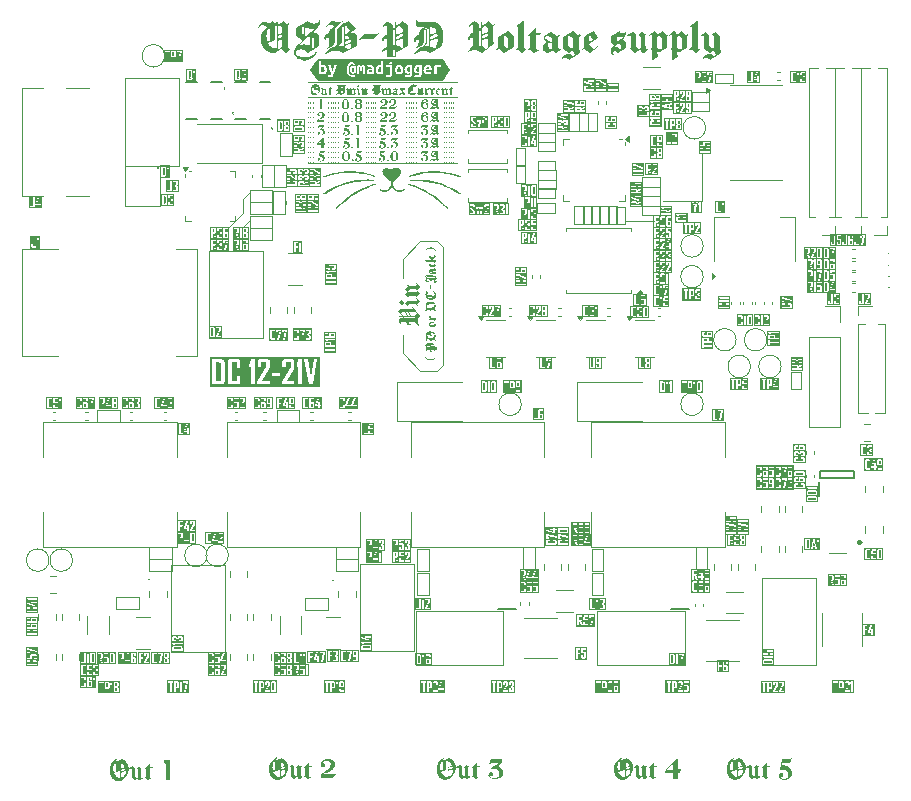
<source format=gbr>
%TF.GenerationSoftware,KiCad,Pcbnew,9.0.0*%
%TF.CreationDate,2025-08-15T19:16:38+03:00*%
%TF.ProjectId,USB-PD-Voltage-supply,5553422d-5044-42d5-966f-6c746167652d,rev?*%
%TF.SameCoordinates,Original*%
%TF.FileFunction,Legend,Top*%
%TF.FilePolarity,Positive*%
%FSLAX46Y46*%
G04 Gerber Fmt 4.6, Leading zero omitted, Abs format (unit mm)*
G04 Created by KiCad (PCBNEW 9.0.0) date 2025-08-15 19:16:38*
%MOMM*%
%LPD*%
G01*
G04 APERTURE LIST*
%ADD10C,0.100000*%
%ADD11C,0.160000*%
%ADD12C,0.150000*%
%ADD13C,0.120000*%
%ADD14C,0.200000*%
%ADD15C,0.250000*%
%ADD16C,0.000000*%
G04 APERTURE END LIST*
D10*
X172975628Y-81293899D02*
X170600000Y-81293899D01*
X152200000Y-76300000D02*
X152200000Y-76280000D01*
X152200000Y-75880000D02*
X152200000Y-75860000D01*
X152200000Y-75460000D02*
X152200000Y-75440000D01*
X152200000Y-75040000D02*
X152200000Y-75020000D01*
X152200000Y-74620000D02*
X152200000Y-74600000D01*
X152200000Y-74200000D02*
X152200000Y-74180000D01*
X152200000Y-73780000D02*
X152200000Y-73760000D01*
X152200000Y-73360000D02*
X152200000Y-73340000D01*
X152200000Y-72940000D02*
X152200000Y-72920000D01*
X152200000Y-72520000D02*
X152200000Y-72500000D01*
X152200000Y-72100000D02*
X152200000Y-72080000D01*
X152200000Y-71680000D02*
X152200000Y-71660000D01*
X152200000Y-71260000D02*
X152200000Y-71240000D01*
X138200000Y-79400000D02*
X138800000Y-78800000D01*
X144100000Y-76300000D02*
X144100000Y-76280000D01*
X144100000Y-75880000D02*
X144100000Y-75860000D01*
X144100000Y-75460000D02*
X144100000Y-75440000D01*
X144100000Y-75040000D02*
X144100000Y-75020000D01*
X144100000Y-74620000D02*
X144100000Y-74600000D01*
X144100000Y-74200000D02*
X144100000Y-74180000D01*
X144100000Y-73780000D02*
X144100000Y-73760000D01*
X144100000Y-73360000D02*
X144100000Y-73340000D01*
X144100000Y-72940000D02*
X144100000Y-72920000D01*
X144100000Y-72520000D02*
X144100000Y-72500000D01*
X144100000Y-72100000D02*
X144100000Y-72080000D01*
X144100000Y-71680000D02*
X144100000Y-71660000D01*
X144100000Y-71260000D02*
X144100000Y-71240000D01*
X143700000Y-70800000D02*
X156300000Y-70800000D01*
X155100000Y-93500000D02*
X154600000Y-94000000D01*
X152400000Y-76300000D02*
X152400000Y-76280000D01*
X152400000Y-75880000D02*
X152400000Y-75860000D01*
X152400000Y-75460000D02*
X152400000Y-75440000D01*
X152400000Y-75040000D02*
X152400000Y-75020000D01*
X152400000Y-74620000D02*
X152400000Y-74600000D01*
X152400000Y-74200000D02*
X152400000Y-74180000D01*
X152400000Y-73780000D02*
X152400000Y-73760000D01*
X152400000Y-73360000D02*
X152400000Y-73340000D01*
X152400000Y-72940000D02*
X152400000Y-72920000D01*
X152400000Y-72520000D02*
X152400000Y-72500000D01*
X152400000Y-72100000D02*
X152400000Y-72080000D01*
X152400000Y-71680000D02*
X152400000Y-71660000D01*
X152400000Y-71260000D02*
X152400000Y-71240000D01*
X143700000Y-76400000D02*
X156300000Y-76400000D01*
X155200000Y-76300000D02*
X155200000Y-76280000D01*
X155200000Y-75880000D02*
X155200000Y-75860000D01*
X155200000Y-75460000D02*
X155200000Y-75440000D01*
X155200000Y-75040000D02*
X155200000Y-75020000D01*
X155200000Y-74620000D02*
X155200000Y-74600000D01*
X155200000Y-74200000D02*
X155200000Y-74180000D01*
X155200000Y-73780000D02*
X155200000Y-73760000D01*
X155200000Y-73360000D02*
X155200000Y-73340000D01*
X155200000Y-72940000D02*
X155200000Y-72920000D01*
X155200000Y-72520000D02*
X155200000Y-72500000D01*
X155200000Y-72100000D02*
X155200000Y-72080000D01*
X155200000Y-71680000D02*
X155200000Y-71660000D01*
X155200000Y-71260000D02*
X155200000Y-71240000D01*
X148800000Y-76300000D02*
X148800000Y-76280000D01*
X148800000Y-75880000D02*
X148800000Y-75860000D01*
X148800000Y-75460000D02*
X148800000Y-75440000D01*
X148800000Y-75040000D02*
X148800000Y-75020000D01*
X148800000Y-74620000D02*
X148800000Y-74600000D01*
X148800000Y-74200000D02*
X148800000Y-74180000D01*
X148800000Y-73780000D02*
X148800000Y-73760000D01*
X148800000Y-73360000D02*
X148800000Y-73340000D01*
X148800000Y-72940000D02*
X148800000Y-72920000D01*
X148800000Y-72520000D02*
X148800000Y-72500000D01*
X148800000Y-72100000D02*
X148800000Y-72080000D01*
X148800000Y-71680000D02*
X148800000Y-71660000D01*
X148800000Y-71260000D02*
X148800000Y-71240000D01*
X156000000Y-76300000D02*
X156000000Y-76280000D01*
X156000000Y-75880000D02*
X156000000Y-75860000D01*
X156000000Y-75460000D02*
X156000000Y-75440000D01*
X156000000Y-75040000D02*
X156000000Y-75020000D01*
X156000000Y-74620000D02*
X156000000Y-74600000D01*
X156000000Y-74200000D02*
X156000000Y-74180000D01*
X156000000Y-73780000D02*
X156000000Y-73760000D01*
X156000000Y-73360000D02*
X156000000Y-73340000D01*
X156000000Y-72940000D02*
X156000000Y-72920000D01*
X156000000Y-72520000D02*
X156000000Y-72500000D01*
X156000000Y-72100000D02*
X156000000Y-72080000D01*
X156000000Y-71680000D02*
X156000000Y-71660000D01*
X156000000Y-71260000D02*
X156000000Y-71240000D01*
X143900000Y-76300000D02*
X143900000Y-76280000D01*
X143900000Y-75880000D02*
X143900000Y-75860000D01*
X143900000Y-75460000D02*
X143900000Y-75440000D01*
X143900000Y-75040000D02*
X143900000Y-75020000D01*
X143900000Y-74620000D02*
X143900000Y-74600000D01*
X143900000Y-74200000D02*
X143900000Y-74180000D01*
X143900000Y-73780000D02*
X143900000Y-73760000D01*
X143900000Y-73360000D02*
X143900000Y-73340000D01*
X143900000Y-72940000D02*
X143900000Y-72920000D01*
X143900000Y-72520000D02*
X143900000Y-72500000D01*
X143900000Y-72100000D02*
X143900000Y-72080000D01*
X143900000Y-71680000D02*
X143900000Y-71660000D01*
X143900000Y-71260000D02*
X143900000Y-71240000D01*
X138200000Y-80600000D02*
X138200000Y-79400000D01*
X154600000Y-83000000D02*
X155100000Y-83500000D01*
X146200000Y-76300000D02*
X146200000Y-76280000D01*
X146200000Y-75880000D02*
X146200000Y-75860000D01*
X146200000Y-75460000D02*
X146200000Y-75440000D01*
X146200000Y-75040000D02*
X146200000Y-75020000D01*
X146200000Y-74620000D02*
X146200000Y-74600000D01*
X146200000Y-74200000D02*
X146200000Y-74180000D01*
X146200000Y-73780000D02*
X146200000Y-73760000D01*
X146200000Y-73360000D02*
X146200000Y-73340000D01*
X146200000Y-72940000D02*
X146200000Y-72920000D01*
X146200000Y-72520000D02*
X146200000Y-72500000D01*
X146200000Y-72100000D02*
X146200000Y-72080000D01*
X146200000Y-71680000D02*
X146200000Y-71660000D01*
X146200000Y-71260000D02*
X146200000Y-71240000D01*
X149400000Y-76300000D02*
X149400000Y-76280000D01*
X149400000Y-75880000D02*
X149400000Y-75860000D01*
X149400000Y-75460000D02*
X149400000Y-75440000D01*
X149400000Y-75040000D02*
X149400000Y-75020000D01*
X149400000Y-74620000D02*
X149400000Y-74600000D01*
X149400000Y-74200000D02*
X149400000Y-74180000D01*
X149400000Y-73780000D02*
X149400000Y-73760000D01*
X149400000Y-73360000D02*
X149400000Y-73340000D01*
X149400000Y-72940000D02*
X149400000Y-72920000D01*
X149400000Y-72520000D02*
X149400000Y-72500000D01*
X149400000Y-72100000D02*
X149400000Y-72080000D01*
X149400000Y-71680000D02*
X149400000Y-71660000D01*
X149400000Y-71260000D02*
X149400000Y-71240000D01*
X145400000Y-76300000D02*
X145400000Y-76280000D01*
X145400000Y-75880000D02*
X145400000Y-75860000D01*
X145400000Y-75460000D02*
X145400000Y-75440000D01*
X145400000Y-75040000D02*
X145400000Y-75020000D01*
X145400000Y-74620000D02*
X145400000Y-74600000D01*
X145400000Y-74200000D02*
X145400000Y-74180000D01*
X145400000Y-73780000D02*
X145400000Y-73760000D01*
X145400000Y-73360000D02*
X145400000Y-73340000D01*
X145400000Y-72940000D02*
X145400000Y-72920000D01*
X145400000Y-72520000D02*
X145400000Y-72500000D01*
X145400000Y-72100000D02*
X145400000Y-72080000D01*
X145400000Y-71680000D02*
X145400000Y-71660000D01*
X145400000Y-71260000D02*
X145400000Y-71240000D01*
X138800000Y-81200000D02*
X138200000Y-81800000D01*
X151700000Y-86100000D02*
X151700000Y-84500000D01*
X145600000Y-76300000D02*
X145600000Y-76280000D01*
X145600000Y-75880000D02*
X145600000Y-75860000D01*
X145600000Y-75460000D02*
X145600000Y-75440000D01*
X145600000Y-75040000D02*
X145600000Y-75020000D01*
X145600000Y-74620000D02*
X145600000Y-74600000D01*
X145600000Y-74200000D02*
X145600000Y-74180000D01*
X145600000Y-73780000D02*
X145600000Y-73760000D01*
X145600000Y-73360000D02*
X145600000Y-73340000D01*
X145600000Y-72940000D02*
X145600000Y-72920000D01*
X145600000Y-72520000D02*
X145600000Y-72500000D01*
X145600000Y-72100000D02*
X145600000Y-72080000D01*
X145600000Y-71680000D02*
X145600000Y-71660000D01*
X145600000Y-71260000D02*
X145600000Y-71240000D01*
X155100000Y-83500000D02*
X155100000Y-93500000D01*
X152000000Y-76300000D02*
X152000000Y-76280000D01*
X152000000Y-75880000D02*
X152000000Y-75860000D01*
X152000000Y-75460000D02*
X152000000Y-75440000D01*
X152000000Y-75040000D02*
X152000000Y-75020000D01*
X152000000Y-74620000D02*
X152000000Y-74600000D01*
X152000000Y-74200000D02*
X152000000Y-74180000D01*
X152000000Y-73780000D02*
X152000000Y-73760000D01*
X152000000Y-73360000D02*
X152000000Y-73340000D01*
X152000000Y-72940000D02*
X152000000Y-72920000D01*
X152000000Y-72520000D02*
X152000000Y-72500000D01*
X152000000Y-72100000D02*
X152000000Y-72080000D01*
X152000000Y-71680000D02*
X152000000Y-71660000D01*
X152000000Y-71260000D02*
X152000000Y-71240000D01*
X148600000Y-76300000D02*
X148600000Y-76280000D01*
X148600000Y-75880000D02*
X148600000Y-75860000D01*
X148600000Y-75460000D02*
X148600000Y-75440000D01*
X148600000Y-75040000D02*
X148600000Y-75020000D01*
X148600000Y-74620000D02*
X148600000Y-74600000D01*
X148600000Y-74200000D02*
X148600000Y-74180000D01*
X148600000Y-73780000D02*
X148600000Y-73760000D01*
X148600000Y-73360000D02*
X148600000Y-73340000D01*
X148600000Y-72940000D02*
X148600000Y-72920000D01*
X148600000Y-72520000D02*
X148600000Y-72500000D01*
X148600000Y-72100000D02*
X148600000Y-72080000D01*
X148600000Y-71680000D02*
X148600000Y-71660000D01*
X148600000Y-71260000D02*
X148600000Y-71240000D01*
X155600000Y-76300000D02*
X155600000Y-76280000D01*
X155600000Y-75880000D02*
X155600000Y-75860000D01*
X155600000Y-75460000D02*
X155600000Y-75440000D01*
X155600000Y-75040000D02*
X155600000Y-75020000D01*
X155600000Y-74620000D02*
X155600000Y-74600000D01*
X155600000Y-74200000D02*
X155600000Y-74180000D01*
X155600000Y-73780000D02*
X155600000Y-73760000D01*
X155600000Y-73360000D02*
X155600000Y-73340000D01*
X155600000Y-72940000D02*
X155600000Y-72920000D01*
X155600000Y-72520000D02*
X155600000Y-72500000D01*
X155600000Y-72100000D02*
X155600000Y-72080000D01*
X155600000Y-71680000D02*
X155600000Y-71660000D01*
X155600000Y-71260000D02*
X155600000Y-71240000D01*
X145800000Y-76300000D02*
X145800000Y-76280000D01*
X145800000Y-75880000D02*
X145800000Y-75860000D01*
X145800000Y-75460000D02*
X145800000Y-75440000D01*
X145800000Y-75040000D02*
X145800000Y-75020000D01*
X145800000Y-74620000D02*
X145800000Y-74600000D01*
X145800000Y-74200000D02*
X145800000Y-74180000D01*
X145800000Y-73780000D02*
X145800000Y-73760000D01*
X145800000Y-73360000D02*
X145800000Y-73340000D01*
X145800000Y-72940000D02*
X145800000Y-72920000D01*
X145800000Y-72520000D02*
X145800000Y-72500000D01*
X145800000Y-72100000D02*
X145800000Y-72080000D01*
X145800000Y-71680000D02*
X145800000Y-71660000D01*
X145800000Y-71260000D02*
X145800000Y-71240000D01*
X149200000Y-76300000D02*
X149200000Y-76280000D01*
X149200000Y-75880000D02*
X149200000Y-75860000D01*
X149200000Y-75460000D02*
X149200000Y-75440000D01*
X149200000Y-75040000D02*
X149200000Y-75020000D01*
X149200000Y-74620000D02*
X149200000Y-74600000D01*
X149200000Y-74200000D02*
X149200000Y-74180000D01*
X149200000Y-73780000D02*
X149200000Y-73760000D01*
X149200000Y-73360000D02*
X149200000Y-73340000D01*
X149200000Y-72940000D02*
X149200000Y-72920000D01*
X149200000Y-72520000D02*
X149200000Y-72500000D01*
X149200000Y-72100000D02*
X149200000Y-72080000D01*
X149200000Y-71680000D02*
X149200000Y-71660000D01*
X149200000Y-71260000D02*
X149200000Y-71240000D01*
X152800000Y-76300000D02*
X152800000Y-76280000D01*
X152800000Y-75880000D02*
X152800000Y-75860000D01*
X152800000Y-75460000D02*
X152800000Y-75440000D01*
X152800000Y-75040000D02*
X152800000Y-75020000D01*
X152800000Y-74620000D02*
X152800000Y-74600000D01*
X152800000Y-74200000D02*
X152800000Y-74180000D01*
X152800000Y-73780000D02*
X152800000Y-73760000D01*
X152800000Y-73360000D02*
X152800000Y-73340000D01*
X152800000Y-72940000D02*
X152800000Y-72920000D01*
X152800000Y-72520000D02*
X152800000Y-72500000D01*
X152800000Y-72100000D02*
X152800000Y-72080000D01*
X152800000Y-71680000D02*
X152800000Y-71660000D01*
X152800000Y-71260000D02*
X152800000Y-71240000D01*
X143700000Y-76300000D02*
X143700000Y-76280000D01*
X143700000Y-75880000D02*
X143700000Y-75860000D01*
X143700000Y-75460000D02*
X143700000Y-75440000D01*
X143700000Y-75040000D02*
X143700000Y-75020000D01*
X143700000Y-74620000D02*
X143700000Y-74600000D01*
X143700000Y-74200000D02*
X143700000Y-74180000D01*
X143700000Y-73780000D02*
X143700000Y-73760000D01*
X143700000Y-73360000D02*
X143700000Y-73340000D01*
X143700000Y-72940000D02*
X143700000Y-72920000D01*
X143700000Y-72520000D02*
X143700000Y-72500000D01*
X143700000Y-72100000D02*
X143700000Y-72080000D01*
X143700000Y-71680000D02*
X143700000Y-71660000D01*
X143700000Y-71260000D02*
X143700000Y-71240000D01*
X149000000Y-76300000D02*
X149000000Y-76280000D01*
X149000000Y-75880000D02*
X149000000Y-75860000D01*
X149000000Y-75460000D02*
X149000000Y-75440000D01*
X149000000Y-75040000D02*
X149000000Y-75020000D01*
X149000000Y-74620000D02*
X149000000Y-74600000D01*
X149000000Y-74200000D02*
X149000000Y-74180000D01*
X149000000Y-73780000D02*
X149000000Y-73760000D01*
X149000000Y-73360000D02*
X149000000Y-73340000D01*
X149000000Y-72940000D02*
X149000000Y-72920000D01*
X149000000Y-72520000D02*
X149000000Y-72500000D01*
X149000000Y-72100000D02*
X149000000Y-72080000D01*
X149000000Y-71680000D02*
X149000000Y-71660000D01*
X149000000Y-71260000D02*
X149000000Y-71240000D01*
X153200000Y-83000000D02*
X154600000Y-83000000D01*
X146000000Y-76300000D02*
X146000000Y-76280000D01*
X146000000Y-75880000D02*
X146000000Y-75860000D01*
X146000000Y-75460000D02*
X146000000Y-75440000D01*
X146000000Y-75040000D02*
X146000000Y-75020000D01*
X146000000Y-74620000D02*
X146000000Y-74600000D01*
X146000000Y-74200000D02*
X146000000Y-74180000D01*
X146000000Y-73780000D02*
X146000000Y-73760000D01*
X146000000Y-73360000D02*
X146000000Y-73340000D01*
X146000000Y-72940000D02*
X146000000Y-72920000D01*
X146000000Y-72520000D02*
X146000000Y-72500000D01*
X146000000Y-72100000D02*
X146000000Y-72080000D01*
X146000000Y-71680000D02*
X146000000Y-71660000D01*
X146000000Y-71260000D02*
X146000000Y-71240000D01*
X154600000Y-94000000D02*
X153200000Y-94000000D01*
X151700000Y-84500000D02*
X153200000Y-83000000D01*
X137000000Y-81800000D02*
X137400000Y-81400000D01*
X153200000Y-94000000D02*
X151700000Y-92500000D01*
X152600000Y-76300000D02*
X152600000Y-76280000D01*
X152600000Y-75880000D02*
X152600000Y-75860000D01*
X152600000Y-75460000D02*
X152600000Y-75440000D01*
X152600000Y-75040000D02*
X152600000Y-75020000D01*
X152600000Y-74620000D02*
X152600000Y-74600000D01*
X152600000Y-74200000D02*
X152600000Y-74180000D01*
X152600000Y-73780000D02*
X152600000Y-73760000D01*
X152600000Y-73360000D02*
X152600000Y-73340000D01*
X152600000Y-72940000D02*
X152600000Y-72920000D01*
X152600000Y-72520000D02*
X152600000Y-72500000D01*
X152600000Y-72100000D02*
X152600000Y-72080000D01*
X152600000Y-71680000D02*
X152600000Y-71660000D01*
X152600000Y-71260000D02*
X152600000Y-71240000D01*
X155400000Y-76300000D02*
X155400000Y-76280000D01*
X155400000Y-75880000D02*
X155400000Y-75860000D01*
X155400000Y-75460000D02*
X155400000Y-75440000D01*
X155400000Y-75040000D02*
X155400000Y-75020000D01*
X155400000Y-74620000D02*
X155400000Y-74600000D01*
X155400000Y-74200000D02*
X155400000Y-74180000D01*
X155400000Y-73780000D02*
X155400000Y-73760000D01*
X155400000Y-73360000D02*
X155400000Y-73340000D01*
X155400000Y-72940000D02*
X155400000Y-72920000D01*
X155400000Y-72520000D02*
X155400000Y-72500000D01*
X155400000Y-72100000D02*
X155400000Y-72080000D01*
X155400000Y-71680000D02*
X155400000Y-71660000D01*
X155400000Y-71260000D02*
X155400000Y-71240000D01*
X151700000Y-92500000D02*
X151700000Y-90900000D01*
X137400000Y-81400000D02*
X138200000Y-80600000D01*
X155800000Y-76300000D02*
X155800000Y-76280000D01*
X155800000Y-75880000D02*
X155800000Y-75860000D01*
X155800000Y-75460000D02*
X155800000Y-75440000D01*
X155800000Y-75040000D02*
X155800000Y-75020000D01*
X155800000Y-74620000D02*
X155800000Y-74600000D01*
X155800000Y-74200000D02*
X155800000Y-74180000D01*
X155800000Y-73780000D02*
X155800000Y-73760000D01*
X155800000Y-73360000D02*
X155800000Y-73340000D01*
X155800000Y-72940000D02*
X155800000Y-72920000D01*
X155800000Y-72520000D02*
X155800000Y-72500000D01*
X155800000Y-72100000D02*
X155800000Y-72080000D01*
X155800000Y-71680000D02*
X155800000Y-71660000D01*
X155800000Y-71260000D02*
X155800000Y-71240000D01*
X143700000Y-69500000D02*
X156300000Y-69500000D01*
D11*
G36*
X146917958Y-70979356D02*
G01*
X146965731Y-70991422D01*
X147008479Y-71011014D01*
X147047642Y-71037528D01*
X147082324Y-71069432D01*
X147112831Y-71107124D01*
X147149556Y-71170566D01*
X147176090Y-71241824D01*
X147191937Y-71316861D01*
X147197217Y-71393315D01*
X147191945Y-71469906D01*
X147176090Y-71545479D01*
X147149556Y-71617305D01*
X147112831Y-71681339D01*
X147082315Y-71719415D01*
X147047630Y-71751704D01*
X147008479Y-71778608D01*
X146965699Y-71798512D01*
X146917929Y-71810756D01*
X146864131Y-71815000D01*
X146810374Y-71810759D01*
X146762601Y-71798516D01*
X146719784Y-71778608D01*
X146680667Y-71751710D01*
X146645981Y-71719422D01*
X146615431Y-71681339D01*
X146578707Y-71617305D01*
X146552172Y-71545479D01*
X146536363Y-71469908D01*
X146531106Y-71393315D01*
X146536372Y-71316859D01*
X146552172Y-71241824D01*
X146565655Y-71205615D01*
X146723875Y-71205615D01*
X146723875Y-71591518D01*
X146728194Y-71640450D01*
X146740004Y-71678474D01*
X146758313Y-71707961D01*
X146784107Y-71730024D01*
X146819136Y-71744105D01*
X146866452Y-71749299D01*
X146911247Y-71744001D01*
X146945918Y-71729303D01*
X146972880Y-71705641D01*
X146992472Y-71674660D01*
X147004726Y-71637180D01*
X147009089Y-71591518D01*
X147009089Y-71207996D01*
X147005029Y-71158841D01*
X146993528Y-71117163D01*
X146975140Y-71081600D01*
X146948791Y-71053732D01*
X146913559Y-71036583D01*
X146866452Y-71030370D01*
X146820002Y-71036426D01*
X146784920Y-71053188D01*
X146758374Y-71080440D01*
X146739712Y-71115308D01*
X146728017Y-71156545D01*
X146723875Y-71205615D01*
X146565655Y-71205615D01*
X146578706Y-71170566D01*
X146615431Y-71107124D01*
X146645972Y-71069426D01*
X146680655Y-71037522D01*
X146719784Y-71011014D01*
X146762569Y-70991418D01*
X146810345Y-70979354D01*
X146864131Y-70975171D01*
X146917958Y-70979356D01*
G37*
G36*
X147418868Y-71828617D02*
G01*
X147310058Y-71719807D01*
X147417708Y-71612096D01*
X147526579Y-71720967D01*
X147418868Y-71828617D01*
G37*
G36*
X148043734Y-70959347D02*
G01*
X148108732Y-70974744D01*
X148149592Y-70991405D01*
X148184603Y-71012965D01*
X148214489Y-71039468D01*
X148237290Y-71071152D01*
X148251345Y-71109231D01*
X148256315Y-71155484D01*
X148251176Y-71202470D01*
X148236565Y-71241564D01*
X148212718Y-71274491D01*
X148165386Y-71314144D01*
X148111174Y-71340803D01*
X148157794Y-71360373D01*
X148200208Y-71387042D01*
X148238913Y-71421220D01*
X148269014Y-71461705D01*
X148287260Y-71508888D01*
X148293624Y-71564713D01*
X148287813Y-71620074D01*
X148271247Y-71666694D01*
X148244225Y-71706435D01*
X148208702Y-71740051D01*
X148166940Y-71767425D01*
X148118074Y-71788683D01*
X148039963Y-71808383D01*
X147958217Y-71815000D01*
X147881012Y-71808544D01*
X147806542Y-71789233D01*
X147759867Y-71768573D01*
X147719829Y-71742174D01*
X147685642Y-71709915D01*
X147659580Y-71671805D01*
X147643613Y-71627114D01*
X147638015Y-71574055D01*
X147640584Y-71549570D01*
X147817961Y-71549570D01*
X147822016Y-71594953D01*
X147834081Y-71637985D01*
X147854473Y-71676649D01*
X147882441Y-71707167D01*
X147917968Y-71727173D01*
X147962858Y-71734156D01*
X148007928Y-71727170D01*
X148043885Y-71707106D01*
X148072550Y-71676492D01*
X148093955Y-71637375D01*
X148106983Y-71593973D01*
X148111296Y-71549570D01*
X148107118Y-71505218D01*
X148094566Y-71462314D01*
X148073875Y-71423446D01*
X148046206Y-71392582D01*
X148011540Y-71372032D01*
X147969025Y-71364983D01*
X147960537Y-71366143D01*
X147957057Y-71366143D01*
X147914328Y-71373974D01*
X147880120Y-71394353D01*
X147853185Y-71424666D01*
X147833531Y-71462924D01*
X147821870Y-71505255D01*
X147817961Y-71549570D01*
X147640584Y-71549570D01*
X147644061Y-71516439D01*
X147661361Y-71467494D01*
X147689672Y-71425372D01*
X147726718Y-71389355D01*
X147768294Y-71360921D01*
X147814969Y-71339643D01*
X147763774Y-71313361D01*
X147719409Y-71275041D01*
X147697263Y-71243433D01*
X147683619Y-71205707D01*
X147679294Y-71164826D01*
X147843606Y-71164826D01*
X147847022Y-71200825D01*
X147857109Y-71234190D01*
X147874014Y-71265576D01*
X147897292Y-71290875D01*
X147925575Y-71305764D01*
X147960537Y-71310944D01*
X147996334Y-71305736D01*
X148025190Y-71290815D01*
X148048831Y-71265576D01*
X148066091Y-71234153D01*
X148076372Y-71200792D01*
X148079850Y-71164826D01*
X148076417Y-71128091D01*
X148066297Y-71094159D01*
X148049381Y-71062366D01*
X148026058Y-71036771D01*
X147997418Y-71021664D01*
X147961697Y-71016387D01*
X147925400Y-71022016D01*
X147896424Y-71038186D01*
X147873537Y-71062762D01*
X147856856Y-71093935D01*
X147846929Y-71128574D01*
X147843606Y-71164826D01*
X147679294Y-71164826D01*
X147678803Y-71160185D01*
X147684101Y-71112520D01*
X147699110Y-71073291D01*
X147723561Y-71040629D01*
X147755453Y-71013562D01*
X147792954Y-70991597D01*
X147836889Y-70974744D01*
X147906034Y-70959287D01*
X147975680Y-70954167D01*
X148043734Y-70959347D01*
G37*
G36*
X151626318Y-88696755D02*
G01*
X152579354Y-88696755D01*
X152509378Y-88608828D01*
X152588391Y-88560346D01*
X153161629Y-89314446D01*
X153083520Y-89404658D01*
X153025952Y-89507886D01*
X152990281Y-89620137D01*
X152978447Y-89736009D01*
X152986921Y-89841136D01*
X153010931Y-89930548D01*
X153049269Y-90012911D01*
X153099713Y-90089062D01*
X153099713Y-90140719D01*
X153007437Y-90089228D01*
X152910059Y-90012736D01*
X152826707Y-89917708D01*
X152764368Y-89800489D01*
X152271974Y-89800489D01*
X152271974Y-89842132D01*
X152271974Y-89882921D01*
X152278856Y-89942068D01*
X152296643Y-89980618D01*
X152328187Y-90004914D01*
X152382250Y-90014201D01*
X152393241Y-90014201D01*
X152393241Y-90074651D01*
X152307634Y-90087352D01*
X152231638Y-90079120D01*
X152162582Y-90054880D01*
X152098684Y-90014079D01*
X152047572Y-89959941D01*
X152017759Y-89898436D01*
X152007581Y-89826867D01*
X152009291Y-89800489D01*
X151680418Y-89800489D01*
X151629982Y-89805129D01*
X151572463Y-89827478D01*
X151553663Y-89849877D01*
X151546817Y-89885241D01*
X151558860Y-89935485D01*
X151593093Y-89965171D01*
X151658681Y-89976832D01*
X151658681Y-90040824D01*
X151582002Y-90028969D01*
X151512373Y-90000454D01*
X151448021Y-89954362D01*
X151398012Y-89894777D01*
X151367693Y-89823205D01*
X151357041Y-89736009D01*
X151367208Y-89654882D01*
X151395990Y-89589482D01*
X151443381Y-89536096D01*
X151504733Y-89497305D01*
X151580891Y-89472756D01*
X151675778Y-89463922D01*
X151779214Y-89463922D01*
X151706552Y-89378437D01*
X151807669Y-89378437D01*
X151878133Y-89463922D01*
X152721625Y-89463922D01*
X152740799Y-89378437D01*
X151807669Y-89378437D01*
X151706552Y-89378437D01*
X151378046Y-89378437D01*
X151378046Y-89305409D01*
X151641706Y-89305409D01*
X151483329Y-89118319D01*
X151587728Y-89118319D01*
X151745265Y-89305409D01*
X152096120Y-89305409D01*
X151939193Y-88993755D01*
X152022602Y-88993755D01*
X152179528Y-89305409D01*
X152340973Y-89305409D01*
X152183925Y-88993755D01*
X152267334Y-88993755D01*
X152424382Y-89305409D01*
X152766688Y-89305409D01*
X152822496Y-89197265D01*
X152897114Y-89103786D01*
X152811629Y-88993755D01*
X152267334Y-88993755D01*
X152183925Y-88993755D01*
X152022602Y-88993755D01*
X151939193Y-88993755D01*
X151709972Y-88993755D01*
X151587728Y-89118319D01*
X151483329Y-89118319D01*
X151323091Y-88929030D01*
X151537658Y-88702739D01*
X151455715Y-88602111D01*
X151513112Y-88555339D01*
X151626318Y-88696755D01*
G37*
G36*
X151846870Y-88190928D02*
G01*
X151614839Y-88394261D01*
X151416147Y-88164550D01*
X151648178Y-87961218D01*
X151846870Y-88190928D01*
G37*
G36*
X153142700Y-88123151D02*
G01*
X152942177Y-88347000D01*
X152998597Y-88426867D01*
X152948039Y-88464236D01*
X152844235Y-88318057D01*
X152234361Y-88318057D01*
X152137885Y-88392062D01*
X152193939Y-88483165D01*
X152141182Y-88520168D01*
X151924661Y-88201431D01*
X152140694Y-88018737D01*
X152844724Y-88018737D01*
X152920561Y-87945098D01*
X152853150Y-87842882D01*
X152902487Y-87780723D01*
X153142700Y-88123151D01*
G37*
G36*
X153166147Y-87418144D02*
G01*
X152949016Y-87692551D01*
X152867927Y-87601693D01*
X152250847Y-87601693D01*
X152154127Y-87687178D01*
X152210303Y-87778280D01*
X152159745Y-87815527D01*
X151931744Y-87485311D01*
X152132023Y-87305792D01*
X151931866Y-87049704D01*
X152157913Y-86786288D01*
X152078290Y-86687858D01*
X152135687Y-86640963D01*
X152227889Y-86754414D01*
X152835198Y-86754414D01*
X152920561Y-86657938D01*
X152852295Y-86568545D01*
X152926667Y-86519819D01*
X153166025Y-86870674D01*
X152949016Y-87111375D01*
X152868049Y-87030409D01*
X152295544Y-87030409D01*
X152154127Y-87194540D01*
X152230209Y-87290771D01*
X152867927Y-87290771D01*
X152958175Y-87188556D01*
X153166147Y-87418144D01*
G37*
G36*
X153688249Y-70954652D02*
G01*
X153739332Y-70966562D01*
X153786223Y-70987088D01*
X153823535Y-71015533D01*
X153841982Y-71039470D01*
X153853264Y-71068176D01*
X153857240Y-71103033D01*
X153851474Y-71137500D01*
X153834526Y-71166169D01*
X153808693Y-71185802D01*
X153775968Y-71192425D01*
X153744083Y-71186267D01*
X153718022Y-71167940D01*
X153700608Y-71141023D01*
X153694758Y-71108894D01*
X153697999Y-71084038D01*
X153707275Y-71063587D01*
X153720935Y-71046732D01*
X153734508Y-71036599D01*
X153694433Y-71021552D01*
X153648901Y-71016387D01*
X153609869Y-71020009D01*
X153574531Y-71030594D01*
X153542106Y-71048139D01*
X153500445Y-71084769D01*
X153468161Y-71131975D01*
X153447887Y-71186172D01*
X153440989Y-71246464D01*
X153441844Y-71260020D01*
X153505335Y-71241404D01*
X153571964Y-71235168D01*
X153628077Y-71239493D01*
X153680402Y-71252226D01*
X153729684Y-71273331D01*
X153774861Y-71302088D01*
X153813164Y-71336762D01*
X153845211Y-71377745D01*
X153869175Y-71423630D01*
X153883701Y-71473924D01*
X153888686Y-71529725D01*
X153883888Y-71584829D01*
X153869934Y-71634358D01*
X153846982Y-71679385D01*
X153816166Y-71719684D01*
X153779587Y-71753375D01*
X153736706Y-71780929D01*
X153689805Y-71801072D01*
X153640171Y-71813205D01*
X153587108Y-71817321D01*
X153517060Y-71810768D01*
X153455870Y-71791892D01*
X153401788Y-71761023D01*
X153354625Y-71719700D01*
X153315461Y-71670057D01*
X153283941Y-71611058D01*
X153261743Y-71547460D01*
X153255202Y-71514582D01*
X153445691Y-71514582D01*
X153449557Y-71568707D01*
X153461261Y-71622904D01*
X153482017Y-71672792D01*
X153511392Y-71711869D01*
X153536346Y-71731163D01*
X153565805Y-71742878D01*
X153601090Y-71746979D01*
X153635026Y-71743185D01*
X153663131Y-71732408D01*
X153686698Y-71714800D01*
X153714881Y-71679041D01*
X153735119Y-71634017D01*
X153746865Y-71584962D01*
X153750750Y-71535587D01*
X153746591Y-71483835D01*
X153733959Y-71431906D01*
X153712364Y-71384185D01*
X153682606Y-71346482D01*
X153657775Y-71327874D01*
X153628336Y-71316519D01*
X153592969Y-71312532D01*
X153560426Y-71316041D01*
X153533014Y-71326058D01*
X153509621Y-71342452D01*
X153481457Y-71375948D01*
X153461261Y-71418533D01*
X153449604Y-71465534D01*
X153445691Y-71514582D01*
X153255202Y-71514582D01*
X153248205Y-71479413D01*
X153243580Y-71406138D01*
X153248873Y-71322116D01*
X153264234Y-71245638D01*
X153289192Y-71175634D01*
X153324786Y-71110967D01*
X153369157Y-71056694D01*
X153422793Y-71011686D01*
X153484022Y-70978429D01*
X153554411Y-70957877D01*
X153636078Y-70950686D01*
X153688249Y-70954652D01*
G37*
G36*
X154738163Y-70945435D02*
G01*
X154717036Y-70969004D01*
X154704355Y-70990742D01*
X154695848Y-71014983D01*
X154691192Y-71041415D01*
X154689498Y-71073907D01*
X154689498Y-71519222D01*
X154691534Y-71575152D01*
X154696947Y-71617713D01*
X154710824Y-71654262D01*
X154737613Y-71683476D01*
X154777547Y-71650625D01*
X154813939Y-71692024D01*
X154656158Y-71818969D01*
X154580321Y-71761046D01*
X154515902Y-71695688D01*
X154385598Y-71807429D01*
X154343638Y-71777292D01*
X154299567Y-71756186D01*
X154252793Y-71743519D01*
X154202538Y-71739224D01*
X154146885Y-71744989D01*
X154092568Y-71762427D01*
X154042789Y-71790163D01*
X154000550Y-71826663D01*
X153974721Y-71826663D01*
X154000089Y-71772675D01*
X154034316Y-71723776D01*
X154076823Y-71681617D01*
X154127678Y-71647206D01*
X154142171Y-71622965D01*
X154185930Y-71622965D01*
X154231733Y-71612063D01*
X154284177Y-71608249D01*
X154349789Y-71614369D01*
X154410352Y-71632401D01*
X154467053Y-71662532D01*
X154535197Y-71604585D01*
X154535197Y-71510735D01*
X154251109Y-71510735D01*
X154185930Y-71622965D01*
X154142171Y-71622965D01*
X154247601Y-71446621D01*
X154211316Y-71424658D01*
X154178748Y-71396028D01*
X154149599Y-71360037D01*
X154127766Y-71319573D01*
X154114340Y-71273594D01*
X154112553Y-71253425D01*
X154177687Y-71253425D01*
X154183813Y-71307614D01*
X154201378Y-71353443D01*
X154228315Y-71393212D01*
X154260302Y-71424212D01*
X154282677Y-71386721D01*
X154326064Y-71386721D01*
X154535197Y-71386721D01*
X154535197Y-71091187D01*
X154511078Y-71076471D01*
X154326064Y-71386721D01*
X154282677Y-71386721D01*
X154477128Y-71060901D01*
X154436744Y-71049395D01*
X154393720Y-71045513D01*
X154334864Y-71052456D01*
X154283322Y-71072685D01*
X154239347Y-71104870D01*
X154205958Y-71146630D01*
X154184924Y-71196050D01*
X154177687Y-71253425D01*
X154112553Y-71253425D01*
X154109665Y-71220819D01*
X154114911Y-71162721D01*
X154130060Y-71111506D01*
X154154850Y-71065847D01*
X154188032Y-71025339D01*
X154227309Y-70991440D01*
X154273308Y-70963753D01*
X154323257Y-70943548D01*
X154375239Y-70931442D01*
X154429867Y-70927361D01*
X154501534Y-70934079D01*
X154568702Y-70954002D01*
X154632589Y-70987506D01*
X154709709Y-70922110D01*
X154738163Y-70945435D01*
G37*
G36*
X141063486Y-126736036D02*
G01*
X140961438Y-126820201D01*
X140875805Y-126915693D01*
X140805443Y-127023387D01*
X141468074Y-126738112D01*
X141608079Y-126814182D01*
X141737718Y-126916775D01*
X141813927Y-126997654D01*
X141879822Y-127088690D01*
X141935677Y-127190816D01*
X141976716Y-127299281D01*
X142001957Y-127418111D01*
X142010660Y-127549120D01*
X142001570Y-127681686D01*
X141974382Y-127810830D01*
X141928716Y-127937711D01*
X141867969Y-128058689D01*
X141795893Y-128170358D01*
X141712195Y-128273422D01*
X141618253Y-128367196D01*
X141520824Y-128445626D01*
X141419592Y-128509849D01*
X141311649Y-128559721D01*
X141207874Y-128588349D01*
X141106717Y-128597655D01*
X141009889Y-128589808D01*
X140917566Y-128566467D01*
X140828524Y-128527313D01*
X140707076Y-128444076D01*
X140598692Y-128331552D01*
X140510753Y-128197367D01*
X140441888Y-128037728D01*
X140418590Y-127942962D01*
X140764411Y-127942962D01*
X140820228Y-128049667D01*
X140888667Y-128142250D01*
X140970185Y-128222131D01*
X141064039Y-128283761D01*
X141167616Y-128320638D01*
X141283915Y-128333262D01*
X141303332Y-128331674D01*
X141303332Y-127884954D01*
X141378681Y-127884954D01*
X141378681Y-128323004D01*
X141474221Y-128289403D01*
X141567115Y-128230314D01*
X141646649Y-128150361D01*
X141710485Y-128047498D01*
X141750797Y-127929363D01*
X141764951Y-127789333D01*
X141760921Y-127692735D01*
X141378681Y-127884954D01*
X141303332Y-127884954D01*
X141303332Y-127640101D01*
X141378681Y-127640101D01*
X141378681Y-127801545D01*
X141750663Y-127614577D01*
X141715370Y-127470718D01*
X141378681Y-127640101D01*
X141303332Y-127640101D01*
X141303332Y-127556692D01*
X141378681Y-127556692D01*
X141689236Y-127400376D01*
X141633982Y-127292758D01*
X141564410Y-127196060D01*
X141479762Y-127109264D01*
X141378681Y-127031814D01*
X141378681Y-127556692D01*
X141303332Y-127556692D01*
X141303332Y-126984797D01*
X141204658Y-126935582D01*
X141203803Y-126935949D01*
X141203803Y-127756849D01*
X140764411Y-127942962D01*
X140418590Y-127942962D01*
X140399281Y-127864419D01*
X140384613Y-127672707D01*
X140393897Y-127523475D01*
X140681490Y-127523475D01*
X140696507Y-127707386D01*
X140740597Y-127877260D01*
X140895203Y-127809972D01*
X140895203Y-127065275D01*
X140757572Y-127123039D01*
X140725557Y-127212293D01*
X140701274Y-127310861D01*
X140686535Y-127413449D01*
X140681490Y-127523475D01*
X140393897Y-127523475D01*
X140394499Y-127513794D01*
X140423232Y-127368582D01*
X140469976Y-127235146D01*
X140534419Y-127109048D01*
X140611194Y-126997552D01*
X140700541Y-126899312D01*
X140801876Y-126813300D01*
X140909438Y-126743422D01*
X141023919Y-126688775D01*
X141063486Y-126736036D01*
G37*
G36*
X142505984Y-128540380D02*
G01*
X142182973Y-128269637D01*
X142259787Y-128207110D01*
X142259787Y-127660983D01*
X142254463Y-127610849D01*
X142239515Y-127570247D01*
X142212760Y-127541915D01*
X142170394Y-127532023D01*
X142119592Y-127544480D01*
X142078681Y-127573545D01*
X142050593Y-127533977D01*
X142356385Y-127334797D01*
X142433442Y-127377542D01*
X142493039Y-127436158D01*
X142520796Y-127483683D01*
X142538601Y-127543586D01*
X142545063Y-127619096D01*
X142545063Y-128179267D01*
X142688311Y-128313478D01*
X142793702Y-128234954D01*
X142793702Y-128125045D01*
X142793702Y-127646451D01*
X142670482Y-127537397D01*
X142895429Y-127331622D01*
X143049547Y-127464856D01*
X143126972Y-127403674D01*
X143171546Y-127458750D01*
X143069697Y-127541671D01*
X143069697Y-128094759D01*
X143072017Y-128190380D01*
X143075616Y-128241604D01*
X143085695Y-128284413D01*
X143104180Y-128320868D01*
X143130757Y-128346329D01*
X143218074Y-128273178D01*
X143264725Y-128338147D01*
X142980548Y-128534640D01*
X142919340Y-128519191D01*
X142862457Y-128475289D01*
X142821825Y-128409359D01*
X142799076Y-128312013D01*
X142505984Y-128540380D01*
G37*
G36*
X143681403Y-128533053D02*
G01*
X143434351Y-128321172D01*
X143345080Y-128377470D01*
X143307833Y-128326789D01*
X143465736Y-128225551D01*
X143465736Y-127665746D01*
X143455309Y-127609114D01*
X143428734Y-127580261D01*
X143391015Y-127564922D01*
X143353873Y-127559989D01*
X143353873Y-127519567D01*
X143736235Y-127137205D01*
X143786061Y-127137205D01*
X143786061Y-127405261D01*
X144068039Y-127405261D01*
X143951780Y-127541304D01*
X143786061Y-127541304D01*
X143786061Y-128247044D01*
X143892429Y-128355610D01*
X143969732Y-128313600D01*
X144007101Y-128364159D01*
X143681403Y-128533053D01*
G37*
G36*
X144755827Y-128483349D02*
G01*
X144755827Y-128141653D01*
X144935956Y-128022707D01*
X145158461Y-127871277D01*
X145271828Y-127785656D01*
X145377181Y-127695544D01*
X145471518Y-127598954D01*
X145543266Y-127502958D01*
X145591590Y-127400708D01*
X145607013Y-127299626D01*
X145597315Y-127205714D01*
X145569539Y-127125595D01*
X145524093Y-127056360D01*
X145462895Y-127002575D01*
X145388273Y-126969933D01*
X145296092Y-126958419D01*
X145198314Y-126967172D01*
X145116996Y-126991828D01*
X145048919Y-127031203D01*
X144966057Y-127110114D01*
X144920447Y-127190205D01*
X144937422Y-127186175D01*
X144971982Y-127183733D01*
X145041744Y-127197606D01*
X145097156Y-127238688D01*
X145134082Y-127297563D01*
X145146127Y-127362519D01*
X145132957Y-127426838D01*
X145092516Y-127483175D01*
X145034460Y-127521774D01*
X144969662Y-127534344D01*
X144912579Y-127526419D01*
X144862941Y-127503146D01*
X144818720Y-127463269D01*
X144773246Y-127386975D01*
X144758270Y-127301946D01*
X144765153Y-127226790D01*
X144785184Y-127159371D01*
X144818231Y-127098126D01*
X144886887Y-127017587D01*
X144975524Y-126950115D01*
X145076796Y-126897550D01*
X145187771Y-126858646D01*
X145302471Y-126834774D01*
X145412718Y-126827016D01*
X145556356Y-126841308D01*
X145688346Y-126883436D01*
X145769085Y-126927056D01*
X145837566Y-126980958D01*
X145895098Y-127045614D01*
X145938300Y-127119572D01*
X145964699Y-127203417D01*
X145973866Y-127299626D01*
X145965469Y-127388325D01*
X145940587Y-127471219D01*
X145898762Y-127549853D01*
X145813322Y-127656665D01*
X145701902Y-127755017D01*
X145575551Y-127841175D01*
X145435433Y-127919881D01*
X145290019Y-127989160D01*
X145147104Y-128048230D01*
X144888085Y-128141409D01*
X145741469Y-128137501D01*
X145813041Y-128132646D01*
X145872872Y-128119061D01*
X145925431Y-128093296D01*
X145968859Y-128052505D01*
X146024180Y-128078883D01*
X145832450Y-128481029D01*
X144755827Y-128483349D01*
G37*
G36*
X153688249Y-72054652D02*
G01*
X153739332Y-72066562D01*
X153786223Y-72087088D01*
X153823535Y-72115533D01*
X153841982Y-72139470D01*
X153853264Y-72168176D01*
X153857240Y-72203033D01*
X153851474Y-72237500D01*
X153834526Y-72266169D01*
X153808693Y-72285802D01*
X153775968Y-72292425D01*
X153744083Y-72286267D01*
X153718022Y-72267940D01*
X153700608Y-72241023D01*
X153694758Y-72208894D01*
X153697999Y-72184038D01*
X153707275Y-72163587D01*
X153720935Y-72146732D01*
X153734508Y-72136599D01*
X153694433Y-72121552D01*
X153648901Y-72116387D01*
X153609869Y-72120009D01*
X153574531Y-72130594D01*
X153542106Y-72148139D01*
X153500445Y-72184769D01*
X153468161Y-72231975D01*
X153447887Y-72286172D01*
X153440989Y-72346464D01*
X153441844Y-72360020D01*
X153505335Y-72341404D01*
X153571964Y-72335168D01*
X153628077Y-72339493D01*
X153680402Y-72352226D01*
X153729684Y-72373331D01*
X153774861Y-72402088D01*
X153813164Y-72436762D01*
X153845211Y-72477745D01*
X153869175Y-72523630D01*
X153883701Y-72573924D01*
X153888686Y-72629725D01*
X153883888Y-72684829D01*
X153869934Y-72734358D01*
X153846982Y-72779385D01*
X153816166Y-72819684D01*
X153779587Y-72853375D01*
X153736706Y-72880929D01*
X153689805Y-72901072D01*
X153640171Y-72913205D01*
X153587108Y-72917321D01*
X153517060Y-72910768D01*
X153455870Y-72891892D01*
X153401788Y-72861023D01*
X153354625Y-72819700D01*
X153315461Y-72770057D01*
X153283941Y-72711058D01*
X153261743Y-72647460D01*
X153255202Y-72614582D01*
X153445691Y-72614582D01*
X153449557Y-72668707D01*
X153461261Y-72722904D01*
X153482017Y-72772792D01*
X153511392Y-72811869D01*
X153536346Y-72831163D01*
X153565805Y-72842878D01*
X153601090Y-72846979D01*
X153635026Y-72843185D01*
X153663131Y-72832408D01*
X153686698Y-72814800D01*
X153714881Y-72779041D01*
X153735119Y-72734017D01*
X153746865Y-72684962D01*
X153750750Y-72635587D01*
X153746591Y-72583835D01*
X153733959Y-72531906D01*
X153712364Y-72484185D01*
X153682606Y-72446482D01*
X153657775Y-72427874D01*
X153628336Y-72416519D01*
X153592969Y-72412532D01*
X153560426Y-72416041D01*
X153533014Y-72426058D01*
X153509621Y-72442452D01*
X153481457Y-72475948D01*
X153461261Y-72518533D01*
X153449604Y-72565534D01*
X153445691Y-72614582D01*
X153255202Y-72614582D01*
X153248205Y-72579413D01*
X153243580Y-72506138D01*
X153248873Y-72422116D01*
X153264234Y-72345638D01*
X153289192Y-72275634D01*
X153324786Y-72210967D01*
X153369157Y-72156694D01*
X153422793Y-72111686D01*
X153484022Y-72078429D01*
X153554411Y-72057877D01*
X153636078Y-72050686D01*
X153688249Y-72054652D01*
G37*
G36*
X154738163Y-72045435D02*
G01*
X154717036Y-72069004D01*
X154704355Y-72090742D01*
X154695848Y-72114983D01*
X154691192Y-72141415D01*
X154689498Y-72173907D01*
X154689498Y-72619222D01*
X154691534Y-72675152D01*
X154696947Y-72717713D01*
X154710824Y-72754262D01*
X154737613Y-72783476D01*
X154777547Y-72750625D01*
X154813939Y-72792024D01*
X154656158Y-72918969D01*
X154580321Y-72861046D01*
X154515902Y-72795688D01*
X154385598Y-72907429D01*
X154343638Y-72877292D01*
X154299567Y-72856186D01*
X154252793Y-72843519D01*
X154202538Y-72839224D01*
X154146885Y-72844989D01*
X154092568Y-72862427D01*
X154042789Y-72890163D01*
X154000550Y-72926663D01*
X153974721Y-72926663D01*
X154000089Y-72872675D01*
X154034316Y-72823776D01*
X154076823Y-72781617D01*
X154127678Y-72747206D01*
X154142171Y-72722965D01*
X154185930Y-72722965D01*
X154231733Y-72712063D01*
X154284177Y-72708249D01*
X154349789Y-72714369D01*
X154410352Y-72732401D01*
X154467053Y-72762532D01*
X154535197Y-72704585D01*
X154535197Y-72610735D01*
X154251109Y-72610735D01*
X154185930Y-72722965D01*
X154142171Y-72722965D01*
X154247601Y-72546621D01*
X154211316Y-72524658D01*
X154178748Y-72496028D01*
X154149599Y-72460037D01*
X154127766Y-72419573D01*
X154114340Y-72373594D01*
X154112553Y-72353425D01*
X154177687Y-72353425D01*
X154183813Y-72407614D01*
X154201378Y-72453443D01*
X154228315Y-72493212D01*
X154260302Y-72524212D01*
X154282677Y-72486721D01*
X154326064Y-72486721D01*
X154535197Y-72486721D01*
X154535197Y-72191187D01*
X154511078Y-72176471D01*
X154326064Y-72486721D01*
X154282677Y-72486721D01*
X154477128Y-72160901D01*
X154436744Y-72149395D01*
X154393720Y-72145513D01*
X154334864Y-72152456D01*
X154283322Y-72172685D01*
X154239347Y-72204870D01*
X154205958Y-72246630D01*
X154184924Y-72296050D01*
X154177687Y-72353425D01*
X154112553Y-72353425D01*
X154109665Y-72320819D01*
X154114911Y-72262721D01*
X154130060Y-72211506D01*
X154154850Y-72165847D01*
X154188032Y-72125339D01*
X154227309Y-72091440D01*
X154273308Y-72063753D01*
X154323257Y-72043548D01*
X154375239Y-72031442D01*
X154429867Y-72027361D01*
X154501534Y-72034079D01*
X154568702Y-72054002D01*
X154632589Y-72087506D01*
X154709709Y-72022110D01*
X154738163Y-72045435D01*
G37*
G36*
X144245142Y-69718019D02*
G01*
X144194118Y-69760101D01*
X144151301Y-69807847D01*
X144116120Y-69861694D01*
X144447436Y-69719057D01*
X144517438Y-69757092D01*
X144582258Y-69808388D01*
X144620362Y-69848828D01*
X144653310Y-69894346D01*
X144681237Y-69945409D01*
X144701757Y-69999641D01*
X144714377Y-70059056D01*
X144718729Y-70124561D01*
X144714184Y-70190844D01*
X144700590Y-70255416D01*
X144677757Y-70318856D01*
X144647383Y-70379345D01*
X144611345Y-70435180D01*
X144569496Y-70486712D01*
X144522525Y-70533599D01*
X144473811Y-70572814D01*
X144423195Y-70604925D01*
X144369223Y-70629861D01*
X144317336Y-70644175D01*
X144266757Y-70648828D01*
X144218343Y-70644905D01*
X144172182Y-70633234D01*
X144127661Y-70613657D01*
X144066937Y-70572039D01*
X144012745Y-70515777D01*
X143968775Y-70448684D01*
X143934343Y-70368865D01*
X143922694Y-70321482D01*
X144095604Y-70321482D01*
X144123513Y-70374834D01*
X144157732Y-70421126D01*
X144198491Y-70461066D01*
X144245418Y-70491881D01*
X144297207Y-70510320D01*
X144355356Y-70516632D01*
X144365065Y-70515838D01*
X144365065Y-70292478D01*
X144402739Y-70292478D01*
X144402739Y-70511503D01*
X144450509Y-70494702D01*
X144496956Y-70465158D01*
X144536723Y-70425181D01*
X144568641Y-70373750D01*
X144588797Y-70314682D01*
X144595874Y-70244667D01*
X144593859Y-70196368D01*
X144402739Y-70292478D01*
X144365065Y-70292478D01*
X144365065Y-70170051D01*
X144402739Y-70170051D01*
X144402739Y-70250773D01*
X144588730Y-70157289D01*
X144571084Y-70085360D01*
X144402739Y-70170051D01*
X144365065Y-70170051D01*
X144365065Y-70128347D01*
X144402739Y-70128347D01*
X144558017Y-70050189D01*
X144530390Y-69996380D01*
X144495604Y-69948031D01*
X144453280Y-69904633D01*
X144402739Y-69865908D01*
X144402739Y-70128347D01*
X144365065Y-70128347D01*
X144365065Y-69842399D01*
X144315728Y-69817792D01*
X144315300Y-69817975D01*
X144315300Y-70228425D01*
X144095604Y-70321482D01*
X143922694Y-70321482D01*
X143913039Y-70282210D01*
X143905705Y-70186354D01*
X143910347Y-70111738D01*
X144054144Y-70111738D01*
X144061652Y-70203694D01*
X144083697Y-70288631D01*
X144161000Y-70254987D01*
X144161000Y-69882638D01*
X144092185Y-69911520D01*
X144076177Y-69956147D01*
X144064036Y-70005431D01*
X144056666Y-70056725D01*
X144054144Y-70111738D01*
X143910347Y-70111738D01*
X143910648Y-70106898D01*
X143925015Y-70034292D01*
X143948387Y-69967574D01*
X143980608Y-69904525D01*
X144018996Y-69848777D01*
X144063669Y-69799657D01*
X144114337Y-69756651D01*
X144168118Y-69721712D01*
X144225358Y-69694388D01*
X144245142Y-69718019D01*
G37*
G36*
X144966391Y-70620191D02*
G01*
X144804885Y-70484819D01*
X144843292Y-70453556D01*
X144843292Y-70180492D01*
X144840630Y-70155425D01*
X144833156Y-70135124D01*
X144819779Y-70120958D01*
X144798596Y-70116012D01*
X144773195Y-70122241D01*
X144752739Y-70136773D01*
X144738695Y-70116989D01*
X144891591Y-70017399D01*
X144930120Y-70038772D01*
X144959918Y-70068080D01*
X144973797Y-70091842D01*
X144982699Y-70121794D01*
X144985930Y-70159549D01*
X144985930Y-70439634D01*
X145057554Y-70506740D01*
X145110250Y-70467478D01*
X145110250Y-70412523D01*
X145110250Y-70173226D01*
X145048640Y-70118699D01*
X145161113Y-70015812D01*
X145238172Y-70082429D01*
X145276885Y-70051838D01*
X145299172Y-70079376D01*
X145248247Y-70120836D01*
X145248247Y-70397380D01*
X145249407Y-70445191D01*
X145251207Y-70470803D01*
X145256246Y-70492207D01*
X145265489Y-70510435D01*
X145278777Y-70523165D01*
X145322436Y-70486590D01*
X145345761Y-70519074D01*
X145203673Y-70617321D01*
X145173069Y-70609596D01*
X145144627Y-70587645D01*
X145124311Y-70554680D01*
X145112937Y-70506007D01*
X144966391Y-70620191D01*
G37*
G36*
X145554100Y-70616527D02*
G01*
X145430574Y-70510587D01*
X145385939Y-70538736D01*
X145367315Y-70513395D01*
X145446267Y-70462776D01*
X145446267Y-70182874D01*
X145441053Y-70154558D01*
X145427766Y-70140131D01*
X145408906Y-70132462D01*
X145390335Y-70129995D01*
X145390335Y-70109784D01*
X145581516Y-69918603D01*
X145606429Y-69918603D01*
X145606429Y-70052631D01*
X145747418Y-70052631D01*
X145689289Y-70120653D01*
X145606429Y-70120653D01*
X145606429Y-70473523D01*
X145659613Y-70527806D01*
X145698265Y-70506801D01*
X145716949Y-70532080D01*
X145554100Y-70616527D01*
G37*
G36*
X144726422Y-71812680D02*
G01*
X144726422Y-71152003D01*
X144719901Y-71104043D01*
X144702941Y-71073600D01*
X144676291Y-71055405D01*
X144677451Y-70971630D01*
X144898246Y-70977553D01*
X144898246Y-71812680D01*
X144726422Y-71812680D01*
G37*
G36*
X136232606Y-93274545D02*
G01*
X136287866Y-93307552D01*
X136321477Y-93360664D01*
X136334037Y-93441672D01*
X136334037Y-94674121D01*
X136321096Y-94755890D01*
X136286291Y-94809825D01*
X136228649Y-94843587D01*
X136138642Y-94856449D01*
X135909176Y-94856449D01*
X135909176Y-93262031D01*
X136146824Y-93262031D01*
X136232606Y-93274545D01*
G37*
G36*
X144709329Y-95352222D02*
G01*
X135367240Y-95352222D01*
X135367240Y-93262031D01*
X135589462Y-93262031D01*
X135589462Y-94856449D01*
X135589462Y-95130000D01*
X136241102Y-95130000D01*
X136363396Y-95117013D01*
X136462313Y-95080573D01*
X136542986Y-95021923D01*
X136603839Y-94943252D01*
X136641602Y-94845644D01*
X136655094Y-94723580D01*
X136655094Y-93394899D01*
X136641649Y-93273726D01*
X136603924Y-93176304D01*
X136589701Y-93157862D01*
X136902512Y-93157862D01*
X136902512Y-94960618D01*
X136914827Y-95035903D01*
X136948222Y-95086051D01*
X137004190Y-95117810D01*
X137092411Y-95130000D01*
X137759071Y-95130000D01*
X137850328Y-95117656D01*
X137907880Y-95085647D01*
X137941963Y-95035472D01*
X137954466Y-94960618D01*
X137954466Y-94410950D01*
X137636095Y-94410950D01*
X137636095Y-94856449D01*
X137222226Y-94856449D01*
X137222226Y-93262031D01*
X137636095Y-93262031D01*
X137636095Y-93691899D01*
X137954466Y-93691899D01*
X137954466Y-93570754D01*
X138731646Y-93570754D01*
X138731646Y-93613741D01*
X138854623Y-93613741D01*
X138854623Y-95130000D01*
X139168841Y-95130000D01*
X139168841Y-94930698D01*
X139403192Y-94930698D01*
X139403192Y-95130000D01*
X140440125Y-95130000D01*
X140440125Y-94930698D01*
X141497819Y-94930698D01*
X141497819Y-95130000D01*
X142534752Y-95130000D01*
X142534752Y-94848633D01*
X141880303Y-94848633D01*
X142467707Y-93822569D01*
X142508297Y-93738348D01*
X142530524Y-93664325D01*
X142537439Y-93598476D01*
X142537439Y-93570754D01*
X142715736Y-93570754D01*
X142715736Y-93613741D01*
X142838712Y-93613741D01*
X142838712Y-95130000D01*
X143152930Y-95130000D01*
X143152930Y-92988479D01*
X143350401Y-92988479D01*
X143758897Y-95130000D01*
X144077145Y-95130000D01*
X144487107Y-92988479D01*
X144167393Y-92988479D01*
X143926936Y-94454791D01*
X143918754Y-94637973D01*
X143910572Y-94454791D01*
X143671458Y-92988479D01*
X143350401Y-92988479D01*
X143152930Y-92988479D01*
X142880966Y-92988479D01*
X142715736Y-93570754D01*
X142537439Y-93570754D01*
X142537439Y-93157862D01*
X142524940Y-93082999D01*
X142490872Y-93032824D01*
X142433355Y-93000820D01*
X142342166Y-92988479D01*
X141715073Y-92988479D01*
X141623816Y-93000823D01*
X141566264Y-93032833D01*
X141532181Y-93083008D01*
X141519679Y-93157862D01*
X141519679Y-93660636D01*
X141832554Y-93660636D01*
X141832554Y-93262031D01*
X142221877Y-93262031D01*
X142221877Y-93657338D01*
X141497819Y-94930698D01*
X140440125Y-94930698D01*
X140440125Y-94848633D01*
X139785676Y-94848633D01*
X140013871Y-94450028D01*
X140646999Y-94450028D01*
X141298761Y-94450028D01*
X141298761Y-94160845D01*
X140646999Y-94160845D01*
X140646999Y-94450028D01*
X140013871Y-94450028D01*
X140373081Y-93822569D01*
X140413670Y-93738348D01*
X140435898Y-93664325D01*
X140442812Y-93598476D01*
X140442812Y-93157862D01*
X140430314Y-93082999D01*
X140396246Y-93032824D01*
X140338728Y-93000820D01*
X140247540Y-92988479D01*
X139620446Y-92988479D01*
X139529190Y-93000823D01*
X139471637Y-93032833D01*
X139437554Y-93083008D01*
X139425052Y-93157862D01*
X139425052Y-93660636D01*
X139737927Y-93660636D01*
X139737927Y-93262031D01*
X140127250Y-93262031D01*
X140127250Y-93657338D01*
X139403192Y-94930698D01*
X139168841Y-94930698D01*
X139168841Y-92988479D01*
X138896877Y-92988479D01*
X138731646Y-93570754D01*
X137954466Y-93570754D01*
X137954466Y-93157862D01*
X137941963Y-93083008D01*
X137907880Y-93032833D01*
X137850328Y-93000823D01*
X137759071Y-92988479D01*
X137092411Y-92988479D01*
X137004190Y-93000669D01*
X136948222Y-93032429D01*
X136914827Y-93082577D01*
X136902512Y-93157862D01*
X136589701Y-93157862D01*
X136542986Y-93097289D01*
X136462258Y-93038212D01*
X136363340Y-93001542D01*
X136241102Y-92988479D01*
X135589462Y-92988479D01*
X135589462Y-93262031D01*
X135367240Y-93262031D01*
X135367240Y-92766257D01*
X144709329Y-92766257D01*
X144709329Y-95352222D01*
G37*
G36*
X149821249Y-72891675D02*
G01*
X149821249Y-72720827D01*
X149911314Y-72661354D01*
X150022566Y-72585639D01*
X150079249Y-72542829D01*
X150131926Y-72497773D01*
X150179095Y-72449478D01*
X150214969Y-72401480D01*
X150239131Y-72350355D01*
X150246842Y-72299814D01*
X150241993Y-72252858D01*
X150228105Y-72212798D01*
X150205382Y-72178181D01*
X150174783Y-72151288D01*
X150137472Y-72134967D01*
X150091382Y-72129210D01*
X150042493Y-72133587D01*
X150001833Y-72145915D01*
X149967795Y-72165602D01*
X149926364Y-72205058D01*
X149903559Y-72245103D01*
X149912046Y-72243088D01*
X149929327Y-72241867D01*
X149964208Y-72248804D01*
X149991914Y-72269345D01*
X150010377Y-72298782D01*
X150016399Y-72331260D01*
X150009814Y-72363420D01*
X149989593Y-72391588D01*
X149960566Y-72410888D01*
X149928166Y-72417173D01*
X149899625Y-72413210D01*
X149874806Y-72401574D01*
X149852695Y-72381635D01*
X149829958Y-72343488D01*
X149822470Y-72300974D01*
X149825912Y-72263396D01*
X149835928Y-72229686D01*
X149852451Y-72199064D01*
X149886779Y-72158794D01*
X149931097Y-72125058D01*
X149981733Y-72098776D01*
X150037221Y-72079324D01*
X150094571Y-72067388D01*
X150149695Y-72063509D01*
X150221514Y-72070655D01*
X150287509Y-72091719D01*
X150327878Y-72113529D01*
X150362119Y-72140480D01*
X150390884Y-72172808D01*
X150412485Y-72209787D01*
X150425685Y-72251709D01*
X150430269Y-72299814D01*
X150426070Y-72344163D01*
X150413629Y-72385610D01*
X150392716Y-72424927D01*
X150349997Y-72478333D01*
X150294286Y-72527509D01*
X150231111Y-72570588D01*
X150161052Y-72609941D01*
X150088345Y-72644581D01*
X150016888Y-72674116D01*
X149887378Y-72720705D01*
X150314070Y-72718751D01*
X150349856Y-72716324D01*
X150379771Y-72709531D01*
X150406051Y-72696649D01*
X150427765Y-72676253D01*
X150455426Y-72689442D01*
X150359560Y-72890515D01*
X149821249Y-72891675D01*
G37*
G36*
X150555932Y-72891675D02*
G01*
X150555932Y-72720827D01*
X150645996Y-72661354D01*
X150757249Y-72585639D01*
X150813932Y-72542829D01*
X150866608Y-72497773D01*
X150913777Y-72449478D01*
X150949651Y-72401480D01*
X150973813Y-72350355D01*
X150981525Y-72299814D01*
X150976676Y-72252858D01*
X150962788Y-72212798D01*
X150940065Y-72178181D01*
X150909465Y-72151288D01*
X150872155Y-72134967D01*
X150826064Y-72129210D01*
X150777175Y-72133587D01*
X150736516Y-72145915D01*
X150702477Y-72165602D01*
X150661046Y-72205058D01*
X150638241Y-72245103D01*
X150646729Y-72243088D01*
X150664009Y-72241867D01*
X150698890Y-72248804D01*
X150726596Y-72269345D01*
X150745059Y-72298782D01*
X150751082Y-72331260D01*
X150744497Y-72363420D01*
X150724276Y-72391588D01*
X150695248Y-72410888D01*
X150662849Y-72417173D01*
X150634307Y-72413210D01*
X150609489Y-72401574D01*
X150587378Y-72381635D01*
X150564641Y-72343488D01*
X150557153Y-72300974D01*
X150560594Y-72263396D01*
X150570610Y-72229686D01*
X150587134Y-72199064D01*
X150621461Y-72158794D01*
X150665780Y-72125058D01*
X150716416Y-72098776D01*
X150771903Y-72079324D01*
X150829253Y-72067388D01*
X150884377Y-72063509D01*
X150956196Y-72070655D01*
X151022191Y-72091719D01*
X151062561Y-72113529D01*
X151096801Y-72140480D01*
X151125567Y-72172808D01*
X151147168Y-72209787D01*
X151160367Y-72251709D01*
X151164951Y-72299814D01*
X151160752Y-72344163D01*
X151148312Y-72385610D01*
X151127399Y-72424927D01*
X151084679Y-72478333D01*
X151028969Y-72527509D01*
X150965794Y-72570588D01*
X150895734Y-72609941D01*
X150823028Y-72644581D01*
X150751570Y-72674116D01*
X150622060Y-72720705D01*
X151048753Y-72718751D01*
X151084538Y-72716324D01*
X151114454Y-72709531D01*
X151140733Y-72696649D01*
X151162448Y-72676253D01*
X151190108Y-72689442D01*
X151094243Y-72890515D01*
X150555932Y-72891675D01*
G37*
G36*
X154567939Y-92755539D02*
G01*
X154539803Y-92812941D01*
X154503888Y-92867572D01*
X154459678Y-92919731D01*
X154409438Y-92966121D01*
X154353063Y-93006247D01*
X154289991Y-93040265D01*
X154223102Y-93065320D01*
X154150885Y-93080631D01*
X154072370Y-93085878D01*
X153994585Y-93080655D01*
X153922531Y-93065367D01*
X153855300Y-93040265D01*
X153791902Y-93006193D01*
X153735563Y-92966061D01*
X153685673Y-92919731D01*
X153641731Y-92867608D01*
X153605561Y-92812591D01*
X153576741Y-92754379D01*
X153599516Y-92740946D01*
X153653286Y-92800544D01*
X153718625Y-92853815D01*
X153796926Y-92900864D01*
X153881096Y-92935588D01*
X153973176Y-92956861D01*
X154074691Y-92964184D01*
X154173658Y-92956794D01*
X154264712Y-92935180D01*
X154349946Y-92900559D01*
X154425118Y-92856167D01*
X154491677Y-92802186D01*
X154546385Y-92742106D01*
X154567939Y-92755539D01*
G37*
G36*
X154480378Y-91934639D02*
G01*
X154453817Y-91969749D01*
X154609827Y-91969749D01*
X154644387Y-91969749D01*
X154644387Y-92218510D01*
X154415348Y-92218510D01*
X154434661Y-92269188D01*
X154462292Y-92314246D01*
X154498696Y-92354431D01*
X154498696Y-92385450D01*
X154460599Y-92360281D01*
X154414921Y-92322313D01*
X154373214Y-92276380D01*
X154337008Y-92218510D01*
X154122135Y-92218510D01*
X154122135Y-92255024D01*
X154125820Y-92284652D01*
X154135206Y-92302915D01*
X154149506Y-92313415D01*
X154170312Y-92317184D01*
X154174586Y-92317184D01*
X154174586Y-92347226D01*
X154152802Y-92353882D01*
X154130622Y-92356080D01*
X154094604Y-92351414D01*
X154064096Y-92337918D01*
X154037749Y-92315230D01*
X154017399Y-92286392D01*
X154005561Y-92256092D01*
X154001601Y-92223517D01*
X154001601Y-92218510D01*
X153811214Y-92218510D01*
X153782249Y-92221449D01*
X153762304Y-92229135D01*
X153748852Y-92242348D01*
X153744352Y-92260825D01*
X153748675Y-92282097D01*
X153761266Y-92297950D01*
X153779401Y-92308962D01*
X153800345Y-92315169D01*
X153800345Y-92346799D01*
X153762145Y-92340577D01*
X153727333Y-92325266D01*
X153694954Y-92300148D01*
X153669863Y-92268197D01*
X153654769Y-92231123D01*
X153649525Y-92187369D01*
X153652318Y-92159859D01*
X153661371Y-92128262D01*
X153678183Y-92099293D01*
X153706922Y-92073857D01*
X153730584Y-92062249D01*
X153763633Y-92054332D01*
X153808893Y-92051326D01*
X153825990Y-92051326D01*
X153793934Y-92007484D01*
X153834783Y-92007484D01*
X153865863Y-92051326D01*
X154291884Y-92051326D01*
X154415348Y-92051326D01*
X154607873Y-92051326D01*
X154607873Y-92007484D01*
X154432629Y-92007484D01*
X154415348Y-92051326D01*
X154291884Y-92051326D01*
X154291884Y-92036977D01*
X154292983Y-92007484D01*
X153834783Y-92007484D01*
X153793934Y-92007484D01*
X153651845Y-92007484D01*
X153651845Y-91969749D01*
X153766578Y-91969749D01*
X153706771Y-91887744D01*
X153749481Y-91887744D01*
X153808710Y-91969749D01*
X154024865Y-91969749D01*
X153927718Y-91780094D01*
X153970582Y-91780094D01*
X154066570Y-91969749D01*
X154147292Y-91969749D01*
X154050144Y-91780094D01*
X154093009Y-91780094D01*
X154188996Y-91969749D01*
X154298051Y-91969749D01*
X154312492Y-91910070D01*
X154335525Y-91854963D01*
X154367355Y-91803725D01*
X154353372Y-91780094D01*
X154093009Y-91780094D01*
X154050144Y-91780094D01*
X153970582Y-91780094D01*
X153927718Y-91780094D01*
X153846934Y-91780094D01*
X153794888Y-91831245D01*
X153749481Y-91887744D01*
X153706771Y-91887744D01*
X153623452Y-91773500D01*
X153665811Y-91719273D01*
X153713703Y-91670540D01*
X153767433Y-91627015D01*
X154314842Y-91627015D01*
X154480378Y-91934639D01*
G37*
G36*
X154128523Y-90635625D02*
G01*
X154214459Y-90652242D01*
X154296272Y-90677463D01*
X154365218Y-90706281D01*
X154525868Y-90999311D01*
X154489875Y-91062723D01*
X154468565Y-91129459D01*
X154461388Y-91200872D01*
X154467159Y-91263738D01*
X154484591Y-91325497D01*
X154512878Y-91383003D01*
X154551147Y-91433269D01*
X154551147Y-91471066D01*
X154483618Y-91427455D01*
X154424691Y-91371842D01*
X154391959Y-91328704D01*
X154365667Y-91280422D01*
X154345739Y-91226335D01*
X154275947Y-91161183D01*
X154249300Y-91144775D01*
X154215851Y-91134315D01*
X154173792Y-91130530D01*
X153963927Y-91130530D01*
X153909538Y-91127562D01*
X153864825Y-91119356D01*
X153825099Y-91104033D01*
X153794483Y-91081865D01*
X153794483Y-91113861D01*
X153818731Y-91136285D01*
X153845896Y-91153672D01*
X153877422Y-91164512D01*
X153921978Y-91168632D01*
X154012897Y-91168632D01*
X154131782Y-91168632D01*
X154179560Y-91172250D01*
X154219873Y-91182446D01*
X154254026Y-91198613D01*
X154298618Y-91233328D01*
X154333405Y-91277320D01*
X154359392Y-91327863D01*
X154377796Y-91382833D01*
X154346655Y-91394435D01*
X154324544Y-91365332D01*
X154297350Y-91345467D01*
X154264040Y-91333863D01*
X154207504Y-91325860D01*
X154137644Y-91322933D01*
X154136118Y-91322933D01*
X154136118Y-91348945D01*
X154141080Y-91380778D01*
X154154131Y-91400602D01*
X154174652Y-91411667D01*
X154203712Y-91413180D01*
X154203712Y-91438704D01*
X154168658Y-91453352D01*
X154133004Y-91458121D01*
X154089251Y-91452926D01*
X154058434Y-91439042D01*
X154037077Y-91417333D01*
X154014866Y-91373876D01*
X154001845Y-91322933D01*
X153975589Y-91322933D01*
X153926889Y-91317072D01*
X153897004Y-91302233D01*
X153873045Y-91279227D01*
X153850354Y-91249782D01*
X153794483Y-91163259D01*
X153794483Y-91318597D01*
X153790465Y-91348612D01*
X153779491Y-91370366D01*
X153761755Y-91386008D01*
X153726598Y-91400395D01*
X153683108Y-91405120D01*
X153637843Y-91401595D01*
X153594692Y-91392359D01*
X153595975Y-91364820D01*
X153621658Y-91354478D01*
X153637069Y-91336794D01*
X153645296Y-91312743D01*
X153648365Y-91280129D01*
X153648365Y-91037291D01*
X153802238Y-91037291D01*
X153829261Y-91063773D01*
X153865619Y-91081377D01*
X153908299Y-91090587D01*
X153963927Y-91094016D01*
X154173792Y-91094016D01*
X154227203Y-91099664D01*
X154268436Y-91115204D01*
X154304423Y-91137903D01*
X154332978Y-91161610D01*
X154329192Y-91107633D01*
X154335786Y-91037291D01*
X153802238Y-91037291D01*
X153648365Y-91037291D01*
X153648365Y-90999555D01*
X153794483Y-90999555D01*
X154024865Y-90999555D01*
X153930282Y-90811549D01*
X153888161Y-90829591D01*
X153852735Y-90853742D01*
X153824458Y-90884928D01*
X153804863Y-90924023D01*
X153796803Y-90962186D01*
X153794483Y-90999555D01*
X153648365Y-90999555D01*
X153648365Y-90961881D01*
X153654710Y-90882021D01*
X153672226Y-90817991D01*
X153680509Y-90802390D01*
X153966796Y-90802390D01*
X154066570Y-90999555D01*
X154151933Y-90999555D01*
X154046725Y-90792498D01*
X153966796Y-90802390D01*
X153680509Y-90802390D01*
X153686409Y-90791277D01*
X154088368Y-90791277D01*
X154193637Y-90999555D01*
X154343663Y-90999555D01*
X154360729Y-90947415D01*
X154383860Y-90899541D01*
X154413150Y-90855452D01*
X154339469Y-90830100D01*
X154259644Y-90809351D01*
X154176868Y-90795877D01*
X154088368Y-90791277D01*
X153686409Y-90791277D01*
X153699473Y-90766670D01*
X153737435Y-90722530D01*
X153783359Y-90687699D01*
X153838386Y-90661645D01*
X153897770Y-90644496D01*
X153964167Y-90633760D01*
X154038543Y-90630016D01*
X154128523Y-90635625D01*
G37*
G36*
X154515366Y-90064899D02*
G01*
X154397763Y-90229152D01*
X154436475Y-90277268D01*
X154409059Y-90300837D01*
X154359417Y-90240509D01*
X154059548Y-90240509D01*
X153970457Y-90085049D01*
X154002578Y-90085049D01*
X154333649Y-90085049D01*
X154420783Y-89954867D01*
X154089712Y-89954867D01*
X154002578Y-90085049D01*
X153970457Y-90085049D01*
X153907995Y-89976056D01*
X154037566Y-89806368D01*
X154357890Y-89806368D01*
X154515366Y-90064899D01*
G37*
G36*
X154521289Y-89545150D02*
G01*
X154421027Y-89673439D01*
X154449298Y-89713433D01*
X154424019Y-89732057D01*
X154372117Y-89658967D01*
X154067180Y-89658967D01*
X154018942Y-89695970D01*
X154046969Y-89741521D01*
X154020591Y-89760023D01*
X153912391Y-89600776D01*
X154004105Y-89514864D01*
X153913002Y-89435241D01*
X153913002Y-89420403D01*
X153929321Y-89406772D01*
X153938827Y-89390007D01*
X153942128Y-89369051D01*
X153939977Y-89353004D01*
X153933702Y-89339192D01*
X153913002Y-89317638D01*
X153913002Y-89279475D01*
X153982292Y-89291557D01*
X154023339Y-89308601D01*
X154053847Y-89332510D01*
X154069439Y-89355373D01*
X154077737Y-89379708D01*
X154080125Y-89398238D01*
X154077813Y-89418187D01*
X154069562Y-89446171D01*
X154055634Y-89473652D01*
X154033902Y-89500026D01*
X154372240Y-89500026D01*
X154406861Y-89456368D01*
X154364729Y-89393170D01*
X154393244Y-89368501D01*
X154521289Y-89545150D01*
G37*
G36*
X154128523Y-88114062D02*
G01*
X154214459Y-88130679D01*
X154296272Y-88155899D01*
X154365218Y-88184717D01*
X154525868Y-88477748D01*
X154489875Y-88541159D01*
X154468565Y-88607896D01*
X154461388Y-88679309D01*
X154467159Y-88742175D01*
X154484591Y-88803934D01*
X154512878Y-88861439D01*
X154551147Y-88911706D01*
X154551147Y-88949503D01*
X154483618Y-88905892D01*
X154424691Y-88850279D01*
X154391959Y-88807141D01*
X154365667Y-88758859D01*
X154345739Y-88704772D01*
X154275947Y-88639620D01*
X154249300Y-88623212D01*
X154215851Y-88612752D01*
X154173792Y-88608967D01*
X153963927Y-88608967D01*
X153909538Y-88605999D01*
X153864825Y-88597793D01*
X153825099Y-88582470D01*
X153794483Y-88560302D01*
X153794483Y-88592298D01*
X153818731Y-88614722D01*
X153845896Y-88632109D01*
X153877422Y-88642949D01*
X153921978Y-88647069D01*
X154012897Y-88647069D01*
X154131782Y-88647069D01*
X154179560Y-88650687D01*
X154219873Y-88660883D01*
X154254026Y-88677050D01*
X154298618Y-88711765D01*
X154333405Y-88755757D01*
X154359392Y-88806300D01*
X154377796Y-88861270D01*
X154346655Y-88872872D01*
X154324544Y-88843769D01*
X154297350Y-88823904D01*
X154264040Y-88812299D01*
X154207504Y-88804296D01*
X154137644Y-88801370D01*
X154136118Y-88801370D01*
X154136118Y-88827381D01*
X154141080Y-88859214D01*
X154154131Y-88879039D01*
X154174652Y-88890104D01*
X154203712Y-88891617D01*
X154203712Y-88917141D01*
X154168658Y-88931788D01*
X154133004Y-88936558D01*
X154089251Y-88931362D01*
X154058434Y-88917479D01*
X154037077Y-88895769D01*
X154014866Y-88852312D01*
X154001845Y-88801370D01*
X153975589Y-88801370D01*
X153926889Y-88795509D01*
X153897004Y-88780670D01*
X153873045Y-88757664D01*
X153850354Y-88728219D01*
X153794483Y-88641696D01*
X153794483Y-88797034D01*
X153790465Y-88827049D01*
X153779491Y-88848803D01*
X153761755Y-88864445D01*
X153726598Y-88878832D01*
X153683108Y-88883557D01*
X153637843Y-88880032D01*
X153594692Y-88870796D01*
X153595975Y-88843257D01*
X153621658Y-88832915D01*
X153637069Y-88815230D01*
X153645296Y-88791179D01*
X153648365Y-88758566D01*
X153648365Y-88515728D01*
X153802238Y-88515728D01*
X153829261Y-88542210D01*
X153865619Y-88559813D01*
X153908299Y-88569023D01*
X153963927Y-88572453D01*
X154173792Y-88572453D01*
X154227203Y-88578101D01*
X154268436Y-88593641D01*
X154304423Y-88616339D01*
X154332978Y-88640047D01*
X154329192Y-88586070D01*
X154335786Y-88515728D01*
X153802238Y-88515728D01*
X153648365Y-88515728D01*
X153648365Y-88477992D01*
X153794483Y-88477992D01*
X154024865Y-88477992D01*
X153930282Y-88289986D01*
X153888161Y-88308028D01*
X153852735Y-88332179D01*
X153824458Y-88363365D01*
X153804863Y-88402460D01*
X153796803Y-88440623D01*
X153794483Y-88477992D01*
X153648365Y-88477992D01*
X153648365Y-88440318D01*
X153654710Y-88360458D01*
X153672226Y-88296428D01*
X153680509Y-88280827D01*
X153966796Y-88280827D01*
X154066570Y-88477992D01*
X154151933Y-88477992D01*
X154046725Y-88270935D01*
X153966796Y-88280827D01*
X153680509Y-88280827D01*
X153686409Y-88269714D01*
X154088368Y-88269714D01*
X154193637Y-88477992D01*
X154343663Y-88477992D01*
X154360729Y-88425852D01*
X154383860Y-88377978D01*
X154413150Y-88333889D01*
X154339469Y-88308537D01*
X154259644Y-88287788D01*
X154176868Y-88274314D01*
X154088368Y-88269714D01*
X153686409Y-88269714D01*
X153699473Y-88245106D01*
X153737435Y-88200967D01*
X153783359Y-88166135D01*
X153838386Y-88140082D01*
X153897770Y-88122933D01*
X153964167Y-88112197D01*
X154038543Y-88108453D01*
X154128523Y-88114062D01*
G37*
G36*
X153843820Y-87322296D02*
G01*
X153811824Y-87395359D01*
X153776104Y-87463041D01*
X154397763Y-87463041D01*
X154386650Y-87412188D01*
X154367470Y-87366706D01*
X154340122Y-87325715D01*
X154288533Y-87273662D01*
X154231311Y-87236567D01*
X154231311Y-87211104D01*
X154289946Y-87219008D01*
X154342272Y-87235560D01*
X154389337Y-87260564D01*
X154431441Y-87293418D01*
X154467086Y-87332502D01*
X154496681Y-87378411D01*
X154518331Y-87428555D01*
X154531497Y-87482771D01*
X154536004Y-87541931D01*
X154532091Y-87597396D01*
X154520552Y-87649540D01*
X154501444Y-87698979D01*
X154460572Y-87767061D01*
X154407105Y-87826108D01*
X154343315Y-87874468D01*
X154270696Y-87911043D01*
X154192264Y-87933812D01*
X154109678Y-87941452D01*
X154038125Y-87936344D01*
X153972483Y-87921438D01*
X153911781Y-87896999D01*
X153855002Y-87863941D01*
X153804661Y-87824995D01*
X153760228Y-87779946D01*
X153721832Y-87729530D01*
X153691147Y-87676463D01*
X153667782Y-87620394D01*
X153688421Y-87607999D01*
X153719025Y-87656938D01*
X153755525Y-87697135D01*
X153798269Y-87729510D01*
X153782478Y-87703620D01*
X153826357Y-87703620D01*
X153861528Y-87761872D01*
X153917680Y-87779447D01*
X153979894Y-87790379D01*
X154049045Y-87794173D01*
X154112807Y-87790684D01*
X154169557Y-87780680D01*
X154220198Y-87764681D01*
X154194675Y-87703620D01*
X153826357Y-87703620D01*
X153782478Y-87703620D01*
X153683900Y-87541992D01*
X153727316Y-87541992D01*
X153731835Y-87549320D01*
X154168053Y-87549320D01*
X154251706Y-87750270D01*
X154293370Y-87724584D01*
X154329055Y-87693031D01*
X154359295Y-87655199D01*
X154381608Y-87612559D01*
X154395465Y-87563271D01*
X154400327Y-87505844D01*
X154400327Y-87500776D01*
X153754000Y-87500776D01*
X153727316Y-87541992D01*
X153683900Y-87541992D01*
X153614110Y-87427565D01*
X153645310Y-87382279D01*
X153671934Y-87334752D01*
X153694625Y-87284779D01*
X153714555Y-87231132D01*
X153682498Y-87193153D01*
X153697091Y-87181429D01*
X153843820Y-87322296D01*
G37*
G36*
X154159016Y-87112552D02*
G01*
X154140026Y-87131542D01*
X153978276Y-86987500D01*
X153978276Y-86631882D01*
X153949455Y-86604222D01*
X153968506Y-86585232D01*
X154130256Y-86729274D01*
X154130256Y-87083793D01*
X154159016Y-87112552D01*
G37*
G36*
X154569771Y-86308200D02*
G01*
X154527883Y-86308200D01*
X154517894Y-86285054D01*
X154503093Y-86267533D01*
X154483078Y-86256320D01*
X154454733Y-86252207D01*
X154154741Y-86252207D01*
X154154741Y-86279440D01*
X154159072Y-86308905D01*
X154171045Y-86330426D01*
X154190649Y-86342967D01*
X154221175Y-86343554D01*
X154221175Y-86369138D01*
X154187192Y-86383795D01*
X154151627Y-86388617D01*
X154106852Y-86382508D01*
X154075851Y-86366085D01*
X154052208Y-86341111D01*
X154036222Y-86311741D01*
X154019431Y-86252207D01*
X153975589Y-86252207D01*
X153944699Y-86249912D01*
X153917765Y-86243353D01*
X153892273Y-86230349D01*
X153861222Y-86204580D01*
X153830317Y-86170856D01*
X153790270Y-86119644D01*
X153794483Y-86175637D01*
X153789842Y-86238774D01*
X153785202Y-86300384D01*
X153789679Y-86339341D01*
X153802848Y-86374389D01*
X153817122Y-86393134D01*
X153835750Y-86404147D01*
X153860184Y-86408034D01*
X153879223Y-86405019D01*
X153895172Y-86396188D01*
X153907741Y-86382845D01*
X153916177Y-86366452D01*
X153929061Y-86372863D01*
X153908815Y-86411336D01*
X153876488Y-86444792D01*
X153849924Y-86461358D01*
X153819924Y-86471415D01*
X153785568Y-86474895D01*
X153740742Y-86468942D01*
X153703370Y-86451794D01*
X153671629Y-86422994D01*
X153647746Y-86386438D01*
X153633429Y-86345962D01*
X153628520Y-86300384D01*
X153632623Y-86247199D01*
X153644884Y-86195787D01*
X153657090Y-86144252D01*
X153661188Y-86090579D01*
X153656339Y-86044328D01*
X153642192Y-86003108D01*
X153618628Y-85965771D01*
X153645861Y-85935912D01*
X153691940Y-85995134D01*
X153726828Y-86033732D01*
X153762304Y-86063494D01*
X153795643Y-86081176D01*
X153832386Y-86090853D01*
X153879968Y-86094426D01*
X154359173Y-86094426D01*
X154410790Y-86100573D01*
X154460350Y-86119156D01*
X154503999Y-86149280D01*
X154539180Y-86190963D01*
X154555700Y-86223653D01*
X154566088Y-86262293D01*
X154569771Y-86308200D01*
G37*
G36*
X154625764Y-86265457D02*
G01*
X154618681Y-86335799D01*
X154609344Y-86369174D01*
X154595233Y-86401561D01*
X154572316Y-86437249D01*
X154538691Y-86472209D01*
X154511921Y-86490378D01*
X154481207Y-86501409D01*
X154445451Y-86505243D01*
X154415737Y-86501895D01*
X154389129Y-86492076D01*
X154364851Y-86475567D01*
X154345600Y-86453872D01*
X154334287Y-86429243D01*
X154330413Y-86400646D01*
X154336948Y-86366354D01*
X154356669Y-86336959D01*
X154385615Y-86316782D01*
X154419806Y-86310093D01*
X154453837Y-86316314D01*
X154481172Y-86334578D01*
X154499484Y-86361760D01*
X154505657Y-86394845D01*
X154504017Y-86413949D01*
X154499795Y-86426902D01*
X154534299Y-86404380D01*
X154565619Y-86368711D01*
X154581009Y-86340221D01*
X154590546Y-86307303D01*
X154593890Y-86268938D01*
X154591045Y-86237124D01*
X154581739Y-86199634D01*
X154565704Y-86162888D01*
X154540706Y-86126849D01*
X154507440Y-86096043D01*
X154461510Y-86070185D01*
X154407382Y-86054185D01*
X154334687Y-86048203D01*
X153980230Y-86048203D01*
X153897058Y-86044548D01*
X153840950Y-86035319D01*
X153792817Y-86018761D01*
X153757602Y-85997706D01*
X153727740Y-85970648D01*
X153700694Y-85937927D01*
X153640671Y-85858365D01*
X153658440Y-85840719D01*
X153692351Y-85863716D01*
X153738307Y-85879431D01*
X153793920Y-85887211D01*
X153884670Y-85890422D01*
X154206399Y-85890422D01*
X154287337Y-85894417D01*
X154353045Y-85905381D01*
X154406006Y-85922052D01*
X154456122Y-85946123D01*
X154496696Y-85973141D01*
X154529043Y-86002957D01*
X154568690Y-86054251D01*
X154594684Y-86105539D01*
X154611813Y-86158127D01*
X154620451Y-86202748D01*
X154625764Y-86265457D01*
G37*
G36*
X154521411Y-85420499D02*
G01*
X154431652Y-85509037D01*
X154520861Y-85631891D01*
X154512450Y-85668543D01*
X154496132Y-85705714D01*
X154472785Y-85739203D01*
X154443009Y-85766408D01*
X154407404Y-85784402D01*
X154364973Y-85790588D01*
X154334562Y-85786912D01*
X154304508Y-85775659D01*
X154274115Y-85755906D01*
X154234296Y-85715768D01*
X154197301Y-85659063D01*
X154178525Y-85693340D01*
X154154619Y-85723177D01*
X154124591Y-85743871D01*
X154086353Y-85750960D01*
X154050337Y-85744790D01*
X154023400Y-85727268D01*
X154002009Y-85702520D01*
X153986702Y-85677626D01*
X153973343Y-85652285D01*
X154011676Y-85652285D01*
X154041535Y-85695639D01*
X154059667Y-85709945D01*
X154079331Y-85714445D01*
X154101827Y-85710803D01*
X154121671Y-85699902D01*
X154139720Y-85680618D01*
X154161033Y-85644301D01*
X154165503Y-85632807D01*
X154207681Y-85632807D01*
X154229113Y-85641661D01*
X154258911Y-85645630D01*
X154292514Y-85642709D01*
X154328764Y-85633540D01*
X154362816Y-85618357D01*
X154390863Y-85597941D01*
X154410169Y-85571532D01*
X154416631Y-85539140D01*
X154413822Y-85516609D01*
X154239494Y-85516609D01*
X154226427Y-85574128D01*
X154207681Y-85632807D01*
X154165503Y-85632807D01*
X154178372Y-85599712D01*
X154201575Y-85516609D01*
X154095573Y-85516609D01*
X154011676Y-85652285D01*
X153973343Y-85652285D01*
X153918558Y-85548360D01*
X154029139Y-85376047D01*
X153991526Y-85329091D01*
X154018942Y-85305522D01*
X154069745Y-85367010D01*
X154361859Y-85367010D01*
X154416081Y-85312727D01*
X154381582Y-85261497D01*
X154407838Y-85256001D01*
X154521411Y-85420499D01*
G37*
G36*
X154515000Y-85024215D02*
G01*
X154393977Y-85201596D01*
X154043183Y-85201596D01*
X153907995Y-84959307D01*
X154009478Y-84832729D01*
X154095818Y-84946729D01*
X154011188Y-85048456D01*
X154309713Y-85048456D01*
X154338436Y-85028597D01*
X154358745Y-85006696D01*
X154371995Y-84982511D01*
X154384550Y-84944329D01*
X154388665Y-84919252D01*
X154338900Y-84850619D01*
X154362958Y-84833278D01*
X154515000Y-85006568D01*
X154515000Y-85024215D01*
G37*
G36*
X154515488Y-84633121D02*
G01*
X154409426Y-84755609D01*
X154437575Y-84801343D01*
X154412295Y-84820028D01*
X154361615Y-84741015D01*
X153830997Y-84741015D01*
X153805973Y-84745358D01*
X153791003Y-84756830D01*
X153780613Y-84774132D01*
X153771891Y-84797008D01*
X153751863Y-84797008D01*
X153616857Y-84605644D01*
X153616857Y-84580914D01*
X154372362Y-84580914D01*
X154415898Y-84537256D01*
X154387810Y-84504527D01*
X154413211Y-84484438D01*
X154515488Y-84633121D01*
G37*
G36*
X154527395Y-84331603D02*
G01*
X154188935Y-84561863D01*
X153918864Y-84388023D01*
X153918864Y-84374102D01*
X153936288Y-84362161D01*
X153950615Y-84345159D01*
X153959901Y-84324449D01*
X153963133Y-84299546D01*
X153959935Y-84275660D01*
X153950615Y-84255155D01*
X153936283Y-84238103D01*
X153918864Y-84226151D01*
X153918864Y-84200506D01*
X153962115Y-84209254D01*
X154001479Y-84222610D01*
X154036737Y-84242035D01*
X154065165Y-84268039D01*
X154083900Y-84301293D01*
X154090628Y-84346197D01*
X154087679Y-84376707D01*
X154079392Y-84401762D01*
X154052342Y-84442306D01*
X154072187Y-84451221D01*
X154410097Y-84224381D01*
X154376331Y-84174433D01*
X154407411Y-84148543D01*
X154527395Y-84331603D01*
G37*
G36*
X154567939Y-83843423D02*
G01*
X154546385Y-83856856D01*
X154491677Y-83796776D01*
X154425118Y-83742795D01*
X154349946Y-83698404D01*
X154264712Y-83663782D01*
X154173655Y-83642122D01*
X154074691Y-83634717D01*
X153973176Y-83642040D01*
X153881096Y-83663314D01*
X153796926Y-83698037D01*
X153718630Y-83745090D01*
X153653290Y-83798381D01*
X153599516Y-83858016D01*
X153576741Y-83844583D01*
X153605561Y-83786371D01*
X153641731Y-83731354D01*
X153685673Y-83679231D01*
X153735565Y-83632906D01*
X153791904Y-83592795D01*
X153855300Y-83558758D01*
X153922534Y-83533622D01*
X153994588Y-83518314D01*
X154072370Y-83513085D01*
X154150882Y-83518338D01*
X154223099Y-83533669D01*
X154289991Y-83558758D01*
X154353061Y-83592741D01*
X154409436Y-83632846D01*
X154459678Y-83679231D01*
X154503888Y-83731390D01*
X154539803Y-83786021D01*
X154567939Y-83843423D01*
G37*
G36*
X145015971Y-74717984D02*
G01*
X145060015Y-74708910D01*
X145096956Y-74693242D01*
X145128018Y-74671211D01*
X145155068Y-74684156D01*
X145108784Y-74853844D01*
X145015971Y-74853844D01*
X145015971Y-75103338D01*
X144822043Y-75103338D01*
X144822043Y-74853844D01*
X144457144Y-74853844D01*
X144457144Y-74756696D01*
X144489799Y-74721708D01*
X144564916Y-74721708D01*
X144822043Y-74721708D01*
X144822043Y-74438448D01*
X144564916Y-74721708D01*
X144489799Y-74721708D01*
X144915282Y-74265829D01*
X145015971Y-74265829D01*
X145015971Y-74717984D01*
G37*
G36*
X127566068Y-126836036D02*
G01*
X127464020Y-126920201D01*
X127378387Y-127015693D01*
X127308025Y-127123387D01*
X127970656Y-126838112D01*
X128110661Y-126914182D01*
X128240300Y-127016775D01*
X128316509Y-127097654D01*
X128382404Y-127188690D01*
X128438259Y-127290816D01*
X128479298Y-127399281D01*
X128504539Y-127518111D01*
X128513242Y-127649120D01*
X128504152Y-127781686D01*
X128476964Y-127910830D01*
X128431298Y-128037711D01*
X128370551Y-128158689D01*
X128298475Y-128270358D01*
X128214777Y-128373422D01*
X128120835Y-128467196D01*
X128023406Y-128545626D01*
X127922174Y-128609849D01*
X127814231Y-128659721D01*
X127710456Y-128688349D01*
X127609299Y-128697655D01*
X127512471Y-128689808D01*
X127420148Y-128666467D01*
X127331106Y-128627313D01*
X127209658Y-128544076D01*
X127101274Y-128431552D01*
X127013335Y-128297367D01*
X126944470Y-128137728D01*
X126921172Y-128042962D01*
X127266993Y-128042962D01*
X127322810Y-128149667D01*
X127391249Y-128242250D01*
X127472767Y-128322131D01*
X127566621Y-128383761D01*
X127670198Y-128420638D01*
X127786497Y-128433262D01*
X127805914Y-128431674D01*
X127805914Y-127984954D01*
X127881263Y-127984954D01*
X127881263Y-128423004D01*
X127976803Y-128389403D01*
X128069697Y-128330314D01*
X128149231Y-128250361D01*
X128213067Y-128147498D01*
X128253379Y-128029363D01*
X128267533Y-127889333D01*
X128263503Y-127792735D01*
X127881263Y-127984954D01*
X127805914Y-127984954D01*
X127805914Y-127740101D01*
X127881263Y-127740101D01*
X127881263Y-127901545D01*
X128253245Y-127714577D01*
X128217952Y-127570718D01*
X127881263Y-127740101D01*
X127805914Y-127740101D01*
X127805914Y-127656692D01*
X127881263Y-127656692D01*
X128191818Y-127500376D01*
X128136564Y-127392758D01*
X128066992Y-127296060D01*
X127982344Y-127209264D01*
X127881263Y-127131814D01*
X127881263Y-127656692D01*
X127805914Y-127656692D01*
X127805914Y-127084797D01*
X127707240Y-127035582D01*
X127706385Y-127035949D01*
X127706385Y-127856849D01*
X127266993Y-128042962D01*
X126921172Y-128042962D01*
X126901863Y-127964419D01*
X126887195Y-127772707D01*
X126896479Y-127623475D01*
X127184072Y-127623475D01*
X127199089Y-127807386D01*
X127243179Y-127977260D01*
X127397785Y-127909972D01*
X127397785Y-127165275D01*
X127260154Y-127223039D01*
X127228139Y-127312293D01*
X127203856Y-127410861D01*
X127189117Y-127513449D01*
X127184072Y-127623475D01*
X126896479Y-127623475D01*
X126897081Y-127613794D01*
X126925814Y-127468582D01*
X126972558Y-127335146D01*
X127037001Y-127209048D01*
X127113776Y-127097552D01*
X127203123Y-126999312D01*
X127304458Y-126913300D01*
X127412020Y-126843422D01*
X127526501Y-126788775D01*
X127566068Y-126836036D01*
G37*
G36*
X129008566Y-128640380D02*
G01*
X128685555Y-128369637D01*
X128762369Y-128307110D01*
X128762369Y-127760983D01*
X128757045Y-127710849D01*
X128742097Y-127670247D01*
X128715342Y-127641915D01*
X128672976Y-127632023D01*
X128622174Y-127644480D01*
X128581263Y-127673545D01*
X128553175Y-127633977D01*
X128858967Y-127434797D01*
X128936024Y-127477542D01*
X128995621Y-127536158D01*
X129023378Y-127583683D01*
X129041183Y-127643586D01*
X129047645Y-127719096D01*
X129047645Y-128279267D01*
X129190893Y-128413478D01*
X129296284Y-128334954D01*
X129296284Y-128225045D01*
X129296284Y-127746451D01*
X129173064Y-127637397D01*
X129398011Y-127431622D01*
X129552129Y-127564856D01*
X129629554Y-127503674D01*
X129674128Y-127558750D01*
X129572279Y-127641671D01*
X129572279Y-128194759D01*
X129574599Y-128290380D01*
X129578198Y-128341604D01*
X129588277Y-128384413D01*
X129606762Y-128420868D01*
X129633339Y-128446329D01*
X129720656Y-128373178D01*
X129767307Y-128438147D01*
X129483130Y-128634640D01*
X129421922Y-128619191D01*
X129365039Y-128575289D01*
X129324407Y-128509359D01*
X129301658Y-128412013D01*
X129008566Y-128640380D01*
G37*
G36*
X130183985Y-128633053D02*
G01*
X129936933Y-128421172D01*
X129847662Y-128477470D01*
X129810415Y-128426789D01*
X129968318Y-128325551D01*
X129968318Y-127765746D01*
X129957891Y-127709114D01*
X129931316Y-127680261D01*
X129893597Y-127664922D01*
X129856455Y-127659989D01*
X129856455Y-127619567D01*
X130238817Y-127237205D01*
X130288643Y-127237205D01*
X130288643Y-127505261D01*
X130570621Y-127505261D01*
X130454362Y-127641304D01*
X130288643Y-127641304D01*
X130288643Y-128347044D01*
X130395011Y-128455610D01*
X130472314Y-128413600D01*
X130509683Y-128464159D01*
X130183985Y-128633053D01*
G37*
G36*
X131631490Y-128625359D02*
G01*
X131631490Y-127304005D01*
X131618449Y-127208085D01*
X131584529Y-127147199D01*
X131531228Y-127110809D01*
X131533549Y-126943258D01*
X131975140Y-126955104D01*
X131975140Y-128625359D01*
X131631490Y-128625359D01*
G37*
G36*
X149821249Y-71791675D02*
G01*
X149821249Y-71620827D01*
X149911314Y-71561354D01*
X150022566Y-71485639D01*
X150079249Y-71442829D01*
X150131926Y-71397773D01*
X150179095Y-71349478D01*
X150214969Y-71301480D01*
X150239131Y-71250355D01*
X150246842Y-71199814D01*
X150241993Y-71152858D01*
X150228105Y-71112798D01*
X150205382Y-71078181D01*
X150174783Y-71051288D01*
X150137472Y-71034967D01*
X150091382Y-71029210D01*
X150042493Y-71033587D01*
X150001833Y-71045915D01*
X149967795Y-71065602D01*
X149926364Y-71105058D01*
X149903559Y-71145103D01*
X149912046Y-71143088D01*
X149929327Y-71141867D01*
X149964208Y-71148804D01*
X149991914Y-71169345D01*
X150010377Y-71198782D01*
X150016399Y-71231260D01*
X150009814Y-71263420D01*
X149989593Y-71291588D01*
X149960566Y-71310888D01*
X149928166Y-71317173D01*
X149899625Y-71313210D01*
X149874806Y-71301574D01*
X149852695Y-71281635D01*
X149829958Y-71243488D01*
X149822470Y-71200974D01*
X149825912Y-71163396D01*
X149835928Y-71129686D01*
X149852451Y-71099064D01*
X149886779Y-71058794D01*
X149931097Y-71025058D01*
X149981733Y-70998776D01*
X150037221Y-70979324D01*
X150094571Y-70967388D01*
X150149695Y-70963509D01*
X150221514Y-70970655D01*
X150287509Y-70991719D01*
X150327878Y-71013529D01*
X150362119Y-71040480D01*
X150390884Y-71072808D01*
X150412485Y-71109787D01*
X150425685Y-71151709D01*
X150430269Y-71199814D01*
X150426070Y-71244163D01*
X150413629Y-71285610D01*
X150392716Y-71324927D01*
X150349997Y-71378333D01*
X150294286Y-71427509D01*
X150231111Y-71470588D01*
X150161052Y-71509941D01*
X150088345Y-71544581D01*
X150016888Y-71574116D01*
X149887378Y-71620705D01*
X150314070Y-71618751D01*
X150349856Y-71616324D01*
X150379771Y-71609531D01*
X150406051Y-71596649D01*
X150427765Y-71576253D01*
X150455426Y-71589442D01*
X150359560Y-71790515D01*
X149821249Y-71791675D01*
G37*
G36*
X150555932Y-71791675D02*
G01*
X150555932Y-71620827D01*
X150645996Y-71561354D01*
X150757249Y-71485639D01*
X150813932Y-71442829D01*
X150866608Y-71397773D01*
X150913777Y-71349478D01*
X150949651Y-71301480D01*
X150973813Y-71250355D01*
X150981525Y-71199814D01*
X150976676Y-71152858D01*
X150962788Y-71112798D01*
X150940065Y-71078181D01*
X150909465Y-71051288D01*
X150872155Y-71034967D01*
X150826064Y-71029210D01*
X150777175Y-71033587D01*
X150736516Y-71045915D01*
X150702477Y-71065602D01*
X150661046Y-71105058D01*
X150638241Y-71145103D01*
X150646729Y-71143088D01*
X150664009Y-71141867D01*
X150698890Y-71148804D01*
X150726596Y-71169345D01*
X150745059Y-71198782D01*
X150751082Y-71231260D01*
X150744497Y-71263420D01*
X150724276Y-71291588D01*
X150695248Y-71310888D01*
X150662849Y-71317173D01*
X150634307Y-71313210D01*
X150609489Y-71301574D01*
X150587378Y-71281635D01*
X150564641Y-71243488D01*
X150557153Y-71200974D01*
X150560594Y-71163396D01*
X150570610Y-71129686D01*
X150587134Y-71099064D01*
X150621461Y-71058794D01*
X150665780Y-71025058D01*
X150716416Y-70998776D01*
X150771903Y-70979324D01*
X150829253Y-70967388D01*
X150884377Y-70963509D01*
X150956196Y-70970655D01*
X151022191Y-70991719D01*
X151062561Y-71013529D01*
X151096801Y-71040480D01*
X151125567Y-71072808D01*
X151147168Y-71109787D01*
X151160367Y-71151709D01*
X151164951Y-71199814D01*
X151160752Y-71244163D01*
X151148312Y-71285610D01*
X151127399Y-71324927D01*
X151084679Y-71378333D01*
X151028969Y-71427509D01*
X150965794Y-71470588D01*
X150895734Y-71509941D01*
X150823028Y-71544581D01*
X150751570Y-71574116D01*
X150622060Y-71620705D01*
X151048753Y-71618751D01*
X151084538Y-71616324D01*
X151114454Y-71609531D01*
X151140733Y-71596649D01*
X151162448Y-71576253D01*
X151190108Y-71589442D01*
X151094243Y-71790515D01*
X150555932Y-71791675D01*
G37*
G36*
X144488590Y-72891675D02*
G01*
X144488590Y-72720827D01*
X144578655Y-72661354D01*
X144689907Y-72585639D01*
X144746590Y-72542829D01*
X144799267Y-72497773D01*
X144846436Y-72449478D01*
X144882310Y-72401480D01*
X144906472Y-72350355D01*
X144914183Y-72299814D01*
X144909334Y-72252858D01*
X144895446Y-72212798D01*
X144872723Y-72178181D01*
X144842124Y-72151288D01*
X144804813Y-72134967D01*
X144758723Y-72129210D01*
X144709834Y-72133587D01*
X144669174Y-72145915D01*
X144635136Y-72165602D01*
X144593705Y-72205058D01*
X144570900Y-72245103D01*
X144579387Y-72243088D01*
X144596668Y-72241867D01*
X144631549Y-72248804D01*
X144659255Y-72269345D01*
X144677718Y-72298782D01*
X144683740Y-72331260D01*
X144677155Y-72363420D01*
X144656934Y-72391588D01*
X144627907Y-72410888D01*
X144595507Y-72417173D01*
X144566966Y-72413210D01*
X144542147Y-72401574D01*
X144520036Y-72381635D01*
X144497299Y-72343488D01*
X144489811Y-72300974D01*
X144493253Y-72263396D01*
X144503269Y-72229686D01*
X144519792Y-72199064D01*
X144554120Y-72158794D01*
X144598438Y-72125058D01*
X144649074Y-72098776D01*
X144704562Y-72079324D01*
X144761912Y-72067388D01*
X144817036Y-72063509D01*
X144888855Y-72070655D01*
X144954850Y-72091719D01*
X144995219Y-72113529D01*
X145029460Y-72140480D01*
X145058225Y-72172808D01*
X145079826Y-72209787D01*
X145093026Y-72251709D01*
X145097610Y-72299814D01*
X145093411Y-72344163D01*
X145080970Y-72385610D01*
X145060057Y-72424927D01*
X145017338Y-72478333D01*
X144961627Y-72527509D01*
X144898452Y-72570588D01*
X144828393Y-72609941D01*
X144755686Y-72644581D01*
X144684229Y-72674116D01*
X144554719Y-72720705D01*
X144981411Y-72718751D01*
X145017197Y-72716324D01*
X145047112Y-72709531D01*
X145073392Y-72696649D01*
X145095106Y-72676253D01*
X145122767Y-72689442D01*
X145026901Y-72890515D01*
X144488590Y-72891675D01*
G37*
G36*
X152684853Y-69745311D02*
G01*
X152732380Y-69771935D01*
X152782353Y-69794626D01*
X152836000Y-69814556D01*
X152873979Y-69782499D01*
X152885703Y-69797092D01*
X152744836Y-69943821D01*
X152671773Y-69911825D01*
X152604091Y-69876105D01*
X152604091Y-70497764D01*
X152654944Y-70486651D01*
X152700426Y-70467471D01*
X152741417Y-70440123D01*
X152793470Y-70388534D01*
X152830565Y-70331312D01*
X152856027Y-70331312D01*
X152848124Y-70389947D01*
X152831571Y-70442273D01*
X152806568Y-70489338D01*
X152773714Y-70531442D01*
X152734630Y-70567087D01*
X152688721Y-70596682D01*
X152638577Y-70618332D01*
X152584361Y-70631498D01*
X152525201Y-70636005D01*
X152469736Y-70632092D01*
X152417592Y-70620553D01*
X152368152Y-70601445D01*
X152300071Y-70560573D01*
X152241024Y-70507106D01*
X152192664Y-70443316D01*
X152156089Y-70370697D01*
X152150576Y-70351707D01*
X152316861Y-70351707D01*
X152342548Y-70393371D01*
X152374101Y-70429056D01*
X152411933Y-70459296D01*
X152454573Y-70481609D01*
X152503861Y-70495466D01*
X152561287Y-70500328D01*
X152566355Y-70500328D01*
X152566355Y-69854001D01*
X152525140Y-69827317D01*
X152517812Y-69831836D01*
X152517812Y-70268054D01*
X152316861Y-70351707D01*
X152150576Y-70351707D01*
X152133320Y-70292265D01*
X152125680Y-70209679D01*
X152130008Y-70149046D01*
X152272959Y-70149046D01*
X152276448Y-70212808D01*
X152286452Y-70269558D01*
X152302451Y-70320199D01*
X152363512Y-70294676D01*
X152363512Y-69926358D01*
X152305260Y-69961529D01*
X152287684Y-70017681D01*
X152276753Y-70079895D01*
X152272959Y-70149046D01*
X152130008Y-70149046D01*
X152130788Y-70138126D01*
X152145694Y-70072484D01*
X152170133Y-70011782D01*
X152203191Y-69955003D01*
X152242137Y-69904662D01*
X152287186Y-69860229D01*
X152337602Y-69821833D01*
X152390669Y-69791148D01*
X152446738Y-69767783D01*
X152459133Y-69788422D01*
X152410194Y-69819026D01*
X152369997Y-69855526D01*
X152337622Y-69898270D01*
X152639567Y-69714111D01*
X152684853Y-69745311D01*
G37*
G36*
X153120054Y-70620191D02*
G01*
X152958548Y-70484819D01*
X152996956Y-70453556D01*
X152996956Y-70180492D01*
X152994293Y-70155425D01*
X152986820Y-70135124D01*
X152973442Y-70120958D01*
X152952259Y-70116012D01*
X152926858Y-70122241D01*
X152906403Y-70136773D01*
X152892359Y-70116989D01*
X153045255Y-70017399D01*
X153083783Y-70038772D01*
X153113582Y-70068080D01*
X153127460Y-70091842D01*
X153136363Y-70121794D01*
X153139593Y-70159549D01*
X153139593Y-70439634D01*
X153211218Y-70506740D01*
X153263913Y-70467478D01*
X153263913Y-70412523D01*
X153263913Y-70173226D01*
X153202303Y-70118699D01*
X153314777Y-70015812D01*
X153391835Y-70082429D01*
X153430548Y-70051838D01*
X153452835Y-70079376D01*
X153401910Y-70120836D01*
X153401910Y-70397380D01*
X153403070Y-70445191D01*
X153404870Y-70470803D01*
X153409909Y-70492207D01*
X153419152Y-70510435D01*
X153432441Y-70523165D01*
X153476099Y-70486590D01*
X153499424Y-70519074D01*
X153357336Y-70617321D01*
X153326732Y-70609596D01*
X153298290Y-70587645D01*
X153277975Y-70554680D01*
X153266600Y-70506007D01*
X153120054Y-70620191D01*
G37*
G36*
X153719609Y-70621290D02*
G01*
X153591321Y-70521028D01*
X153551326Y-70549299D01*
X153532702Y-70524020D01*
X153605792Y-70472118D01*
X153605792Y-70167181D01*
X153568789Y-70118943D01*
X153523238Y-70146970D01*
X153504737Y-70120592D01*
X153663983Y-70012392D01*
X153749895Y-70104106D01*
X153829518Y-70013003D01*
X153844356Y-70013003D01*
X153857987Y-70029322D01*
X153874753Y-70038828D01*
X153895708Y-70042129D01*
X153911755Y-70039978D01*
X153925567Y-70033703D01*
X153947121Y-70013003D01*
X153985284Y-70013003D01*
X153973202Y-70082293D01*
X153956158Y-70123340D01*
X153932249Y-70153848D01*
X153909386Y-70169440D01*
X153885051Y-70177738D01*
X153866521Y-70180126D01*
X153846572Y-70177814D01*
X153818589Y-70169563D01*
X153791107Y-70155635D01*
X153764733Y-70133903D01*
X153764733Y-70472241D01*
X153808391Y-70506862D01*
X153871589Y-70464730D01*
X153896258Y-70493245D01*
X153719609Y-70621290D01*
G37*
G36*
X154189532Y-70621290D02*
G01*
X154061244Y-70521028D01*
X154021249Y-70549299D01*
X154002626Y-70524020D01*
X154075715Y-70472118D01*
X154075715Y-70167181D01*
X154038712Y-70118943D01*
X153993161Y-70146970D01*
X153974660Y-70120592D01*
X154133906Y-70012392D01*
X154219818Y-70104106D01*
X154299442Y-70013003D01*
X154314279Y-70013003D01*
X154327911Y-70029322D01*
X154344676Y-70038828D01*
X154365631Y-70042129D01*
X154381678Y-70039978D01*
X154395490Y-70033703D01*
X154417045Y-70013003D01*
X154455208Y-70013003D01*
X154443126Y-70082293D01*
X154426082Y-70123340D01*
X154402173Y-70153848D01*
X154379309Y-70169440D01*
X154354974Y-70177738D01*
X154336444Y-70180126D01*
X154316495Y-70177814D01*
X154288512Y-70169563D01*
X154261030Y-70155635D01*
X154234656Y-70133903D01*
X154234656Y-70472241D01*
X154278315Y-70506862D01*
X154341512Y-70464730D01*
X154366181Y-70493245D01*
X154189532Y-70621290D01*
G37*
G36*
X154900462Y-70193926D02*
G01*
X154900462Y-70200276D01*
X154649808Y-70357630D01*
X154649808Y-70405623D01*
X154787683Y-70498680D01*
X154916521Y-70397930D01*
X154934778Y-70429315D01*
X154692184Y-70627213D01*
X154519566Y-70498924D01*
X154466809Y-70540018D01*
X154444583Y-70512541D01*
X154500148Y-70466379D01*
X154500148Y-70159549D01*
X154578659Y-70118638D01*
X154649808Y-70118638D01*
X154649808Y-70312200D01*
X154761671Y-70241736D01*
X154669347Y-70107342D01*
X154649808Y-70118638D01*
X154578659Y-70118638D01*
X154782554Y-70012392D01*
X154900462Y-70193926D01*
G37*
G36*
X155137195Y-70633074D02*
G01*
X154999991Y-70524509D01*
X155045420Y-70483964D01*
X155045420Y-70175424D01*
X155002678Y-70127064D01*
X154957127Y-70155152D01*
X154938503Y-70129873D01*
X155103611Y-70015873D01*
X155193370Y-70116012D01*
X155321415Y-70015934D01*
X155453123Y-70128957D01*
X155502338Y-70089146D01*
X155525785Y-70117844D01*
X155469060Y-70163945D01*
X155469060Y-70467600D01*
X155517298Y-70510281D01*
X155561994Y-70476148D01*
X155586357Y-70513334D01*
X155410930Y-70633013D01*
X155290579Y-70524509D01*
X155331062Y-70484025D01*
X155331062Y-70197773D01*
X155248997Y-70127064D01*
X155200881Y-70165105D01*
X155200881Y-70483964D01*
X155251989Y-70529088D01*
X155137195Y-70633074D01*
G37*
G36*
X155793597Y-70616527D02*
G01*
X155670071Y-70510587D01*
X155625436Y-70538736D01*
X155606813Y-70513395D01*
X155685764Y-70462776D01*
X155685764Y-70182874D01*
X155680550Y-70154558D01*
X155667263Y-70140131D01*
X155648403Y-70132462D01*
X155629832Y-70129995D01*
X155629832Y-70109784D01*
X155821014Y-69918603D01*
X155845926Y-69918603D01*
X155845926Y-70052631D01*
X155986915Y-70052631D01*
X155928786Y-70120653D01*
X155845926Y-70120653D01*
X155845926Y-70473523D01*
X155899110Y-70527806D01*
X155937762Y-70506801D01*
X155956446Y-70532080D01*
X155793597Y-70616527D01*
G37*
G36*
X146902538Y-74052309D02*
G01*
X146847006Y-74047065D01*
X146792201Y-74031182D01*
X146742416Y-74004891D01*
X146702747Y-73969388D01*
X146683271Y-73940534D01*
X146671480Y-73907672D01*
X146667393Y-73869676D01*
X146670729Y-73839944D01*
X146680539Y-73813124D01*
X146697069Y-73788465D01*
X146718808Y-73768843D01*
X146743436Y-73757346D01*
X146771990Y-73753416D01*
X146805284Y-73759898D01*
X146834516Y-73779673D01*
X146854694Y-73808618D01*
X146861383Y-73842809D01*
X146855199Y-73875157D01*
X146836348Y-73903687D01*
X146808406Y-73923297D01*
X146774311Y-73929882D01*
X146760328Y-73928661D01*
X146779258Y-73957966D01*
X146809787Y-73985203D01*
X146847841Y-74003486D01*
X146895516Y-74009932D01*
X146942747Y-74003375D01*
X146984237Y-73984043D01*
X147019042Y-73953995D01*
X147045359Y-73915410D01*
X147061755Y-73871129D01*
X147067280Y-73823026D01*
X147062287Y-73773779D01*
X147048115Y-73732595D01*
X147025148Y-73697790D01*
X146994401Y-73669117D01*
X146955952Y-73646363D01*
X146908339Y-73629646D01*
X146858228Y-73621006D01*
X146799649Y-73619396D01*
X146731080Y-73625983D01*
X146812290Y-73169371D01*
X147099581Y-73169371D01*
X147136063Y-73166332D01*
X147165160Y-73157952D01*
X147189511Y-73142559D01*
X147208391Y-73118629D01*
X147235014Y-73131940D01*
X147136950Y-73342295D01*
X146822549Y-73342295D01*
X146803498Y-73448846D01*
X146891150Y-73444093D01*
X146966056Y-73451553D01*
X147030399Y-73469728D01*
X147090041Y-73499328D01*
X147137972Y-73536396D01*
X147175785Y-73581164D01*
X147203661Y-73632812D01*
X147220509Y-73689299D01*
X147226282Y-73751890D01*
X147221110Y-73806869D01*
X147205891Y-73857411D01*
X147180486Y-73904542D01*
X147146899Y-73946694D01*
X147107198Y-73982531D01*
X147060807Y-74012436D01*
X147010353Y-74034608D01*
X146957831Y-74047849D01*
X146902538Y-74052309D01*
G37*
G36*
X147430591Y-74028617D02*
G01*
X147321781Y-73919807D01*
X147429431Y-73812096D01*
X147538302Y-73920967D01*
X147430591Y-74028617D01*
G37*
G36*
X147822235Y-74012680D02*
G01*
X147822235Y-73352003D01*
X147815714Y-73304043D01*
X147798754Y-73273600D01*
X147772104Y-73255405D01*
X147773264Y-73171630D01*
X147994059Y-73177553D01*
X147994059Y-74012680D01*
X147822235Y-74012680D01*
G37*
G36*
X179810380Y-126736036D02*
G01*
X179708332Y-126820201D01*
X179622699Y-126915693D01*
X179552337Y-127023387D01*
X180214968Y-126738112D01*
X180354973Y-126814182D01*
X180484612Y-126916775D01*
X180560821Y-126997654D01*
X180626716Y-127088690D01*
X180682571Y-127190816D01*
X180723610Y-127299281D01*
X180748851Y-127418111D01*
X180757554Y-127549120D01*
X180748464Y-127681686D01*
X180721276Y-127810830D01*
X180675610Y-127937711D01*
X180614863Y-128058689D01*
X180542787Y-128170358D01*
X180459089Y-128273422D01*
X180365147Y-128367196D01*
X180267718Y-128445626D01*
X180166486Y-128509849D01*
X180058543Y-128559721D01*
X179954768Y-128588349D01*
X179853611Y-128597655D01*
X179756783Y-128589808D01*
X179664460Y-128566467D01*
X179575418Y-128527313D01*
X179453970Y-128444076D01*
X179345586Y-128331552D01*
X179257647Y-128197367D01*
X179188782Y-128037728D01*
X179165484Y-127942962D01*
X179511305Y-127942962D01*
X179567122Y-128049667D01*
X179635561Y-128142250D01*
X179717079Y-128222131D01*
X179810933Y-128283761D01*
X179914510Y-128320638D01*
X180030809Y-128333262D01*
X180050226Y-128331674D01*
X180050226Y-127884954D01*
X180125575Y-127884954D01*
X180125575Y-128323004D01*
X180221115Y-128289403D01*
X180314009Y-128230314D01*
X180393543Y-128150361D01*
X180457379Y-128047498D01*
X180497691Y-127929363D01*
X180511845Y-127789333D01*
X180507815Y-127692735D01*
X180125575Y-127884954D01*
X180050226Y-127884954D01*
X180050226Y-127640101D01*
X180125575Y-127640101D01*
X180125575Y-127801545D01*
X180497557Y-127614577D01*
X180462264Y-127470718D01*
X180125575Y-127640101D01*
X180050226Y-127640101D01*
X180050226Y-127556692D01*
X180125575Y-127556692D01*
X180436130Y-127400376D01*
X180380876Y-127292758D01*
X180311304Y-127196060D01*
X180226656Y-127109264D01*
X180125575Y-127031814D01*
X180125575Y-127556692D01*
X180050226Y-127556692D01*
X180050226Y-126984797D01*
X179951552Y-126935582D01*
X179950697Y-126935949D01*
X179950697Y-127756849D01*
X179511305Y-127942962D01*
X179165484Y-127942962D01*
X179146175Y-127864419D01*
X179131507Y-127672707D01*
X179140791Y-127523475D01*
X179428384Y-127523475D01*
X179443401Y-127707386D01*
X179487491Y-127877260D01*
X179642097Y-127809972D01*
X179642097Y-127065275D01*
X179504466Y-127123039D01*
X179472451Y-127212293D01*
X179448168Y-127310861D01*
X179433429Y-127413449D01*
X179428384Y-127523475D01*
X179140791Y-127523475D01*
X179141393Y-127513794D01*
X179170126Y-127368582D01*
X179216870Y-127235146D01*
X179281313Y-127109048D01*
X179358088Y-126997552D01*
X179447435Y-126899312D01*
X179548770Y-126813300D01*
X179656332Y-126743422D01*
X179770813Y-126688775D01*
X179810380Y-126736036D01*
G37*
G36*
X181252878Y-128540380D02*
G01*
X180929867Y-128269637D01*
X181006681Y-128207110D01*
X181006681Y-127660983D01*
X181001357Y-127610849D01*
X180986409Y-127570247D01*
X180959654Y-127541915D01*
X180917288Y-127532023D01*
X180866486Y-127544480D01*
X180825575Y-127573545D01*
X180797487Y-127533977D01*
X181103279Y-127334797D01*
X181180336Y-127377542D01*
X181239933Y-127436158D01*
X181267690Y-127483683D01*
X181285495Y-127543586D01*
X181291957Y-127619096D01*
X181291957Y-128179267D01*
X181435205Y-128313478D01*
X181540596Y-128234954D01*
X181540596Y-128125045D01*
X181540596Y-127646451D01*
X181417376Y-127537397D01*
X181642323Y-127331622D01*
X181796441Y-127464856D01*
X181873866Y-127403674D01*
X181918440Y-127458750D01*
X181816591Y-127541671D01*
X181816591Y-128094759D01*
X181818911Y-128190380D01*
X181822510Y-128241604D01*
X181832589Y-128284413D01*
X181851074Y-128320868D01*
X181877651Y-128346329D01*
X181964968Y-128273178D01*
X182011619Y-128338147D01*
X181727442Y-128534640D01*
X181666234Y-128519191D01*
X181609351Y-128475289D01*
X181568719Y-128409359D01*
X181545970Y-128312013D01*
X181252878Y-128540380D01*
G37*
G36*
X182428297Y-128533053D02*
G01*
X182181245Y-128321172D01*
X182091974Y-128377470D01*
X182054727Y-128326789D01*
X182212630Y-128225551D01*
X182212630Y-127665746D01*
X182202203Y-127609114D01*
X182175628Y-127580261D01*
X182137909Y-127564922D01*
X182100767Y-127559989D01*
X182100767Y-127519567D01*
X182483129Y-127137205D01*
X182532955Y-127137205D01*
X182532955Y-127405261D01*
X182814933Y-127405261D01*
X182698674Y-127541304D01*
X182532955Y-127541304D01*
X182532955Y-128247044D01*
X182639323Y-128355610D01*
X182716626Y-128313600D01*
X182753995Y-128364159D01*
X182428297Y-128533053D01*
G37*
G36*
X184019661Y-128604616D02*
G01*
X183908597Y-128594129D01*
X183798988Y-128562362D01*
X183699417Y-128509781D01*
X183620080Y-128438775D01*
X183581127Y-128381066D01*
X183557544Y-128315343D01*
X183549372Y-128239351D01*
X183556043Y-128179887D01*
X183575663Y-128126246D01*
X183608723Y-128076929D01*
X183652202Y-128037684D01*
X183701457Y-128014690D01*
X183758566Y-128006831D01*
X183825153Y-128019794D01*
X183883618Y-128059344D01*
X183923972Y-128117235D01*
X183937351Y-128185617D01*
X183924984Y-128250312D01*
X183887281Y-128307372D01*
X183831396Y-128346593D01*
X183763206Y-128359762D01*
X183735240Y-128357320D01*
X183773101Y-128415931D01*
X183834159Y-128470404D01*
X183910266Y-128506971D01*
X184005617Y-128519863D01*
X184100079Y-128506748D01*
X184183060Y-128468084D01*
X184252668Y-128407989D01*
X184305303Y-128330819D01*
X184338096Y-128242256D01*
X184349145Y-128146050D01*
X184339159Y-128047556D01*
X184310815Y-127965189D01*
X184264881Y-127895579D01*
X184203386Y-127838232D01*
X184126489Y-127792725D01*
X184031263Y-127759291D01*
X183931041Y-127742011D01*
X183813884Y-127738791D01*
X183676744Y-127751964D01*
X183839166Y-126838740D01*
X184413747Y-126838740D01*
X184486710Y-126832663D01*
X184544905Y-126815903D01*
X184593607Y-126785117D01*
X184631367Y-126737257D01*
X184684612Y-126763879D01*
X184488485Y-127184588D01*
X183859682Y-127184588D01*
X183821580Y-127397690D01*
X183996885Y-127388185D01*
X184146697Y-127403104D01*
X184275383Y-127439455D01*
X184394668Y-127498655D01*
X184490529Y-127572790D01*
X184566154Y-127662327D01*
X184621908Y-127765623D01*
X184655603Y-127878597D01*
X184667149Y-128003778D01*
X184656805Y-128113737D01*
X184626368Y-128214820D01*
X184575558Y-128309082D01*
X184508384Y-128393386D01*
X184428980Y-128465061D01*
X184336200Y-128524870D01*
X184235291Y-128569214D01*
X184130248Y-128595697D01*
X184019661Y-128604616D01*
G37*
G36*
X146793362Y-69818830D02*
G01*
X146843676Y-69777858D01*
X146867062Y-69806557D01*
X146796354Y-69863160D01*
X146796354Y-70339678D01*
X146840317Y-70304690D01*
X146864558Y-70344196D01*
X146487508Y-70630815D01*
X146442402Y-70591761D01*
X146390788Y-70562977D01*
X146334663Y-70545141D01*
X146276727Y-70539224D01*
X146224163Y-70543461D01*
X146179457Y-70555466D01*
X146138276Y-70574635D01*
X146100200Y-70599857D01*
X146074372Y-70599857D01*
X146100117Y-70553719D01*
X146138363Y-70505030D01*
X146185877Y-70463354D01*
X146244487Y-70432185D01*
X146244487Y-70185988D01*
X146223665Y-70185988D01*
X146203271Y-70185988D01*
X146173697Y-70189429D01*
X146154422Y-70198322D01*
X146142274Y-70214094D01*
X146137631Y-70241126D01*
X146137631Y-70246621D01*
X146107406Y-70246621D01*
X146101055Y-70203818D01*
X146105171Y-70165820D01*
X146117291Y-70131292D01*
X146137692Y-70099343D01*
X146164761Y-70073787D01*
X146195513Y-70058880D01*
X146231298Y-70053791D01*
X146244487Y-70054646D01*
X146244487Y-69989067D01*
X146412770Y-69989067D01*
X146412770Y-70410813D01*
X146455513Y-70420400D01*
X146455513Y-70262192D01*
X146492027Y-70262192D01*
X146492027Y-70433345D01*
X146546099Y-70461249D01*
X146592838Y-70498558D01*
X146647854Y-70455815D01*
X146647854Y-70183668D01*
X146492027Y-70262192D01*
X146455513Y-70262192D01*
X146455513Y-70139765D01*
X146492027Y-70139765D01*
X146492027Y-70220487D01*
X146647854Y-70141963D01*
X146647854Y-70061302D01*
X146492027Y-70139765D01*
X146455513Y-70139765D01*
X146455513Y-69953835D01*
X146412770Y-69989067D01*
X146244487Y-69989067D01*
X146244487Y-69890210D01*
X146242167Y-69864992D01*
X146230992Y-69836232D01*
X146219793Y-69826832D01*
X146202111Y-69823409D01*
X146176989Y-69829431D01*
X146162146Y-69846547D01*
X146156315Y-69879341D01*
X146124319Y-69879341D01*
X146130247Y-69841002D01*
X146144504Y-69806187D01*
X146167550Y-69774011D01*
X146197343Y-69749007D01*
X146233129Y-69733847D01*
X146276727Y-69728521D01*
X146317290Y-69733605D01*
X146349990Y-69747996D01*
X146376683Y-69771691D01*
X146396079Y-69802367D01*
X146408353Y-69840446D01*
X146412770Y-69887890D01*
X146412770Y-69939608D01*
X146432741Y-69922633D01*
X146492027Y-69922633D01*
X146492027Y-70098061D01*
X146647854Y-70019597D01*
X146647854Y-69904987D01*
X146585572Y-69843865D01*
X146492027Y-69922633D01*
X146432741Y-69922633D01*
X146455513Y-69903277D01*
X146455513Y-69739024D01*
X146492027Y-69739024D01*
X146492027Y-69870854D01*
X146680216Y-69711546D01*
X146793362Y-69818830D01*
G37*
G36*
X147075157Y-70633074D02*
G01*
X146937953Y-70524509D01*
X146983382Y-70483964D01*
X146983382Y-70175424D01*
X146940640Y-70127064D01*
X146895089Y-70155152D01*
X146876465Y-70129873D01*
X147041573Y-70015873D01*
X147127913Y-70111555D01*
X147280504Y-70015995D01*
X147395909Y-70116257D01*
X147556804Y-70015995D01*
X147677826Y-70120836D01*
X147715378Y-70089146D01*
X147738887Y-70117844D01*
X147680940Y-70165105D01*
X147680940Y-70455998D01*
X147732903Y-70510159D01*
X147784621Y-70471691D01*
X147785903Y-70518464D01*
X147611209Y-70632952D01*
X147493056Y-70529088D01*
X147543004Y-70483964D01*
X147543004Y-70197712D01*
X147463075Y-70125843D01*
X147404640Y-70161808D01*
X147404640Y-70472302D01*
X147466373Y-70526829D01*
X147335031Y-70633074D01*
X147216757Y-70529088D01*
X147266704Y-70483964D01*
X147266704Y-70197712D01*
X147186837Y-70125843D01*
X147138843Y-70155946D01*
X147138843Y-70483964D01*
X147189951Y-70529088D01*
X147075157Y-70633074D01*
G37*
G36*
X147959804Y-69973436D02*
G01*
X147858138Y-69857420D01*
X147972993Y-69758074D01*
X148074660Y-69874090D01*
X147959804Y-69973436D01*
G37*
G36*
X147993693Y-70621351D02*
G01*
X147881769Y-70521089D01*
X147841835Y-70549299D01*
X147823150Y-70524020D01*
X147896240Y-70472118D01*
X147896240Y-70167181D01*
X147859237Y-70118943D01*
X147813686Y-70146970D01*
X147795185Y-70120592D01*
X147954553Y-70012331D01*
X148045900Y-70120348D01*
X148045900Y-70472363D01*
X148082720Y-70510281D01*
X148133827Y-70476576D01*
X148164907Y-70501244D01*
X147993693Y-70621351D01*
G37*
G36*
X148346197Y-70633074D02*
G01*
X148208993Y-70524509D01*
X148254422Y-70483964D01*
X148254422Y-70175424D01*
X148211680Y-70127064D01*
X148166128Y-70155152D01*
X148147505Y-70129873D01*
X148312613Y-70015873D01*
X148402372Y-70116012D01*
X148530417Y-70015934D01*
X148662125Y-70128957D01*
X148711340Y-70089146D01*
X148734787Y-70117844D01*
X148678061Y-70163945D01*
X148678061Y-70467600D01*
X148726299Y-70510281D01*
X148770996Y-70476148D01*
X148795359Y-70513334D01*
X148619932Y-70633013D01*
X148499581Y-70524509D01*
X148540064Y-70484025D01*
X148540064Y-70197773D01*
X148457999Y-70127064D01*
X148409883Y-70165105D01*
X148409883Y-70483964D01*
X148460991Y-70529088D01*
X148346197Y-70633074D01*
G37*
G36*
X149917053Y-76252309D02*
G01*
X149861521Y-76247065D01*
X149806716Y-76231182D01*
X149756931Y-76204891D01*
X149717262Y-76169388D01*
X149697786Y-76140534D01*
X149685995Y-76107672D01*
X149681908Y-76069676D01*
X149685244Y-76039944D01*
X149695054Y-76013124D01*
X149711584Y-75988465D01*
X149733323Y-75968843D01*
X149757951Y-75957346D01*
X149786505Y-75953416D01*
X149819799Y-75959898D01*
X149849031Y-75979673D01*
X149869209Y-76008618D01*
X149875898Y-76042809D01*
X149869714Y-76075157D01*
X149850863Y-76103687D01*
X149822921Y-76123297D01*
X149788826Y-76129882D01*
X149774843Y-76128661D01*
X149793773Y-76157966D01*
X149824302Y-76185203D01*
X149862356Y-76203486D01*
X149910031Y-76209932D01*
X149957262Y-76203375D01*
X149998752Y-76184043D01*
X150033557Y-76153995D01*
X150059874Y-76115410D01*
X150076270Y-76071129D01*
X150081795Y-76023026D01*
X150076802Y-75973779D01*
X150062630Y-75932595D01*
X150039663Y-75897790D01*
X150008916Y-75869117D01*
X149970467Y-75846363D01*
X149922854Y-75829646D01*
X149872743Y-75821006D01*
X149814164Y-75819396D01*
X149745595Y-75825983D01*
X149826805Y-75369371D01*
X150114096Y-75369371D01*
X150150578Y-75366332D01*
X150179675Y-75357952D01*
X150204026Y-75342559D01*
X150222906Y-75318629D01*
X150249529Y-75331940D01*
X150151465Y-75542295D01*
X149837064Y-75542295D01*
X149818013Y-75648846D01*
X149905665Y-75644093D01*
X149980571Y-75651553D01*
X150044914Y-75669728D01*
X150104556Y-75699328D01*
X150152487Y-75736396D01*
X150190300Y-75781164D01*
X150218176Y-75832812D01*
X150235024Y-75889299D01*
X150240797Y-75951890D01*
X150235625Y-76006869D01*
X150220406Y-76057411D01*
X150195001Y-76104542D01*
X150161414Y-76146694D01*
X150121713Y-76182531D01*
X150075322Y-76212436D01*
X150024868Y-76234608D01*
X149972346Y-76247849D01*
X149917053Y-76252309D01*
G37*
G36*
X150445106Y-76228617D02*
G01*
X150336296Y-76119807D01*
X150443946Y-76012096D01*
X150552817Y-76120967D01*
X150445106Y-76228617D01*
G37*
G36*
X151051105Y-75379356D02*
G01*
X151098878Y-75391422D01*
X151141626Y-75411014D01*
X151180789Y-75437528D01*
X151215471Y-75469432D01*
X151245978Y-75507124D01*
X151282703Y-75570566D01*
X151309237Y-75641824D01*
X151325084Y-75716861D01*
X151330364Y-75793315D01*
X151325092Y-75869906D01*
X151309237Y-75945479D01*
X151282703Y-76017305D01*
X151245978Y-76081339D01*
X151215462Y-76119415D01*
X151180777Y-76151704D01*
X151141626Y-76178608D01*
X151098846Y-76198512D01*
X151051076Y-76210756D01*
X150997278Y-76215000D01*
X150943521Y-76210759D01*
X150895748Y-76198516D01*
X150852931Y-76178608D01*
X150813814Y-76151710D01*
X150779128Y-76119422D01*
X150748578Y-76081339D01*
X150711854Y-76017305D01*
X150685319Y-75945479D01*
X150669510Y-75869908D01*
X150664253Y-75793315D01*
X150669519Y-75716859D01*
X150685319Y-75641824D01*
X150698802Y-75605615D01*
X150857022Y-75605615D01*
X150857022Y-75991518D01*
X150861341Y-76040450D01*
X150873150Y-76078474D01*
X150891460Y-76107961D01*
X150917254Y-76130024D01*
X150952283Y-76144105D01*
X150999598Y-76149299D01*
X151044394Y-76144001D01*
X151079065Y-76129303D01*
X151106027Y-76105641D01*
X151125619Y-76074660D01*
X151137873Y-76037180D01*
X151142236Y-75991518D01*
X151142236Y-75607996D01*
X151138176Y-75558841D01*
X151126675Y-75517163D01*
X151108287Y-75481600D01*
X151081938Y-75453732D01*
X151046706Y-75436583D01*
X150999598Y-75430370D01*
X150953149Y-75436426D01*
X150918067Y-75453188D01*
X150891521Y-75480440D01*
X150872859Y-75515308D01*
X150861164Y-75556545D01*
X150857022Y-75605615D01*
X150698802Y-75605615D01*
X150711853Y-75570566D01*
X150748578Y-75507124D01*
X150779119Y-75469426D01*
X150813802Y-75437522D01*
X150852931Y-75411014D01*
X150895716Y-75391418D01*
X150943492Y-75379354D01*
X150997278Y-75375171D01*
X151051105Y-75379356D01*
G37*
G36*
X155263486Y-126736036D02*
G01*
X155161438Y-126820201D01*
X155075805Y-126915693D01*
X155005443Y-127023387D01*
X155668074Y-126738112D01*
X155808079Y-126814182D01*
X155937718Y-126916775D01*
X156013927Y-126997654D01*
X156079822Y-127088690D01*
X156135677Y-127190816D01*
X156176716Y-127299281D01*
X156201957Y-127418111D01*
X156210660Y-127549120D01*
X156201570Y-127681686D01*
X156174382Y-127810830D01*
X156128716Y-127937711D01*
X156067969Y-128058689D01*
X155995893Y-128170358D01*
X155912195Y-128273422D01*
X155818253Y-128367196D01*
X155720824Y-128445626D01*
X155619592Y-128509849D01*
X155511649Y-128559721D01*
X155407874Y-128588349D01*
X155306717Y-128597655D01*
X155209889Y-128589808D01*
X155117566Y-128566467D01*
X155028524Y-128527313D01*
X154907076Y-128444076D01*
X154798692Y-128331552D01*
X154710753Y-128197367D01*
X154641888Y-128037728D01*
X154618590Y-127942962D01*
X154964411Y-127942962D01*
X155020228Y-128049667D01*
X155088667Y-128142250D01*
X155170185Y-128222131D01*
X155264039Y-128283761D01*
X155367616Y-128320638D01*
X155483915Y-128333262D01*
X155503332Y-128331674D01*
X155503332Y-127884954D01*
X155578681Y-127884954D01*
X155578681Y-128323004D01*
X155674221Y-128289403D01*
X155767115Y-128230314D01*
X155846649Y-128150361D01*
X155910485Y-128047498D01*
X155950797Y-127929363D01*
X155964951Y-127789333D01*
X155960921Y-127692735D01*
X155578681Y-127884954D01*
X155503332Y-127884954D01*
X155503332Y-127640101D01*
X155578681Y-127640101D01*
X155578681Y-127801545D01*
X155950663Y-127614577D01*
X155915370Y-127470718D01*
X155578681Y-127640101D01*
X155503332Y-127640101D01*
X155503332Y-127556692D01*
X155578681Y-127556692D01*
X155889236Y-127400376D01*
X155833982Y-127292758D01*
X155764410Y-127196060D01*
X155679762Y-127109264D01*
X155578681Y-127031814D01*
X155578681Y-127556692D01*
X155503332Y-127556692D01*
X155503332Y-126984797D01*
X155404658Y-126935582D01*
X155403803Y-126935949D01*
X155403803Y-127756849D01*
X154964411Y-127942962D01*
X154618590Y-127942962D01*
X154599281Y-127864419D01*
X154584613Y-127672707D01*
X154593897Y-127523475D01*
X154881490Y-127523475D01*
X154896507Y-127707386D01*
X154940597Y-127877260D01*
X155095203Y-127809972D01*
X155095203Y-127065275D01*
X154957572Y-127123039D01*
X154925557Y-127212293D01*
X154901274Y-127310861D01*
X154886535Y-127413449D01*
X154881490Y-127523475D01*
X154593897Y-127523475D01*
X154594499Y-127513794D01*
X154623232Y-127368582D01*
X154669976Y-127235146D01*
X154734419Y-127109048D01*
X154811194Y-126997552D01*
X154900541Y-126899312D01*
X155001876Y-126813300D01*
X155109438Y-126743422D01*
X155223919Y-126688775D01*
X155263486Y-126736036D01*
G37*
G36*
X156705984Y-128540380D02*
G01*
X156382973Y-128269637D01*
X156459787Y-128207110D01*
X156459787Y-127660983D01*
X156454463Y-127610849D01*
X156439515Y-127570247D01*
X156412760Y-127541915D01*
X156370394Y-127532023D01*
X156319592Y-127544480D01*
X156278681Y-127573545D01*
X156250593Y-127533977D01*
X156556385Y-127334797D01*
X156633442Y-127377542D01*
X156693039Y-127436158D01*
X156720796Y-127483683D01*
X156738601Y-127543586D01*
X156745063Y-127619096D01*
X156745063Y-128179267D01*
X156888311Y-128313478D01*
X156993702Y-128234954D01*
X156993702Y-128125045D01*
X156993702Y-127646451D01*
X156870482Y-127537397D01*
X157095429Y-127331622D01*
X157249547Y-127464856D01*
X157326972Y-127403674D01*
X157371546Y-127458750D01*
X157269697Y-127541671D01*
X157269697Y-128094759D01*
X157272017Y-128190380D01*
X157275616Y-128241604D01*
X157285695Y-128284413D01*
X157304180Y-128320868D01*
X157330757Y-128346329D01*
X157418074Y-128273178D01*
X157464725Y-128338147D01*
X157180548Y-128534640D01*
X157119340Y-128519191D01*
X157062457Y-128475289D01*
X157021825Y-128409359D01*
X156999076Y-128312013D01*
X156705984Y-128540380D01*
G37*
G36*
X157881403Y-128533053D02*
G01*
X157634351Y-128321172D01*
X157545080Y-128377470D01*
X157507833Y-128326789D01*
X157665736Y-128225551D01*
X157665736Y-127665746D01*
X157655309Y-127609114D01*
X157628734Y-127580261D01*
X157591015Y-127564922D01*
X157553873Y-127559989D01*
X157553873Y-127519567D01*
X157936235Y-127137205D01*
X157986061Y-127137205D01*
X157986061Y-127405261D01*
X158268039Y-127405261D01*
X158151780Y-127541304D01*
X157986061Y-127541304D01*
X157986061Y-128247044D01*
X158092429Y-128355610D01*
X158169732Y-128313600D01*
X158207101Y-128364159D01*
X157881403Y-128533053D01*
G37*
G36*
X159491452Y-128541601D02*
G01*
X159345901Y-128527797D01*
X159215702Y-128487623D01*
X159136890Y-128445270D01*
X159073743Y-128393644D01*
X159024215Y-128332407D01*
X158984037Y-128254494D01*
X158969871Y-128164734D01*
X158984407Y-128079941D01*
X159028001Y-128005854D01*
X159070717Y-127967382D01*
X159119550Y-127944745D01*
X159176623Y-127936978D01*
X159245225Y-127950291D01*
X159304117Y-127990589D01*
X159344415Y-128049481D01*
X159357729Y-128118084D01*
X159344719Y-128186989D01*
X159305339Y-128246800D01*
X159246703Y-128287699D01*
X159174302Y-128301510D01*
X159114951Y-128291618D01*
X159176221Y-128352838D01*
X159262230Y-128406046D01*
X159359163Y-128440768D01*
X159458723Y-128452208D01*
X159572417Y-128438484D01*
X159674878Y-128397986D01*
X159763074Y-128333457D01*
X159830827Y-128248998D01*
X159873863Y-128148941D01*
X159888591Y-128034064D01*
X159874099Y-127921772D01*
X159831926Y-127825115D01*
X159766103Y-127743692D01*
X159681839Y-127681988D01*
X159584179Y-127643157D01*
X159475087Y-127629965D01*
X159360694Y-127645140D01*
X159250995Y-127691270D01*
X159171982Y-127632773D01*
X159878699Y-127198632D01*
X159295569Y-127198632D01*
X159212574Y-127204164D01*
X159157083Y-127218171D01*
X159109761Y-127243692D01*
X159065736Y-127283506D01*
X159012980Y-127257128D01*
X159204466Y-126857302D01*
X160144191Y-126852662D01*
X160099006Y-127194846D01*
X159736549Y-127406727D01*
X159854695Y-127435603D01*
X159967969Y-127493433D01*
X160066211Y-127575727D01*
X160142969Y-127680157D01*
X160179243Y-127759203D01*
X160201259Y-127844799D01*
X160208793Y-127938443D01*
X160196882Y-128058669D01*
X160162379Y-128164564D01*
X160105478Y-128259134D01*
X160030505Y-128341748D01*
X159941920Y-128411135D01*
X159838154Y-128467840D01*
X159726848Y-128508787D01*
X159611660Y-128533337D01*
X159491452Y-128541601D01*
G37*
G36*
X141922296Y-64621684D02*
G01*
X142062980Y-64505730D01*
X142133505Y-64591642D01*
X141977251Y-64719503D01*
X141977251Y-66550226D01*
X142139184Y-66692192D01*
X142247811Y-66601150D01*
X142308994Y-66658303D01*
X141834918Y-67046832D01*
X141442909Y-66717654D01*
X140902888Y-67083469D01*
X140737263Y-67072567D01*
X140580187Y-67040344D01*
X140430095Y-66986932D01*
X140221413Y-66872767D01*
X140040100Y-66725164D01*
X139889726Y-66547490D01*
X139776501Y-66345611D01*
X139732454Y-66223612D01*
X140314690Y-66223612D01*
X140390816Y-66345014D01*
X140485446Y-66454700D01*
X140600088Y-66553523D01*
X140728617Y-66630472D01*
X140872500Y-66680758D01*
X141035145Y-66704099D01*
X141035145Y-66028523D01*
X141144688Y-66028523D01*
X141144688Y-66704465D01*
X141192865Y-66701168D01*
X141475881Y-66511391D01*
X141475881Y-65862926D01*
X141144688Y-66028523D01*
X141035145Y-66028523D01*
X141035145Y-65664723D01*
X141144688Y-65664723D01*
X141144688Y-65903409D01*
X141475881Y-65737813D01*
X141475881Y-65495829D01*
X141144688Y-65664723D01*
X141035145Y-65664723D01*
X141035145Y-64790028D01*
X141144688Y-64790028D01*
X141144688Y-65536129D01*
X141475881Y-65370716D01*
X141475881Y-64907815D01*
X141288120Y-64699720D01*
X141144688Y-64790028D01*
X141035145Y-64790028D01*
X141035145Y-64539985D01*
X140986203Y-64591579D01*
X140946485Y-64664915D01*
X140923986Y-64754833D01*
X140917359Y-64895175D01*
X140917359Y-65969172D01*
X140314690Y-66223612D01*
X139732454Y-66223612D01*
X139723953Y-66200068D01*
X139692306Y-66048168D01*
X139681612Y-65888388D01*
X139692375Y-65714606D01*
X139723686Y-65555433D01*
X139774669Y-65408818D01*
X139884194Y-65205757D01*
X140022514Y-65034577D01*
X140186868Y-64892627D01*
X140365981Y-64786731D01*
X140293977Y-64814560D01*
X140212108Y-64824100D01*
X140145895Y-64816584D01*
X140060250Y-64790761D01*
X139877068Y-64734891D01*
X139782398Y-64723579D01*
X139690955Y-64734707D01*
X139608742Y-64775657D01*
X139530304Y-64864950D01*
X139430287Y-64906715D01*
X139498797Y-64787097D01*
X139620063Y-64620219D01*
X139699335Y-64536508D01*
X139789324Y-64465063D01*
X139889241Y-64415816D01*
X139995220Y-64399667D01*
X140079991Y-64407992D01*
X140149276Y-64431358D01*
X140278603Y-64492541D01*
X140346356Y-64514281D01*
X140428996Y-64522033D01*
X140519459Y-64509887D01*
X140592394Y-64475322D01*
X140723003Y-64380250D01*
X140815693Y-64468910D01*
X140729781Y-64532474D01*
X140569496Y-64675356D01*
X140479071Y-64777256D01*
X140384849Y-64908730D01*
X140303321Y-65056446D01*
X140233357Y-65234428D01*
X140188485Y-65428284D01*
X140172541Y-65657579D01*
X140183182Y-65820384D01*
X140214829Y-65977092D01*
X140267612Y-66129090D01*
X140454458Y-66049039D01*
X140454458Y-65199440D01*
X140460199Y-65077719D01*
X140475524Y-64984568D01*
X140506420Y-64899389D01*
X140558689Y-64816590D01*
X140630544Y-64737923D01*
X140743336Y-64640735D01*
X141067019Y-64396370D01*
X141144688Y-64392340D01*
X141144688Y-64674440D01*
X141618397Y-64370175D01*
X141922296Y-64621684D01*
G37*
G36*
X144722418Y-64286644D02*
G01*
X144711986Y-64437046D01*
X144681812Y-64572311D01*
X144632842Y-64694774D01*
X144531756Y-64865701D01*
X144408078Y-65019556D01*
X144143929Y-65280957D01*
X144279679Y-65333592D01*
X144413390Y-65400574D01*
X144541113Y-65479330D01*
X144659587Y-65567453D01*
X144659587Y-66451307D01*
X143694217Y-67060571D01*
X143569832Y-66945673D01*
X143421642Y-66848446D01*
X143256243Y-66783737D01*
X143069200Y-66761618D01*
X142868066Y-66782500D01*
X142772437Y-66814747D01*
X142699538Y-66866398D01*
X142666736Y-66912383D01*
X142650115Y-66972499D01*
X142651911Y-67052145D01*
X142683788Y-67148361D01*
X142735681Y-67225333D01*
X142808898Y-67286435D01*
X142942783Y-67352206D01*
X143100341Y-67393596D01*
X143264121Y-67414677D01*
X143415597Y-67421440D01*
X143593801Y-67410364D01*
X143781045Y-67376194D01*
X143960748Y-67316806D01*
X144116452Y-67232213D01*
X144204492Y-67158126D01*
X144271018Y-67068796D01*
X144317586Y-66961836D01*
X144422916Y-66993160D01*
X144375800Y-67127239D01*
X144307071Y-67249415D01*
X144215554Y-67361356D01*
X144048555Y-67501893D01*
X143849739Y-67609385D01*
X143632364Y-67676536D01*
X143404973Y-67698961D01*
X143182572Y-67676267D01*
X142977425Y-67609201D01*
X142851764Y-67540402D01*
X142745021Y-67456643D01*
X142655208Y-67357326D01*
X142587056Y-67243802D01*
X142545897Y-67117870D01*
X142531743Y-66976124D01*
X142543579Y-66845054D01*
X142579019Y-66718928D01*
X142639088Y-66595838D01*
X142670505Y-66549859D01*
X143998483Y-66549859D01*
X144129824Y-66644198D01*
X144189542Y-66615805D01*
X144189542Y-65818596D01*
X143998483Y-65726455D01*
X143998483Y-66549859D01*
X142670505Y-66549859D01*
X142711433Y-66489959D01*
X142834910Y-66489959D01*
X142936289Y-66423840D01*
X143053446Y-66374188D01*
X143179802Y-66344029D01*
X143317595Y-66333704D01*
X143479515Y-66344915D01*
X143628638Y-66377668D01*
X143769220Y-66427200D01*
X143888757Y-66483547D01*
X143888757Y-65671684D01*
X143769688Y-65615630D01*
X143241025Y-66085126D01*
X143043737Y-66268675D01*
X142834910Y-66489959D01*
X142711433Y-66489959D01*
X142756638Y-66423801D01*
X142895360Y-66265744D01*
X143166653Y-66006724D01*
X143192848Y-65980346D01*
X142706682Y-65664174D01*
X142706682Y-65598778D01*
X143470369Y-65598778D01*
X143554999Y-65660510D01*
X143981630Y-65278942D01*
X144180749Y-65095576D01*
X144380784Y-64891694D01*
X144256199Y-64956612D01*
X144119621Y-64995971D01*
X143968074Y-65009481D01*
X143826926Y-65000489D01*
X143697514Y-64974310D01*
X143575054Y-64934866D01*
X143470369Y-64890412D01*
X143470369Y-65598778D01*
X142706682Y-65598778D01*
X142706682Y-64954709D01*
X142946691Y-64803767D01*
X143176544Y-64803767D01*
X143176544Y-65399109D01*
X143360642Y-65524222D01*
X143360642Y-64835458D01*
X143297078Y-64797173D01*
X143237544Y-64762185D01*
X143176544Y-64803767D01*
X142946691Y-64803767D01*
X143675166Y-64345629D01*
X143783151Y-64431549D01*
X143912753Y-64506829D01*
X144053378Y-64557629D01*
X144199067Y-64574423D01*
X144302134Y-64564254D01*
X144395112Y-64534512D01*
X144480252Y-64485030D01*
X144548946Y-64417587D01*
X144592979Y-64334583D01*
X144613242Y-64231689D01*
X144671127Y-64231689D01*
X144681569Y-64231689D01*
X144722418Y-64231689D01*
X144722418Y-64286644D01*
G37*
G36*
X147760494Y-64990613D02*
G01*
X147330932Y-65295794D01*
X147454932Y-65347092D01*
X147576396Y-65411382D01*
X147803176Y-65567453D01*
X147803176Y-66451490D01*
X146625681Y-67059655D01*
X146462589Y-66984925D01*
X146293755Y-66931244D01*
X146120039Y-66898545D01*
X145943694Y-66887647D01*
X145719179Y-66906788D01*
X145531351Y-66960737D01*
X145363774Y-67047304D01*
X145225620Y-67156925D01*
X145128900Y-67156925D01*
X145235428Y-66997520D01*
X145360321Y-66854512D01*
X145504606Y-66726813D01*
X145664711Y-66620946D01*
X145839434Y-66541538D01*
X146031072Y-66488127D01*
X146042841Y-66463214D01*
X146232938Y-66463214D01*
X146289908Y-66463214D01*
X146523648Y-66484280D01*
X146630645Y-66510401D01*
X146721302Y-66543997D01*
X146721302Y-66493622D01*
X146834508Y-66493622D01*
X146834508Y-66594922D01*
X146946959Y-66663027D01*
X147053228Y-66745315D01*
X147333313Y-66615805D01*
X147333313Y-66244311D01*
X146834508Y-66493622D01*
X146721302Y-66493622D01*
X146721302Y-66126525D01*
X146834508Y-66126525D01*
X146834508Y-66368509D01*
X147333313Y-66119198D01*
X147333313Y-65877031D01*
X146834508Y-66126525D01*
X146721302Y-66126525D01*
X146721302Y-66001412D01*
X146834508Y-66001412D01*
X147275611Y-65779029D01*
X147067150Y-65652267D01*
X146834508Y-65550601D01*
X146834508Y-66001412D01*
X146721302Y-66001412D01*
X146721302Y-65505904D01*
X146834508Y-65505904D01*
X147285320Y-65170498D01*
X146834508Y-64638354D01*
X146834508Y-65505904D01*
X146721302Y-65505904D01*
X146721302Y-64655023D01*
X146678671Y-64695200D01*
X146635939Y-64754674D01*
X146606482Y-64822979D01*
X146596555Y-64898655D01*
X146596555Y-65811452D01*
X146581847Y-65975823D01*
X146541783Y-66102345D01*
X146478850Y-66213674D01*
X146401100Y-66308608D01*
X146232938Y-66463214D01*
X146042841Y-66463214D01*
X146095369Y-66352022D01*
X146113217Y-66271932D01*
X146119732Y-66171771D01*
X146119732Y-65075060D01*
X146334173Y-64839223D01*
X146587213Y-64628095D01*
X146772862Y-64507594D01*
X146973536Y-64405522D01*
X147190615Y-64321815D01*
X147760494Y-64990613D01*
G37*
G36*
X146595822Y-64447478D02*
G01*
X146076684Y-64854325D01*
X146027498Y-64902358D01*
X145992603Y-64953793D01*
X145971707Y-65014997D01*
X145963477Y-65108399D01*
X145963477Y-65975950D01*
X145952628Y-66119158D01*
X145922041Y-66240041D01*
X145873535Y-66342497D01*
X145769389Y-66476273D01*
X145637413Y-66580634D01*
X145486311Y-66658758D01*
X145324538Y-66713807D01*
X145285887Y-66620384D01*
X145373316Y-66554116D01*
X145432873Y-66473043D01*
X145467603Y-66374188D01*
X145491686Y-66205780D01*
X145500576Y-65993352D01*
X145500576Y-65761443D01*
X145401475Y-65761443D01*
X145312786Y-65774372D01*
X145246686Y-65810353D01*
X145207914Y-65869784D01*
X145205653Y-65964226D01*
X145128716Y-65964226D01*
X145087458Y-65859388D01*
X145073945Y-65752101D01*
X145089839Y-65632148D01*
X145134395Y-65538877D01*
X145202638Y-65464523D01*
X145283689Y-65414496D01*
X145393231Y-65377310D01*
X145500576Y-65358626D01*
X145500576Y-65272897D01*
X145518158Y-65136942D01*
X145562858Y-65054360D01*
X145630539Y-64989118D01*
X145713251Y-64928697D01*
X145993702Y-64754125D01*
X145975201Y-64754125D01*
X145856130Y-64743618D01*
X145756848Y-64714008D01*
X145658051Y-64684204D01*
X145541426Y-64673708D01*
X145457508Y-64684452D01*
X145390850Y-64714741D01*
X145338734Y-64763137D01*
X145304388Y-64827581D01*
X145207302Y-64827581D01*
X145265131Y-64714809D01*
X145341025Y-64609777D01*
X145434304Y-64518660D01*
X145547471Y-64443997D01*
X145675826Y-64395421D01*
X145824809Y-64378601D01*
X145946493Y-64386988D01*
X146063495Y-64411940D01*
X146180249Y-64436785D01*
X146300349Y-64445096D01*
X146388682Y-64438934D01*
X146470159Y-64420916D01*
X146621284Y-64354788D01*
X146595822Y-64447478D01*
G37*
G36*
X148079231Y-65977049D02*
G01*
X148022261Y-65920079D01*
X148454388Y-65434830D01*
X149521241Y-65434830D01*
X149604222Y-65348368D01*
X149661192Y-65405520D01*
X149229065Y-65890770D01*
X148165510Y-65890770D01*
X148079231Y-65977049D01*
G37*
G36*
X151888519Y-64497436D02*
G01*
X152034718Y-64641111D01*
X152165292Y-64802302D01*
X152165292Y-66444529D01*
X151242420Y-66941136D01*
X151137090Y-66861452D01*
X151137090Y-67329482D01*
X151137090Y-67433163D01*
X150390806Y-67433163D01*
X150390806Y-67323621D01*
X150892359Y-67323621D01*
X151023884Y-67323621D01*
X151023884Y-66797888D01*
X150892359Y-66746047D01*
X150892359Y-67323621D01*
X150390806Y-67323621D01*
X150390806Y-66746047D01*
X150238774Y-66803986D01*
X150103599Y-66886877D01*
X149983043Y-66996091D01*
X149889987Y-66996091D01*
X149965495Y-66881798D01*
X150079397Y-66744765D01*
X150217198Y-66619645D01*
X150390806Y-66511025D01*
X150390806Y-65866407D01*
X150281264Y-65866407D01*
X150192381Y-65877461D01*
X150137591Y-65905621D01*
X150106093Y-65948519D01*
X150094784Y-66010937D01*
X150094784Y-66023760D01*
X150004659Y-66023760D01*
X149984691Y-65958409D01*
X149978097Y-65891869D01*
X149992094Y-65783813D01*
X150032583Y-65692291D01*
X150100646Y-65613249D01*
X150187162Y-65552200D01*
X150278062Y-65516686D01*
X150375786Y-65504805D01*
X150390806Y-65504805D01*
X150390806Y-65097591D01*
X150892359Y-65097591D01*
X150892359Y-66375653D01*
X150935407Y-66375653D01*
X151023884Y-66378950D01*
X151023884Y-66066991D01*
X151137090Y-66066991D01*
X151137090Y-66394154D01*
X151316126Y-66437477D01*
X151481448Y-66506577D01*
X151635163Y-66602066D01*
X151706054Y-66560117D01*
X151706054Y-65779029D01*
X151137090Y-66066991D01*
X151023884Y-66066991D01*
X151023884Y-65699711D01*
X151137090Y-65699711D01*
X151137090Y-65941878D01*
X151706054Y-65650435D01*
X151706054Y-65411749D01*
X151137090Y-65699711D01*
X151023884Y-65699711D01*
X151023884Y-65004352D01*
X150892359Y-65097591D01*
X150390806Y-65097591D01*
X150390806Y-64933643D01*
X150381991Y-64846750D01*
X150358933Y-64786914D01*
X150319292Y-64746559D01*
X150263861Y-64733059D01*
X150200047Y-64746027D01*
X150152487Y-64783800D01*
X150119451Y-64838206D01*
X150100829Y-64901037D01*
X150005941Y-64901037D01*
X150024605Y-64786437D01*
X150070538Y-64682000D01*
X150145892Y-64584864D01*
X150241746Y-64509592D01*
X150352969Y-64464308D01*
X150484229Y-64448577D01*
X150566760Y-64456955D01*
X150661550Y-64484114D01*
X150748457Y-64534552D01*
X150824765Y-64620768D01*
X150859589Y-64691754D01*
X150883340Y-64790900D01*
X150892359Y-64926682D01*
X150892359Y-64977973D01*
X150963257Y-64926133D01*
X151137090Y-64926133D01*
X151137090Y-65574597D01*
X151706054Y-65283155D01*
X151706054Y-65040805D01*
X151552602Y-64884667D01*
X151383104Y-64748446D01*
X151137090Y-64926133D01*
X150963257Y-64926133D01*
X151023884Y-64881803D01*
X151023884Y-64455538D01*
X151137090Y-64455538D01*
X151137090Y-64799737D01*
X151725838Y-64370358D01*
X151888519Y-64497436D01*
G37*
G36*
X152951876Y-64287926D02*
G01*
X152982904Y-64364977D01*
X153035957Y-64411208D01*
X153108109Y-64435889D01*
X153205950Y-64445096D01*
X154160695Y-64445096D01*
X154400274Y-64464131D01*
X154592363Y-64516679D01*
X154746328Y-64598420D01*
X154878747Y-64712308D01*
X154983241Y-64850078D01*
X155061401Y-65015159D01*
X155112850Y-65193312D01*
X155145058Y-65392502D01*
X155156290Y-65615630D01*
X155139461Y-65885571D01*
X155089611Y-66143378D01*
X155013949Y-66388817D01*
X154927495Y-66595655D01*
X154048404Y-67077607D01*
X153858169Y-66969626D01*
X153657961Y-66905698D01*
X153443720Y-66884167D01*
X153255122Y-66901478D01*
X153069845Y-66953776D01*
X152897329Y-67038635D01*
X152746529Y-67153444D01*
X152633139Y-67153444D01*
X152763971Y-66950857D01*
X152930810Y-66774074D01*
X153060224Y-66675880D01*
X153205071Y-66597004D01*
X153367333Y-66537220D01*
X153403072Y-66498935D01*
X153561506Y-66498935D01*
X153723439Y-66487577D01*
X153934465Y-66507361D01*
X153934465Y-66080913D01*
X154047671Y-66080913D01*
X154047671Y-66530991D01*
X154204093Y-66582189D01*
X154347714Y-66651583D01*
X154479981Y-66739453D01*
X154556038Y-66518410D01*
X154618284Y-66278933D01*
X154658705Y-66030605D01*
X154672506Y-65765107D01*
X154047671Y-66080913D01*
X153934465Y-66080913D01*
X153934465Y-65699711D01*
X154047671Y-65699711D01*
X154047671Y-65955800D01*
X154668842Y-65640177D01*
X154639167Y-65400391D01*
X154047671Y-65699711D01*
X153934465Y-65699711D01*
X153934465Y-65574597D01*
X154047671Y-65574597D01*
X154611689Y-65290848D01*
X154557564Y-65164486D01*
X154485110Y-65058207D01*
X154391552Y-64973375D01*
X154274268Y-64914592D01*
X154159779Y-64890412D01*
X154047671Y-64883451D01*
X154047671Y-65574597D01*
X153934465Y-65574597D01*
X153934465Y-64906715D01*
X153855018Y-64987785D01*
X153802207Y-65096858D01*
X153774577Y-65224899D01*
X153764289Y-65391782D01*
X153764289Y-66021379D01*
X153747344Y-66181610D01*
X153700724Y-66305311D01*
X153632629Y-66413271D01*
X153561506Y-66498935D01*
X153403072Y-66498935D01*
X153562788Y-66327842D01*
X153612012Y-66247903D01*
X153643393Y-66147555D01*
X153654746Y-66021379D01*
X153654746Y-65391782D01*
X153663651Y-65228616D01*
X153688268Y-65094477D01*
X153734238Y-64975298D01*
X153800742Y-64883451D01*
X153704754Y-64883451D01*
X153637483Y-64956194D01*
X153585320Y-65037691D01*
X153552800Y-65132267D01*
X153540440Y-65265936D01*
X153540440Y-65538694D01*
X153540440Y-65895349D01*
X153529588Y-66038682D01*
X153498998Y-66159622D01*
X153450498Y-66262080D01*
X153346352Y-66395857D01*
X153214376Y-66500217D01*
X153062747Y-66578178D01*
X152897837Y-66633390D01*
X152863033Y-66539967D01*
X152950340Y-66473635D01*
X153009936Y-66392051D01*
X153044749Y-66292122D01*
X153068758Y-66122514D01*
X153077539Y-65912935D01*
X153077539Y-65908355D01*
X152999503Y-65908355D01*
X152904004Y-65923241D01*
X152844531Y-65962394D01*
X152811335Y-66023957D01*
X152806796Y-66111138D01*
X152730226Y-66111138D01*
X152686282Y-66005977D01*
X152671974Y-65899013D01*
X152687560Y-65767756D01*
X152729212Y-65675305D01*
X152794339Y-65611234D01*
X152924710Y-65544599D01*
X153077539Y-65505538D01*
X153077539Y-65426770D01*
X153095120Y-65280669D01*
X153139638Y-65191014D01*
X153208655Y-65119137D01*
X153296991Y-65051063D01*
X153556560Y-64883451D01*
X153090545Y-64883451D01*
X153000502Y-64871396D01*
X152935239Y-64838474D01*
X152888312Y-64785266D01*
X152845151Y-64679796D01*
X152830976Y-64549327D01*
X152841551Y-64413530D01*
X152869261Y-64284079D01*
X152951876Y-64287926D01*
G37*
G36*
X159329911Y-64656489D02*
G01*
X159480854Y-64533573D01*
X159551012Y-64619669D01*
X159338887Y-64789479D01*
X159338887Y-66219032D01*
X159470779Y-66114069D01*
X159543502Y-66232588D01*
X158412352Y-67092445D01*
X158277033Y-66975281D01*
X158122192Y-66888929D01*
X157953815Y-66835422D01*
X157780007Y-66817671D01*
X157622317Y-66830382D01*
X157488198Y-66866398D01*
X157364654Y-66923905D01*
X157250428Y-66999571D01*
X157172942Y-66999571D01*
X157250178Y-66861156D01*
X157364917Y-66715089D01*
X157507459Y-66590061D01*
X157683287Y-66496553D01*
X157683287Y-65757963D01*
X157620822Y-65757963D01*
X157559639Y-65757963D01*
X157470919Y-65768285D01*
X157413094Y-65794966D01*
X157376650Y-65842282D01*
X157362719Y-65923376D01*
X157362719Y-65939863D01*
X157272043Y-65939863D01*
X157252992Y-65811452D01*
X157265340Y-65697458D01*
X157301701Y-65593875D01*
X157362902Y-65498027D01*
X157444110Y-65421359D01*
X157536367Y-65376640D01*
X157643720Y-65361373D01*
X157683287Y-65363938D01*
X157683287Y-65167200D01*
X158188137Y-65167200D01*
X158188137Y-66432439D01*
X158316365Y-66461199D01*
X158316365Y-65986574D01*
X158425908Y-65986574D01*
X158425908Y-66500034D01*
X158588123Y-66583745D01*
X158728341Y-66695672D01*
X158893388Y-66567445D01*
X158893388Y-65751002D01*
X158425908Y-65986574D01*
X158316365Y-65986574D01*
X158316365Y-65619294D01*
X158425908Y-65619294D01*
X158425908Y-65861461D01*
X158893388Y-65625888D01*
X158893388Y-65383905D01*
X158425908Y-65619294D01*
X158316365Y-65619294D01*
X158316365Y-65061504D01*
X158188137Y-65167200D01*
X157683287Y-65167200D01*
X157683287Y-64870629D01*
X157676326Y-64794974D01*
X157642804Y-64708696D01*
X157609205Y-64680496D01*
X157556159Y-64670227D01*
X157480794Y-64688291D01*
X157436264Y-64739641D01*
X157418772Y-64838022D01*
X157322785Y-64838022D01*
X157340567Y-64723004D01*
X157383340Y-64618561D01*
X157452478Y-64522033D01*
X157541855Y-64447020D01*
X157649213Y-64401541D01*
X157780007Y-64385562D01*
X157901698Y-64400813D01*
X157999797Y-64443987D01*
X158079877Y-64515072D01*
X158138063Y-64607100D01*
X158174887Y-64721337D01*
X158188137Y-64863668D01*
X158188137Y-65018823D01*
X158248049Y-64967898D01*
X158425908Y-64967898D01*
X158425908Y-65494181D01*
X158893388Y-65258791D01*
X158893388Y-64914959D01*
X158706543Y-64731593D01*
X158425908Y-64967898D01*
X158248049Y-64967898D01*
X158316365Y-64909830D01*
X158316365Y-64417070D01*
X158425908Y-64417070D01*
X158425908Y-64812560D01*
X158990475Y-64334638D01*
X159329911Y-64656489D01*
G37*
G36*
X161097436Y-65612699D02*
G01*
X161097436Y-66573673D01*
X160321843Y-67046100D01*
X159829083Y-66693291D01*
X159684735Y-66809428D01*
X159614027Y-66727179D01*
X159795011Y-66578252D01*
X159795011Y-66500950D01*
X160261393Y-66500950D01*
X160651937Y-66762350D01*
X160651937Y-65769137D01*
X160261393Y-65507736D01*
X160261393Y-66500950D01*
X159795011Y-66500950D01*
X159795011Y-65678645D01*
X160588373Y-65223987D01*
X161097436Y-65612699D01*
G37*
G36*
X161824852Y-67046466D02*
G01*
X161457389Y-66728279D01*
X161320185Y-66812726D01*
X161264132Y-66736888D01*
X161501169Y-66584847D01*
X161501169Y-65062970D01*
X161493309Y-64951923D01*
X161475707Y-64896640D01*
X161435382Y-64858315D01*
X161333191Y-64815674D01*
X161333191Y-64755590D01*
X161907284Y-64350574D01*
X161981473Y-64350574D01*
X161981473Y-66617087D01*
X162112448Y-66747696D01*
X162210634Y-66663432D01*
X162270901Y-66739636D01*
X161824852Y-67046466D01*
G37*
G36*
X162847924Y-67049580D02*
G01*
X162477347Y-66731759D01*
X162343441Y-66816206D01*
X162287570Y-66740185D01*
X162524425Y-66588327D01*
X162524425Y-65748621D01*
X162508784Y-65663672D01*
X162468921Y-65620393D01*
X162412342Y-65597384D01*
X162356630Y-65589985D01*
X162356630Y-65529352D01*
X162930173Y-64955808D01*
X163004911Y-64955808D01*
X163004911Y-65357893D01*
X163427879Y-65357893D01*
X163253490Y-65561958D01*
X163004911Y-65561958D01*
X163004911Y-66620567D01*
X163164463Y-66783416D01*
X163280417Y-66720402D01*
X163336471Y-66796239D01*
X162847924Y-67049580D01*
G37*
G36*
X164795517Y-65587420D02*
G01*
X164936384Y-65474580D01*
X165007092Y-65556829D01*
X164822628Y-65709236D01*
X164822628Y-66585580D01*
X164985477Y-66748245D01*
X165139167Y-66644748D01*
X165155653Y-66723516D01*
X164662160Y-67064235D01*
X164396546Y-66794957D01*
X164027984Y-67062586D01*
X163918029Y-67037353D01*
X163806517Y-66988397D01*
X163706047Y-66918358D01*
X163624433Y-66829029D01*
X163570451Y-66722214D01*
X163551893Y-66594922D01*
X163562922Y-66503687D01*
X163596680Y-66413527D01*
X163655941Y-66322347D01*
X163701918Y-66276735D01*
X163986768Y-66276735D01*
X163995531Y-66377543D01*
X164023038Y-66486295D01*
X164068586Y-66588450D01*
X164129833Y-66672591D01*
X164209061Y-66730509D01*
X164306237Y-66749894D01*
X164373832Y-66741468D01*
X164373832Y-66218483D01*
X164201274Y-66179282D01*
X164025236Y-66123045D01*
X163998675Y-66187342D01*
X163986768Y-66276735D01*
X163701918Y-66276735D01*
X163776354Y-66202891D01*
X163946468Y-66091904D01*
X163843638Y-66035578D01*
X163754126Y-65963860D01*
X163692045Y-65873776D01*
X163670779Y-65759062D01*
X163674387Y-65737996D01*
X163780321Y-65737996D01*
X163791250Y-65805484D01*
X163823952Y-65865015D01*
X163881804Y-65919163D01*
X163990754Y-65983101D01*
X164124521Y-66035117D01*
X164373832Y-66104727D01*
X164373832Y-65786722D01*
X163966801Y-65535030D01*
X163836742Y-65624606D01*
X163793822Y-65679004D01*
X163780321Y-65737996D01*
X163674387Y-65737996D01*
X163689287Y-65651014D01*
X163741853Y-65570201D01*
X163816098Y-65506029D01*
X163890780Y-65460109D01*
X164278577Y-65255677D01*
X164795517Y-65587420D01*
G37*
G36*
X166559194Y-65566171D02*
G01*
X166707022Y-65446736D01*
X166777731Y-65528985D01*
X166607188Y-65667288D01*
X166607188Y-66552973D01*
X166614943Y-66685524D01*
X166633200Y-66760885D01*
X166683941Y-66865482D01*
X166701936Y-66908658D01*
X166708671Y-66969163D01*
X166697616Y-67041850D01*
X166667272Y-67093361D01*
X166567987Y-67168282D01*
X166464672Y-67229282D01*
X165816391Y-67687420D01*
X165750294Y-67611008D01*
X165668197Y-67549667D01*
X165572595Y-67510038D01*
X165457720Y-67496178D01*
X165319974Y-67518264D01*
X165195587Y-67584838D01*
X165135686Y-67544905D01*
X165185662Y-67444514D01*
X165255025Y-67352765D01*
X165345796Y-67268666D01*
X165449960Y-67204594D01*
X165567654Y-67165650D01*
X165702452Y-67152162D01*
X165866687Y-67172757D01*
X166009096Y-67232753D01*
X166135128Y-67333879D01*
X166181407Y-67321282D01*
X166220857Y-67288816D01*
X166247139Y-67242824D01*
X166256211Y-67186051D01*
X166249745Y-67121072D01*
X166232031Y-67071012D01*
X166177992Y-66968064D01*
X166153176Y-66907068D01*
X166135311Y-66825365D01*
X165814376Y-67046283D01*
X165304946Y-66692558D01*
X165304946Y-66465779D01*
X165736340Y-66465779D01*
X166124320Y-66708861D01*
X166123404Y-66678819D01*
X166126885Y-65821527D01*
X165736340Y-65560126D01*
X165736340Y-66465779D01*
X165304946Y-66465779D01*
X165304946Y-65678645D01*
X166101605Y-65223987D01*
X166559194Y-65566171D01*
G37*
G36*
X168225602Y-65781776D02*
G01*
X168225602Y-65800827D01*
X167473640Y-66272888D01*
X167473640Y-66416869D01*
X167887265Y-66696039D01*
X168273779Y-66393788D01*
X168328551Y-66487944D01*
X167600768Y-67081637D01*
X167082912Y-66696771D01*
X166924643Y-66820053D01*
X166857965Y-66737621D01*
X167024660Y-66599135D01*
X167024660Y-65678645D01*
X167260194Y-65555913D01*
X167473640Y-65555913D01*
X167473640Y-66136600D01*
X167809229Y-65925208D01*
X167532258Y-65522024D01*
X167473640Y-65555913D01*
X167260194Y-65555913D01*
X167871878Y-65237176D01*
X168225602Y-65781776D01*
G37*
G36*
X170146584Y-65296777D02*
G01*
X170205069Y-65348368D01*
X170273458Y-65384146D01*
X170354179Y-65396361D01*
X170417294Y-65386026D01*
X170469034Y-65355878D01*
X170506187Y-65309450D01*
X170523622Y-65249449D01*
X170532415Y-65249449D01*
X170637012Y-65249449D01*
X170602260Y-65448246D01*
X170546520Y-65612883D01*
X170461156Y-65761132D01*
X170335311Y-65901944D01*
X170632799Y-66123411D01*
X170632799Y-66657753D01*
X169932127Y-67082370D01*
X169888521Y-67019711D01*
X169831377Y-66965316D01*
X169762111Y-66928520D01*
X169675672Y-66915674D01*
X169620093Y-66923950D01*
X169567411Y-66949196D01*
X169529596Y-66989377D01*
X169517036Y-67042619D01*
X169529481Y-67091629D01*
X169567228Y-67127249D01*
X169532241Y-67228732D01*
X169442419Y-67179238D01*
X169368293Y-67105451D01*
X169319575Y-67012239D01*
X169302530Y-66895707D01*
X169317635Y-66786824D01*
X169365911Y-66669294D01*
X169399261Y-66622949D01*
X169521616Y-66622949D01*
X169594445Y-66573154D01*
X169675252Y-66543389D01*
X169766530Y-66533190D01*
X169909378Y-66554671D01*
X170025184Y-66616537D01*
X170118317Y-66703802D01*
X170169898Y-66781951D01*
X170169898Y-66356602D01*
X169980121Y-66207309D01*
X169857755Y-66312455D01*
X169677870Y-66469809D01*
X169521616Y-66622949D01*
X169399261Y-66622949D01*
X169451962Y-66549714D01*
X169631708Y-66367959D01*
X169368842Y-66160597D01*
X169368842Y-65927956D01*
X169831926Y-65927956D01*
X169973160Y-66069189D01*
X170224303Y-65852302D01*
X170300690Y-65781227D01*
X170361506Y-65709969D01*
X170294577Y-65729542D01*
X170203786Y-65736897D01*
X170093110Y-65721684D01*
X169983784Y-65674798D01*
X169892118Y-65600703D01*
X169831926Y-65504805D01*
X169831926Y-65927956D01*
X169368842Y-65927956D01*
X169368842Y-65664723D01*
X170100655Y-65240473D01*
X170146584Y-65296777D01*
G37*
G36*
X171416269Y-67060571D02*
G01*
X170931752Y-66654456D01*
X171046974Y-66560667D01*
X171046974Y-65741476D01*
X171038986Y-65666275D01*
X171016565Y-65605372D01*
X170976433Y-65562874D01*
X170912884Y-65548036D01*
X170836681Y-65566721D01*
X170775314Y-65610318D01*
X170733183Y-65550967D01*
X171191871Y-65252197D01*
X171307455Y-65316314D01*
X171396851Y-65404238D01*
X171438487Y-65475526D01*
X171465194Y-65565380D01*
X171474887Y-65678645D01*
X171474887Y-66518901D01*
X171689760Y-66720219D01*
X171847846Y-66602432D01*
X171847846Y-66437569D01*
X171847846Y-65719678D01*
X171663015Y-65556096D01*
X172000437Y-65247434D01*
X172231612Y-65447286D01*
X172347750Y-65355512D01*
X172414611Y-65438127D01*
X172261838Y-65562507D01*
X172261838Y-66392139D01*
X172265318Y-66535571D01*
X172270716Y-66612408D01*
X172285834Y-66676621D01*
X172313563Y-66731303D01*
X172353429Y-66769495D01*
X172484404Y-66659768D01*
X172554379Y-66757221D01*
X172128115Y-67051961D01*
X172036303Y-67028788D01*
X171950977Y-66962935D01*
X171890031Y-66864040D01*
X171855906Y-66718020D01*
X171416269Y-67060571D01*
G37*
G36*
X174047680Y-65531000D02*
G01*
X174153193Y-65443073D01*
X174223535Y-65529168D01*
X174088347Y-65635964D01*
X174088347Y-66608844D01*
X173787103Y-66799020D01*
X173502347Y-67018256D01*
X173273369Y-66901203D01*
X173273369Y-67049580D01*
X173282971Y-67143955D01*
X173308907Y-67214078D01*
X173356382Y-67265055D01*
X173434203Y-67293029D01*
X173434203Y-67350182D01*
X172929903Y-67653532D01*
X172855897Y-67653532D01*
X172855897Y-66767663D01*
X172665571Y-66739086D01*
X172855897Y-66581733D01*
X172855897Y-65710152D01*
X172852526Y-65688354D01*
X173273369Y-65688354D01*
X173273369Y-66629360D01*
X173642848Y-66788546D01*
X173642848Y-65761810D01*
X173417717Y-65574231D01*
X173273369Y-65688354D01*
X172852526Y-65688354D01*
X172849489Y-65668721D01*
X172827321Y-65615813D01*
X172788476Y-65576326D01*
X172721808Y-65561958D01*
X172683313Y-65569210D01*
X172643589Y-65592549D01*
X172598160Y-65526604D01*
X173029737Y-65237909D01*
X173127633Y-65312578D01*
X173208397Y-65400297D01*
X173273369Y-65502241D01*
X173273369Y-65558477D01*
X173708610Y-65230398D01*
X174047680Y-65531000D01*
G37*
G36*
X175727094Y-65531000D02*
G01*
X175832607Y-65443073D01*
X175902949Y-65529168D01*
X175767760Y-65635964D01*
X175767760Y-66608844D01*
X175466517Y-66799020D01*
X175181761Y-67018256D01*
X174952783Y-66901203D01*
X174952783Y-67049580D01*
X174962385Y-67143955D01*
X174988320Y-67214078D01*
X175035796Y-67265055D01*
X175113617Y-67293029D01*
X175113617Y-67350182D01*
X174609317Y-67653532D01*
X174535311Y-67653532D01*
X174535311Y-66767663D01*
X174344985Y-66739086D01*
X174535311Y-66581733D01*
X174535311Y-65710152D01*
X174531940Y-65688354D01*
X174952783Y-65688354D01*
X174952783Y-66629360D01*
X175322261Y-66788546D01*
X175322261Y-65761810D01*
X175097131Y-65574231D01*
X174952783Y-65688354D01*
X174531940Y-65688354D01*
X174528903Y-65668721D01*
X174506735Y-65615813D01*
X174467890Y-65576326D01*
X174401222Y-65561958D01*
X174362727Y-65569210D01*
X174323003Y-65592549D01*
X174277574Y-65526604D01*
X174709151Y-65237909D01*
X174807046Y-65312578D01*
X174887811Y-65400297D01*
X174952783Y-65502241D01*
X174952783Y-65558477D01*
X175388024Y-65230398D01*
X175727094Y-65531000D01*
G37*
G36*
X176517525Y-67046466D02*
G01*
X176150062Y-66728279D01*
X176012858Y-66812726D01*
X175956804Y-66736888D01*
X176193842Y-66584847D01*
X176193842Y-65062970D01*
X176185982Y-64951923D01*
X176168380Y-64896640D01*
X176128055Y-64858315D01*
X176025864Y-64815674D01*
X176025864Y-64755590D01*
X176599957Y-64350574D01*
X176674146Y-64350574D01*
X176674146Y-66617087D01*
X176805121Y-66747696D01*
X176903306Y-66663432D01*
X176963573Y-66739636D01*
X176517525Y-67046466D01*
G37*
G36*
X177754554Y-67046283D02*
G01*
X177245124Y-66692558D01*
X177245124Y-65708687D01*
X177120377Y-65563607D01*
X176980243Y-65647870D01*
X176924189Y-65572216D01*
X177402478Y-65247434D01*
X177676518Y-65571483D01*
X177676518Y-66465779D01*
X178070543Y-66713807D01*
X178070543Y-66678819D01*
X178067063Y-65708687D01*
X177878935Y-65481358D01*
X178224416Y-65247434D01*
X178547366Y-65627354D01*
X178547366Y-66552973D01*
X178554585Y-66685596D01*
X178571546Y-66760885D01*
X178622288Y-66865482D01*
X178641644Y-66908673D01*
X178648849Y-66969163D01*
X178637393Y-67041834D01*
X178605801Y-67093361D01*
X178506517Y-67168099D01*
X178405034Y-67229282D01*
X177753088Y-67687420D01*
X177687281Y-67610893D01*
X177606543Y-67549667D01*
X177512502Y-67510091D01*
X177397898Y-67496178D01*
X177259452Y-67518208D01*
X177132101Y-67585021D01*
X177075864Y-67544905D01*
X177125840Y-67444514D01*
X177195203Y-67352765D01*
X177285974Y-67268666D01*
X177390078Y-67204446D01*
X177506671Y-67165574D01*
X177639149Y-67152162D01*
X177805692Y-67172852D01*
X177949199Y-67232939D01*
X178075306Y-67333879D01*
X178121285Y-67321227D01*
X178159386Y-67288816D01*
X178184376Y-67243560D01*
X178192909Y-67189531D01*
X178186727Y-67121811D01*
X178170560Y-67074493D01*
X178120002Y-66976857D01*
X178096957Y-66915786D01*
X178078786Y-66822068D01*
X177754554Y-67046283D01*
G37*
G36*
X144770508Y-76252309D02*
G01*
X144714976Y-76247065D01*
X144660171Y-76231182D01*
X144610386Y-76204891D01*
X144570717Y-76169388D01*
X144551241Y-76140534D01*
X144539450Y-76107672D01*
X144535363Y-76069676D01*
X144538699Y-76039944D01*
X144548509Y-76013124D01*
X144565039Y-75988465D01*
X144586778Y-75968843D01*
X144611406Y-75957346D01*
X144639960Y-75953416D01*
X144673254Y-75959898D01*
X144702486Y-75979673D01*
X144722664Y-76008618D01*
X144729353Y-76042809D01*
X144723169Y-76075157D01*
X144704318Y-76103687D01*
X144676376Y-76123297D01*
X144642281Y-76129882D01*
X144628298Y-76128661D01*
X144647228Y-76157966D01*
X144677757Y-76185203D01*
X144715811Y-76203486D01*
X144763486Y-76209932D01*
X144810717Y-76203375D01*
X144852207Y-76184043D01*
X144887012Y-76153995D01*
X144913329Y-76115410D01*
X144929725Y-76071129D01*
X144935250Y-76023026D01*
X144930257Y-75973779D01*
X144916085Y-75932595D01*
X144893118Y-75897790D01*
X144862371Y-75869117D01*
X144823922Y-75846363D01*
X144776309Y-75829646D01*
X144726198Y-75821006D01*
X144667619Y-75819396D01*
X144599050Y-75825983D01*
X144680260Y-75369371D01*
X144967551Y-75369371D01*
X145004033Y-75366332D01*
X145033130Y-75357952D01*
X145057481Y-75342559D01*
X145076361Y-75318629D01*
X145102984Y-75331940D01*
X145004920Y-75542295D01*
X144690519Y-75542295D01*
X144671468Y-75648846D01*
X144759120Y-75644093D01*
X144834026Y-75651553D01*
X144898369Y-75669728D01*
X144958011Y-75699328D01*
X145005942Y-75736396D01*
X145043755Y-75781164D01*
X145071631Y-75832812D01*
X145088479Y-75889299D01*
X145094252Y-75951890D01*
X145089080Y-76006869D01*
X145073861Y-76057411D01*
X145048456Y-76104542D01*
X145014869Y-76146694D01*
X144975168Y-76182531D01*
X144928777Y-76212436D01*
X144878323Y-76234608D01*
X144825801Y-76247849D01*
X144770508Y-76252309D01*
G37*
G36*
X149951247Y-74052309D02*
G01*
X149895715Y-74047065D01*
X149840910Y-74031182D01*
X149791125Y-74004891D01*
X149751456Y-73969388D01*
X149731980Y-73940534D01*
X149720189Y-73907672D01*
X149716102Y-73869676D01*
X149719438Y-73839944D01*
X149729248Y-73813124D01*
X149745778Y-73788465D01*
X149767517Y-73768843D01*
X149792145Y-73757346D01*
X149820699Y-73753416D01*
X149853993Y-73759898D01*
X149883225Y-73779673D01*
X149903403Y-73808618D01*
X149910092Y-73842809D01*
X149903908Y-73875157D01*
X149885057Y-73903687D01*
X149857115Y-73923297D01*
X149823020Y-73929882D01*
X149809037Y-73928661D01*
X149827967Y-73957966D01*
X149858496Y-73985203D01*
X149896550Y-74003486D01*
X149944225Y-74009932D01*
X149991456Y-74003375D01*
X150032946Y-73984043D01*
X150067751Y-73953995D01*
X150094068Y-73915410D01*
X150110464Y-73871129D01*
X150115989Y-73823026D01*
X150110996Y-73773779D01*
X150096824Y-73732595D01*
X150073857Y-73697790D01*
X150043110Y-73669117D01*
X150004661Y-73646363D01*
X149957048Y-73629646D01*
X149906937Y-73621006D01*
X149848358Y-73619396D01*
X149779789Y-73625983D01*
X149860999Y-73169371D01*
X150148290Y-73169371D01*
X150184772Y-73166332D01*
X150213869Y-73157952D01*
X150238220Y-73142559D01*
X150257100Y-73118629D01*
X150283723Y-73131940D01*
X150185659Y-73342295D01*
X149871258Y-73342295D01*
X149852207Y-73448846D01*
X149939859Y-73444093D01*
X150014765Y-73451553D01*
X150079108Y-73469728D01*
X150138750Y-73499328D01*
X150186681Y-73536396D01*
X150224494Y-73581164D01*
X150252370Y-73632812D01*
X150269218Y-73689299D01*
X150274991Y-73751890D01*
X150269819Y-73806869D01*
X150254600Y-73857411D01*
X150229195Y-73904542D01*
X150195608Y-73946694D01*
X150155907Y-73982531D01*
X150109516Y-74012436D01*
X150059062Y-74034608D01*
X150006540Y-74047849D01*
X149951247Y-74052309D01*
G37*
G36*
X150479300Y-74028617D02*
G01*
X150370490Y-73919807D01*
X150478140Y-73812096D01*
X150587011Y-73920967D01*
X150479300Y-74028617D01*
G37*
G36*
X150952215Y-74020801D02*
G01*
X150879440Y-74013899D01*
X150814340Y-73993812D01*
X150774934Y-73972636D01*
X150743361Y-73946823D01*
X150718597Y-73916204D01*
X150698508Y-73877248D01*
X150691425Y-73832368D01*
X150698693Y-73789971D01*
X150720490Y-73752928D01*
X150741848Y-73733692D01*
X150766265Y-73722373D01*
X150794801Y-73718490D01*
X150829102Y-73725146D01*
X150858548Y-73745295D01*
X150878697Y-73774741D01*
X150885354Y-73809043D01*
X150878849Y-73843495D01*
X150859159Y-73873401D01*
X150829841Y-73893850D01*
X150793641Y-73900756D01*
X150763965Y-73895810D01*
X150794600Y-73926420D01*
X150837604Y-73953024D01*
X150886071Y-73970385D01*
X150935851Y-73976105D01*
X150992698Y-73969243D01*
X151043929Y-73948994D01*
X151088026Y-73916729D01*
X151121903Y-73874500D01*
X151143421Y-73824471D01*
X151150785Y-73767033D01*
X151143539Y-73710887D01*
X151122453Y-73662558D01*
X151089541Y-73621847D01*
X151047409Y-73590995D01*
X150998579Y-73571579D01*
X150944033Y-73564983D01*
X150886836Y-73572571D01*
X150831987Y-73595636D01*
X150792481Y-73566387D01*
X151145839Y-73349317D01*
X150854274Y-73349317D01*
X150812777Y-73352083D01*
X150785031Y-73359086D01*
X150761370Y-73371847D01*
X150739358Y-73391754D01*
X150712979Y-73378565D01*
X150808723Y-73178652D01*
X151278585Y-73176332D01*
X151255992Y-73347424D01*
X151074764Y-73453364D01*
X151133837Y-73467802D01*
X151190474Y-73496717D01*
X151239595Y-73537864D01*
X151277974Y-73590079D01*
X151296111Y-73629602D01*
X151307119Y-73672400D01*
X151310886Y-73719222D01*
X151304930Y-73779335D01*
X151287679Y-73832283D01*
X151259229Y-73879568D01*
X151221742Y-73920875D01*
X151177449Y-73955568D01*
X151125567Y-73983921D01*
X151069913Y-74004394D01*
X151012319Y-74016669D01*
X150952215Y-74020801D01*
G37*
G36*
X149951247Y-75152309D02*
G01*
X149895715Y-75147065D01*
X149840910Y-75131182D01*
X149791125Y-75104891D01*
X149751456Y-75069388D01*
X149731980Y-75040534D01*
X149720189Y-75007672D01*
X149716102Y-74969676D01*
X149719438Y-74939944D01*
X149729248Y-74913124D01*
X149745778Y-74888465D01*
X149767517Y-74868843D01*
X149792145Y-74857346D01*
X149820699Y-74853416D01*
X149853993Y-74859898D01*
X149883225Y-74879673D01*
X149903403Y-74908618D01*
X149910092Y-74942809D01*
X149903908Y-74975157D01*
X149885057Y-75003687D01*
X149857115Y-75023297D01*
X149823020Y-75029882D01*
X149809037Y-75028661D01*
X149827967Y-75057966D01*
X149858496Y-75085203D01*
X149896550Y-75103486D01*
X149944225Y-75109932D01*
X149991456Y-75103375D01*
X150032946Y-75084043D01*
X150067751Y-75053995D01*
X150094068Y-75015410D01*
X150110464Y-74971129D01*
X150115989Y-74923026D01*
X150110996Y-74873779D01*
X150096824Y-74832595D01*
X150073857Y-74797790D01*
X150043110Y-74769117D01*
X150004661Y-74746363D01*
X149957048Y-74729646D01*
X149906937Y-74721006D01*
X149848358Y-74719396D01*
X149779789Y-74725983D01*
X149860999Y-74269371D01*
X150148290Y-74269371D01*
X150184772Y-74266332D01*
X150213869Y-74257952D01*
X150238220Y-74242559D01*
X150257100Y-74218629D01*
X150283723Y-74231940D01*
X150185659Y-74442295D01*
X149871258Y-74442295D01*
X149852207Y-74548846D01*
X149939859Y-74544093D01*
X150014765Y-74551553D01*
X150079108Y-74569728D01*
X150138750Y-74599328D01*
X150186681Y-74636396D01*
X150224494Y-74681164D01*
X150252370Y-74732812D01*
X150269218Y-74789299D01*
X150274991Y-74851890D01*
X150269819Y-74906869D01*
X150254600Y-74957411D01*
X150229195Y-75004542D01*
X150195608Y-75046694D01*
X150155907Y-75082531D01*
X150109516Y-75112436D01*
X150059062Y-75134608D01*
X150006540Y-75147849D01*
X149951247Y-75152309D01*
G37*
G36*
X150479300Y-75128617D02*
G01*
X150370490Y-75019807D01*
X150478140Y-74912096D01*
X150587011Y-75020967D01*
X150479300Y-75128617D01*
G37*
G36*
X150952215Y-75120801D02*
G01*
X150879440Y-75113899D01*
X150814340Y-75093812D01*
X150774934Y-75072636D01*
X150743361Y-75046823D01*
X150718597Y-75016204D01*
X150698508Y-74977248D01*
X150691425Y-74932368D01*
X150698693Y-74889971D01*
X150720490Y-74852928D01*
X150741848Y-74833692D01*
X150766265Y-74822373D01*
X150794801Y-74818490D01*
X150829102Y-74825146D01*
X150858548Y-74845295D01*
X150878697Y-74874741D01*
X150885354Y-74909043D01*
X150878849Y-74943495D01*
X150859159Y-74973401D01*
X150829841Y-74993850D01*
X150793641Y-75000756D01*
X150763965Y-74995810D01*
X150794600Y-75026420D01*
X150837604Y-75053024D01*
X150886071Y-75070385D01*
X150935851Y-75076105D01*
X150992698Y-75069243D01*
X151043929Y-75048994D01*
X151088026Y-75016729D01*
X151121903Y-74974500D01*
X151143421Y-74924471D01*
X151150785Y-74867033D01*
X151143539Y-74810887D01*
X151122453Y-74762558D01*
X151089541Y-74721847D01*
X151047409Y-74690995D01*
X150998579Y-74671579D01*
X150944033Y-74664983D01*
X150886836Y-74672571D01*
X150831987Y-74695636D01*
X150792481Y-74666387D01*
X151145839Y-74449317D01*
X150854274Y-74449317D01*
X150812777Y-74452083D01*
X150785031Y-74459086D01*
X150761370Y-74471847D01*
X150739358Y-74491754D01*
X150712979Y-74478565D01*
X150808723Y-74278652D01*
X151278585Y-74276332D01*
X151255992Y-74447424D01*
X151074764Y-74553364D01*
X151133837Y-74567802D01*
X151190474Y-74596717D01*
X151239595Y-74637864D01*
X151277974Y-74690079D01*
X151296111Y-74729602D01*
X151307119Y-74772400D01*
X151310886Y-74819222D01*
X151304930Y-74879335D01*
X151287679Y-74932283D01*
X151259229Y-74979568D01*
X151221742Y-75020875D01*
X151177449Y-75055568D01*
X151125567Y-75083921D01*
X151069913Y-75104394D01*
X151012319Y-75116669D01*
X150952215Y-75120801D01*
G37*
G36*
X153509438Y-76220801D02*
G01*
X153436663Y-76213899D01*
X153371563Y-76193812D01*
X153332157Y-76172636D01*
X153300584Y-76146823D01*
X153275820Y-76116204D01*
X153255731Y-76077248D01*
X153248648Y-76032368D01*
X153255916Y-75989971D01*
X153277713Y-75952928D01*
X153299071Y-75933692D01*
X153323488Y-75922373D01*
X153352024Y-75918490D01*
X153386325Y-75925146D01*
X153415771Y-75945295D01*
X153435920Y-75974741D01*
X153442577Y-76009043D01*
X153436072Y-76043495D01*
X153416382Y-76073401D01*
X153387064Y-76093850D01*
X153350864Y-76100756D01*
X153321188Y-76095810D01*
X153351823Y-76126420D01*
X153394827Y-76153024D01*
X153443294Y-76170385D01*
X153493074Y-76176105D01*
X153549921Y-76169243D01*
X153601152Y-76148994D01*
X153645249Y-76116729D01*
X153679126Y-76074500D01*
X153700644Y-76024471D01*
X153708008Y-75967033D01*
X153700762Y-75910887D01*
X153679676Y-75862558D01*
X153646764Y-75821847D01*
X153604632Y-75790995D01*
X153555802Y-75771579D01*
X153501256Y-75764983D01*
X153444059Y-75772571D01*
X153389210Y-75795636D01*
X153349704Y-75766387D01*
X153703062Y-75549317D01*
X153411497Y-75549317D01*
X153370000Y-75552083D01*
X153342254Y-75559086D01*
X153318593Y-75571847D01*
X153296581Y-75591754D01*
X153270203Y-75578565D01*
X153365946Y-75378652D01*
X153835808Y-75376332D01*
X153813215Y-75547424D01*
X153631987Y-75653364D01*
X153691060Y-75667802D01*
X153747697Y-75696717D01*
X153796818Y-75737864D01*
X153835197Y-75790079D01*
X153853334Y-75829602D01*
X153864342Y-75872400D01*
X153868109Y-75919222D01*
X153862153Y-75979335D01*
X153844902Y-76032283D01*
X153816452Y-76079568D01*
X153778965Y-76120875D01*
X153734672Y-76155568D01*
X153682790Y-76183921D01*
X153627136Y-76204394D01*
X153569542Y-76216669D01*
X153509438Y-76220801D01*
G37*
G36*
X154734255Y-75345435D02*
G01*
X154713128Y-75369004D01*
X154700447Y-75390742D01*
X154691940Y-75414983D01*
X154687284Y-75441415D01*
X154685590Y-75473907D01*
X154685590Y-75919222D01*
X154687626Y-75975152D01*
X154693039Y-76017713D01*
X154706916Y-76054262D01*
X154733706Y-76083476D01*
X154773639Y-76050625D01*
X154810032Y-76092024D01*
X154652251Y-76218969D01*
X154576413Y-76161046D01*
X154511994Y-76095688D01*
X154381691Y-76207429D01*
X154339731Y-76177292D01*
X154295660Y-76156186D01*
X154248885Y-76143519D01*
X154198631Y-76139224D01*
X154142977Y-76144989D01*
X154088660Y-76162427D01*
X154038881Y-76190163D01*
X153996642Y-76226663D01*
X153970813Y-76226663D01*
X153996181Y-76172675D01*
X154030408Y-76123776D01*
X154072915Y-76081617D01*
X154123770Y-76047206D01*
X154138263Y-76022965D01*
X154182022Y-76022965D01*
X154227826Y-76012063D01*
X154280269Y-76008249D01*
X154345881Y-76014369D01*
X154406444Y-76032401D01*
X154463146Y-76062532D01*
X154531289Y-76004585D01*
X154531289Y-75910735D01*
X154247201Y-75910735D01*
X154182022Y-76022965D01*
X154138263Y-76022965D01*
X154243693Y-75846621D01*
X154207408Y-75824658D01*
X154174840Y-75796028D01*
X154145691Y-75760037D01*
X154123858Y-75719573D01*
X154110432Y-75673594D01*
X154108645Y-75653425D01*
X154173779Y-75653425D01*
X154179906Y-75707614D01*
X154197470Y-75753443D01*
X154224407Y-75793212D01*
X154256394Y-75824212D01*
X154278769Y-75786721D01*
X154322156Y-75786721D01*
X154531289Y-75786721D01*
X154531289Y-75491187D01*
X154507170Y-75476471D01*
X154322156Y-75786721D01*
X154278769Y-75786721D01*
X154473221Y-75460901D01*
X154432836Y-75449395D01*
X154389812Y-75445513D01*
X154330956Y-75452456D01*
X154279414Y-75472685D01*
X154235439Y-75504870D01*
X154202050Y-75546630D01*
X154181016Y-75596050D01*
X154173779Y-75653425D01*
X154108645Y-75653425D01*
X154105757Y-75620819D01*
X154111003Y-75562721D01*
X154126152Y-75511506D01*
X154150942Y-75465847D01*
X154184124Y-75425339D01*
X154223401Y-75391440D01*
X154269400Y-75363753D01*
X154319349Y-75343548D01*
X154371331Y-75331442D01*
X154425960Y-75327361D01*
X154497626Y-75334079D01*
X154564794Y-75354002D01*
X154628681Y-75387506D01*
X154705801Y-75322110D01*
X154734255Y-75345435D01*
G37*
G36*
X144756402Y-74020801D02*
G01*
X144683627Y-74013899D01*
X144618527Y-73993812D01*
X144579121Y-73972636D01*
X144547548Y-73946823D01*
X144522784Y-73916204D01*
X144502695Y-73877248D01*
X144495612Y-73832368D01*
X144502880Y-73789971D01*
X144524677Y-73752928D01*
X144546035Y-73733692D01*
X144570452Y-73722373D01*
X144598988Y-73718490D01*
X144633289Y-73725146D01*
X144662735Y-73745295D01*
X144682884Y-73774741D01*
X144689541Y-73809043D01*
X144683036Y-73843495D01*
X144663346Y-73873401D01*
X144634028Y-73893850D01*
X144597828Y-73900756D01*
X144568152Y-73895810D01*
X144598787Y-73926420D01*
X144641791Y-73953024D01*
X144690258Y-73970385D01*
X144740038Y-73976105D01*
X144796885Y-73969243D01*
X144848116Y-73948994D01*
X144892213Y-73916729D01*
X144926090Y-73874500D01*
X144947608Y-73824471D01*
X144954972Y-73767033D01*
X144947726Y-73710887D01*
X144926640Y-73662558D01*
X144893728Y-73621847D01*
X144851596Y-73590995D01*
X144802766Y-73571579D01*
X144748220Y-73564983D01*
X144691023Y-73572571D01*
X144636174Y-73595636D01*
X144596668Y-73566387D01*
X144950026Y-73349317D01*
X144658461Y-73349317D01*
X144616964Y-73352083D01*
X144589218Y-73359086D01*
X144565557Y-73371847D01*
X144543545Y-73391754D01*
X144517167Y-73378565D01*
X144612910Y-73178652D01*
X145082772Y-73176332D01*
X145060179Y-73347424D01*
X144878951Y-73453364D01*
X144938024Y-73467802D01*
X144994661Y-73496717D01*
X145043782Y-73537864D01*
X145082161Y-73590079D01*
X145100298Y-73629602D01*
X145111306Y-73672400D01*
X145115073Y-73719222D01*
X145109117Y-73779335D01*
X145091866Y-73832283D01*
X145063416Y-73879568D01*
X145025929Y-73920875D01*
X144981636Y-73955568D01*
X144929754Y-73983921D01*
X144874100Y-74004394D01*
X144816506Y-74016669D01*
X144756402Y-74020801D01*
G37*
G36*
X146902538Y-75152309D02*
G01*
X146847006Y-75147065D01*
X146792201Y-75131182D01*
X146742416Y-75104891D01*
X146702747Y-75069388D01*
X146683271Y-75040534D01*
X146671480Y-75007672D01*
X146667393Y-74969676D01*
X146670729Y-74939944D01*
X146680539Y-74913124D01*
X146697069Y-74888465D01*
X146718808Y-74868843D01*
X146743436Y-74857346D01*
X146771990Y-74853416D01*
X146805284Y-74859898D01*
X146834516Y-74879673D01*
X146854694Y-74908618D01*
X146861383Y-74942809D01*
X146855199Y-74975157D01*
X146836348Y-75003687D01*
X146808406Y-75023297D01*
X146774311Y-75029882D01*
X146760328Y-75028661D01*
X146779258Y-75057966D01*
X146809787Y-75085203D01*
X146847841Y-75103486D01*
X146895516Y-75109932D01*
X146942747Y-75103375D01*
X146984237Y-75084043D01*
X147019042Y-75053995D01*
X147045359Y-75015410D01*
X147061755Y-74971129D01*
X147067280Y-74923026D01*
X147062287Y-74873779D01*
X147048115Y-74832595D01*
X147025148Y-74797790D01*
X146994401Y-74769117D01*
X146955952Y-74746363D01*
X146908339Y-74729646D01*
X146858228Y-74721006D01*
X146799649Y-74719396D01*
X146731080Y-74725983D01*
X146812290Y-74269371D01*
X147099581Y-74269371D01*
X147136063Y-74266332D01*
X147165160Y-74257952D01*
X147189511Y-74242559D01*
X147208391Y-74218629D01*
X147235014Y-74231940D01*
X147136950Y-74442295D01*
X146822549Y-74442295D01*
X146803498Y-74548846D01*
X146891150Y-74544093D01*
X146966056Y-74551553D01*
X147030399Y-74569728D01*
X147090041Y-74599328D01*
X147137972Y-74636396D01*
X147175785Y-74681164D01*
X147203661Y-74732812D01*
X147220509Y-74789299D01*
X147226282Y-74851890D01*
X147221110Y-74906869D01*
X147205891Y-74957411D01*
X147180486Y-75004542D01*
X147146899Y-75046694D01*
X147107198Y-75082531D01*
X147060807Y-75112436D01*
X147010353Y-75134608D01*
X146957831Y-75147849D01*
X146902538Y-75152309D01*
G37*
G36*
X147430591Y-75128617D02*
G01*
X147321781Y-75019807D01*
X147429431Y-74912096D01*
X147538302Y-75020967D01*
X147430591Y-75128617D01*
G37*
G36*
X147822235Y-75112680D02*
G01*
X147822235Y-74452003D01*
X147815714Y-74404043D01*
X147798754Y-74373600D01*
X147772104Y-74355405D01*
X147773264Y-74271630D01*
X147994059Y-74277553D01*
X147994059Y-75112680D01*
X147822235Y-75112680D01*
G37*
G36*
X146959479Y-75379356D02*
G01*
X147007252Y-75391422D01*
X147050000Y-75411014D01*
X147089163Y-75437528D01*
X147123845Y-75469432D01*
X147154352Y-75507124D01*
X147191077Y-75570566D01*
X147217611Y-75641824D01*
X147233458Y-75716861D01*
X147238738Y-75793315D01*
X147233466Y-75869906D01*
X147217611Y-75945479D01*
X147191077Y-76017305D01*
X147154352Y-76081339D01*
X147123836Y-76119415D01*
X147089151Y-76151704D01*
X147050000Y-76178608D01*
X147007220Y-76198512D01*
X146959450Y-76210756D01*
X146905652Y-76215000D01*
X146851895Y-76210759D01*
X146804122Y-76198516D01*
X146761305Y-76178608D01*
X146722188Y-76151710D01*
X146687502Y-76119422D01*
X146656952Y-76081339D01*
X146620228Y-76017305D01*
X146593693Y-75945479D01*
X146577884Y-75869908D01*
X146572627Y-75793315D01*
X146577893Y-75716859D01*
X146593693Y-75641824D01*
X146607176Y-75605615D01*
X146765396Y-75605615D01*
X146765396Y-75991518D01*
X146769715Y-76040450D01*
X146781525Y-76078474D01*
X146799834Y-76107961D01*
X146825628Y-76130024D01*
X146860657Y-76144105D01*
X146907973Y-76149299D01*
X146952768Y-76144001D01*
X146987439Y-76129303D01*
X147014401Y-76105641D01*
X147033993Y-76074660D01*
X147046247Y-76037180D01*
X147050610Y-75991518D01*
X147050610Y-75607996D01*
X147046550Y-75558841D01*
X147035049Y-75517163D01*
X147016661Y-75481600D01*
X146990312Y-75453732D01*
X146955080Y-75436583D01*
X146907973Y-75430370D01*
X146861523Y-75436426D01*
X146826441Y-75453188D01*
X146799895Y-75480440D01*
X146781233Y-75515308D01*
X146769538Y-75556545D01*
X146765396Y-75605615D01*
X146607176Y-75605615D01*
X146620227Y-75570566D01*
X146656952Y-75507124D01*
X146687493Y-75469426D01*
X146722176Y-75437522D01*
X146761305Y-75411014D01*
X146804090Y-75391418D01*
X146851866Y-75379354D01*
X146905652Y-75375171D01*
X146959479Y-75379356D01*
G37*
G36*
X147460389Y-76228617D02*
G01*
X147351579Y-76119807D01*
X147459229Y-76012096D01*
X147568100Y-76120967D01*
X147460389Y-76228617D01*
G37*
G36*
X147923962Y-76252309D02*
G01*
X147868430Y-76247065D01*
X147813625Y-76231182D01*
X147763840Y-76204891D01*
X147724171Y-76169388D01*
X147704695Y-76140534D01*
X147692903Y-76107672D01*
X147688817Y-76069676D01*
X147692153Y-76039944D01*
X147701963Y-76013124D01*
X147718492Y-75988465D01*
X147740232Y-75968843D01*
X147764859Y-75957346D01*
X147793414Y-75953416D01*
X147826707Y-75959898D01*
X147855940Y-75979673D01*
X147876117Y-76008618D01*
X147882807Y-76042809D01*
X147876623Y-76075157D01*
X147857772Y-76103687D01*
X147829829Y-76123297D01*
X147795734Y-76129882D01*
X147781751Y-76128661D01*
X147800682Y-76157966D01*
X147831210Y-76185203D01*
X147869264Y-76203486D01*
X147916940Y-76209932D01*
X147964171Y-76203375D01*
X148005661Y-76184043D01*
X148040465Y-76153995D01*
X148066783Y-76115410D01*
X148083179Y-76071129D01*
X148088703Y-76023026D01*
X148083710Y-75973779D01*
X148069539Y-75932595D01*
X148046572Y-75897790D01*
X148015824Y-75869117D01*
X147977376Y-75846363D01*
X147929762Y-75829646D01*
X147879652Y-75821006D01*
X147821073Y-75819396D01*
X147752503Y-75825983D01*
X147833714Y-75369371D01*
X148121005Y-75369371D01*
X148157486Y-75366332D01*
X148186584Y-75357952D01*
X148210935Y-75342559D01*
X148229815Y-75318629D01*
X148256437Y-75331940D01*
X148158374Y-75542295D01*
X147843972Y-75542295D01*
X147824921Y-75648846D01*
X147912574Y-75644093D01*
X147987480Y-75651553D01*
X148051823Y-75669728D01*
X148111465Y-75699328D01*
X148159396Y-75736396D01*
X148197208Y-75781164D01*
X148225085Y-75832812D01*
X148241932Y-75889299D01*
X148247706Y-75951890D01*
X148242533Y-76006869D01*
X148227315Y-76057411D01*
X148201910Y-76104542D01*
X148168323Y-76146694D01*
X148128621Y-76182531D01*
X148082231Y-76212436D01*
X148031776Y-76234608D01*
X147979255Y-76247849D01*
X147923962Y-76252309D01*
G37*
G36*
X170263486Y-126736036D02*
G01*
X170161438Y-126820201D01*
X170075805Y-126915693D01*
X170005443Y-127023387D01*
X170668074Y-126738112D01*
X170808079Y-126814182D01*
X170937718Y-126916775D01*
X171013927Y-126997654D01*
X171079822Y-127088690D01*
X171135677Y-127190816D01*
X171176716Y-127299281D01*
X171201957Y-127418111D01*
X171210660Y-127549120D01*
X171201570Y-127681686D01*
X171174382Y-127810830D01*
X171128716Y-127937711D01*
X171067969Y-128058689D01*
X170995893Y-128170358D01*
X170912195Y-128273422D01*
X170818253Y-128367196D01*
X170720824Y-128445626D01*
X170619592Y-128509849D01*
X170511649Y-128559721D01*
X170407874Y-128588349D01*
X170306717Y-128597655D01*
X170209889Y-128589808D01*
X170117566Y-128566467D01*
X170028524Y-128527313D01*
X169907076Y-128444076D01*
X169798692Y-128331552D01*
X169710753Y-128197367D01*
X169641888Y-128037728D01*
X169618590Y-127942962D01*
X169964411Y-127942962D01*
X170020228Y-128049667D01*
X170088667Y-128142250D01*
X170170185Y-128222131D01*
X170264039Y-128283761D01*
X170367616Y-128320638D01*
X170483915Y-128333262D01*
X170503332Y-128331674D01*
X170503332Y-127884954D01*
X170578681Y-127884954D01*
X170578681Y-128323004D01*
X170674221Y-128289403D01*
X170767115Y-128230314D01*
X170846649Y-128150361D01*
X170910485Y-128047498D01*
X170950797Y-127929363D01*
X170964951Y-127789333D01*
X170960921Y-127692735D01*
X170578681Y-127884954D01*
X170503332Y-127884954D01*
X170503332Y-127640101D01*
X170578681Y-127640101D01*
X170578681Y-127801545D01*
X170950663Y-127614577D01*
X170915370Y-127470718D01*
X170578681Y-127640101D01*
X170503332Y-127640101D01*
X170503332Y-127556692D01*
X170578681Y-127556692D01*
X170889236Y-127400376D01*
X170833982Y-127292758D01*
X170764410Y-127196060D01*
X170679762Y-127109264D01*
X170578681Y-127031814D01*
X170578681Y-127556692D01*
X170503332Y-127556692D01*
X170503332Y-126984797D01*
X170404658Y-126935582D01*
X170403803Y-126935949D01*
X170403803Y-127756849D01*
X169964411Y-127942962D01*
X169618590Y-127942962D01*
X169599281Y-127864419D01*
X169584613Y-127672707D01*
X169593897Y-127523475D01*
X169881490Y-127523475D01*
X169896507Y-127707386D01*
X169940597Y-127877260D01*
X170095203Y-127809972D01*
X170095203Y-127065275D01*
X169957572Y-127123039D01*
X169925557Y-127212293D01*
X169901274Y-127310861D01*
X169886535Y-127413449D01*
X169881490Y-127523475D01*
X169593897Y-127523475D01*
X169594499Y-127513794D01*
X169623232Y-127368582D01*
X169669976Y-127235146D01*
X169734419Y-127109048D01*
X169811194Y-126997552D01*
X169900541Y-126899312D01*
X170001876Y-126813300D01*
X170109438Y-126743422D01*
X170223919Y-126688775D01*
X170263486Y-126736036D01*
G37*
G36*
X171705984Y-128540380D02*
G01*
X171382973Y-128269637D01*
X171459787Y-128207110D01*
X171459787Y-127660983D01*
X171454463Y-127610849D01*
X171439515Y-127570247D01*
X171412760Y-127541915D01*
X171370394Y-127532023D01*
X171319592Y-127544480D01*
X171278681Y-127573545D01*
X171250593Y-127533977D01*
X171556385Y-127334797D01*
X171633442Y-127377542D01*
X171693039Y-127436158D01*
X171720796Y-127483683D01*
X171738601Y-127543586D01*
X171745063Y-127619096D01*
X171745063Y-128179267D01*
X171888311Y-128313478D01*
X171993702Y-128234954D01*
X171993702Y-128125045D01*
X171993702Y-127646451D01*
X171870482Y-127537397D01*
X172095429Y-127331622D01*
X172249547Y-127464856D01*
X172326972Y-127403674D01*
X172371546Y-127458750D01*
X172269697Y-127541671D01*
X172269697Y-128094759D01*
X172272017Y-128190380D01*
X172275616Y-128241604D01*
X172285695Y-128284413D01*
X172304180Y-128320868D01*
X172330757Y-128346329D01*
X172418074Y-128273178D01*
X172464725Y-128338147D01*
X172180548Y-128534640D01*
X172119340Y-128519191D01*
X172062457Y-128475289D01*
X172021825Y-128409359D01*
X171999076Y-128312013D01*
X171705984Y-128540380D01*
G37*
G36*
X172881403Y-128533053D02*
G01*
X172634351Y-128321172D01*
X172545080Y-128377470D01*
X172507833Y-128326789D01*
X172665736Y-128225551D01*
X172665736Y-127665746D01*
X172655309Y-127609114D01*
X172628734Y-127580261D01*
X172591015Y-127564922D01*
X172553873Y-127559989D01*
X172553873Y-127519567D01*
X172936235Y-127137205D01*
X172986061Y-127137205D01*
X172986061Y-127405261D01*
X173268039Y-127405261D01*
X173151780Y-127541304D01*
X172986061Y-127541304D01*
X172986061Y-128247044D01*
X173092429Y-128355610D01*
X173169732Y-128313600D01*
X173207101Y-128364159D01*
X172881403Y-128533053D01*
G37*
G36*
X175010590Y-127735966D02*
G01*
X175098678Y-127717819D01*
X175172559Y-127686483D01*
X175234683Y-127642421D01*
X175288782Y-127668311D01*
X175196214Y-128007686D01*
X175010590Y-128007686D01*
X175010590Y-128506674D01*
X174622732Y-128506674D01*
X174622732Y-128007686D01*
X173892935Y-128007686D01*
X173892935Y-127813391D01*
X173958245Y-127743415D01*
X174108479Y-127743415D01*
X174622732Y-127743415D01*
X174622732Y-127176894D01*
X174108479Y-127743415D01*
X173958245Y-127743415D01*
X174809212Y-126831657D01*
X175010590Y-126831657D01*
X175010590Y-127735966D01*
G37*
G36*
X146917958Y-72079356D02*
G01*
X146965731Y-72091422D01*
X147008479Y-72111014D01*
X147047642Y-72137528D01*
X147082324Y-72169432D01*
X147112831Y-72207124D01*
X147149556Y-72270566D01*
X147176090Y-72341824D01*
X147191937Y-72416861D01*
X147197217Y-72493315D01*
X147191945Y-72569906D01*
X147176090Y-72645479D01*
X147149556Y-72717305D01*
X147112831Y-72781339D01*
X147082315Y-72819415D01*
X147047630Y-72851704D01*
X147008479Y-72878608D01*
X146965699Y-72898512D01*
X146917929Y-72910756D01*
X146864131Y-72915000D01*
X146810374Y-72910759D01*
X146762601Y-72898516D01*
X146719784Y-72878608D01*
X146680667Y-72851710D01*
X146645981Y-72819422D01*
X146615431Y-72781339D01*
X146578707Y-72717305D01*
X146552172Y-72645479D01*
X146536363Y-72569908D01*
X146531106Y-72493315D01*
X146536372Y-72416859D01*
X146552172Y-72341824D01*
X146565655Y-72305615D01*
X146723875Y-72305615D01*
X146723875Y-72691518D01*
X146728194Y-72740450D01*
X146740004Y-72778474D01*
X146758313Y-72807961D01*
X146784107Y-72830024D01*
X146819136Y-72844105D01*
X146866452Y-72849299D01*
X146911247Y-72844001D01*
X146945918Y-72829303D01*
X146972880Y-72805641D01*
X146992472Y-72774660D01*
X147004726Y-72737180D01*
X147009089Y-72691518D01*
X147009089Y-72307996D01*
X147005029Y-72258841D01*
X146993528Y-72217163D01*
X146975140Y-72181600D01*
X146948791Y-72153732D01*
X146913559Y-72136583D01*
X146866452Y-72130370D01*
X146820002Y-72136426D01*
X146784920Y-72153188D01*
X146758374Y-72180440D01*
X146739712Y-72215308D01*
X146728017Y-72256545D01*
X146723875Y-72305615D01*
X146565655Y-72305615D01*
X146578706Y-72270566D01*
X146615431Y-72207124D01*
X146645972Y-72169426D01*
X146680655Y-72137522D01*
X146719784Y-72111014D01*
X146762569Y-72091418D01*
X146810345Y-72079354D01*
X146864131Y-72075171D01*
X146917958Y-72079356D01*
G37*
G36*
X147418868Y-72928617D02*
G01*
X147310058Y-72819807D01*
X147417708Y-72712096D01*
X147526579Y-72820967D01*
X147418868Y-72928617D01*
G37*
G36*
X148043734Y-72059347D02*
G01*
X148108732Y-72074744D01*
X148149592Y-72091405D01*
X148184603Y-72112965D01*
X148214489Y-72139468D01*
X148237290Y-72171152D01*
X148251345Y-72209231D01*
X148256315Y-72255484D01*
X148251176Y-72302470D01*
X148236565Y-72341564D01*
X148212718Y-72374491D01*
X148165386Y-72414144D01*
X148111174Y-72440803D01*
X148157794Y-72460373D01*
X148200208Y-72487042D01*
X148238913Y-72521220D01*
X148269014Y-72561705D01*
X148287260Y-72608888D01*
X148293624Y-72664713D01*
X148287813Y-72720074D01*
X148271247Y-72766694D01*
X148244225Y-72806435D01*
X148208702Y-72840051D01*
X148166940Y-72867425D01*
X148118074Y-72888683D01*
X148039963Y-72908383D01*
X147958217Y-72915000D01*
X147881012Y-72908544D01*
X147806542Y-72889233D01*
X147759867Y-72868573D01*
X147719829Y-72842174D01*
X147685642Y-72809915D01*
X147659580Y-72771805D01*
X147643613Y-72727114D01*
X147638015Y-72674055D01*
X147640584Y-72649570D01*
X147817961Y-72649570D01*
X147822016Y-72694953D01*
X147834081Y-72737985D01*
X147854473Y-72776649D01*
X147882441Y-72807167D01*
X147917968Y-72827173D01*
X147962858Y-72834156D01*
X148007928Y-72827170D01*
X148043885Y-72807106D01*
X148072550Y-72776492D01*
X148093955Y-72737375D01*
X148106983Y-72693973D01*
X148111296Y-72649570D01*
X148107118Y-72605218D01*
X148094566Y-72562314D01*
X148073875Y-72523446D01*
X148046206Y-72492582D01*
X148011540Y-72472032D01*
X147969025Y-72464983D01*
X147960537Y-72466143D01*
X147957057Y-72466143D01*
X147914328Y-72473974D01*
X147880120Y-72494353D01*
X147853185Y-72524666D01*
X147833531Y-72562924D01*
X147821870Y-72605255D01*
X147817961Y-72649570D01*
X147640584Y-72649570D01*
X147644061Y-72616439D01*
X147661361Y-72567494D01*
X147689672Y-72525372D01*
X147726718Y-72489355D01*
X147768294Y-72460921D01*
X147814969Y-72439643D01*
X147763774Y-72413361D01*
X147719409Y-72375041D01*
X147697263Y-72343433D01*
X147683619Y-72305707D01*
X147679294Y-72264826D01*
X147843606Y-72264826D01*
X147847022Y-72300825D01*
X147857109Y-72334190D01*
X147874014Y-72365576D01*
X147897292Y-72390875D01*
X147925575Y-72405764D01*
X147960537Y-72410944D01*
X147996334Y-72405736D01*
X148025190Y-72390815D01*
X148048831Y-72365576D01*
X148066091Y-72334153D01*
X148076372Y-72300792D01*
X148079850Y-72264826D01*
X148076417Y-72228091D01*
X148066297Y-72194159D01*
X148049381Y-72162366D01*
X148026058Y-72136771D01*
X147997418Y-72121664D01*
X147961697Y-72116387D01*
X147925400Y-72122016D01*
X147896424Y-72138186D01*
X147873537Y-72162762D01*
X147856856Y-72193935D01*
X147846929Y-72228574D01*
X147843606Y-72264826D01*
X147679294Y-72264826D01*
X147678803Y-72260185D01*
X147684101Y-72212520D01*
X147699110Y-72173291D01*
X147723561Y-72140629D01*
X147755453Y-72113562D01*
X147792954Y-72091597D01*
X147836889Y-72074744D01*
X147906034Y-72059287D01*
X147975680Y-72054167D01*
X148043734Y-72059347D01*
G37*
G36*
X153509438Y-74020801D02*
G01*
X153436663Y-74013899D01*
X153371563Y-73993812D01*
X153332157Y-73972636D01*
X153300584Y-73946823D01*
X153275820Y-73916204D01*
X153255731Y-73877248D01*
X153248648Y-73832368D01*
X153255916Y-73789971D01*
X153277713Y-73752928D01*
X153299071Y-73733692D01*
X153323488Y-73722373D01*
X153352024Y-73718490D01*
X153386325Y-73725146D01*
X153415771Y-73745295D01*
X153435920Y-73774741D01*
X153442577Y-73809043D01*
X153436072Y-73843495D01*
X153416382Y-73873401D01*
X153387064Y-73893850D01*
X153350864Y-73900756D01*
X153321188Y-73895810D01*
X153351823Y-73926420D01*
X153394827Y-73953024D01*
X153443294Y-73970385D01*
X153493074Y-73976105D01*
X153549921Y-73969243D01*
X153601152Y-73948994D01*
X153645249Y-73916729D01*
X153679126Y-73874500D01*
X153700644Y-73824471D01*
X153708008Y-73767033D01*
X153700762Y-73710887D01*
X153679676Y-73662558D01*
X153646764Y-73621847D01*
X153604632Y-73590995D01*
X153555802Y-73571579D01*
X153501256Y-73564983D01*
X153444059Y-73572571D01*
X153389210Y-73595636D01*
X153349704Y-73566387D01*
X153703062Y-73349317D01*
X153411497Y-73349317D01*
X153370000Y-73352083D01*
X153342254Y-73359086D01*
X153318593Y-73371847D01*
X153296581Y-73391754D01*
X153270203Y-73378565D01*
X153365946Y-73178652D01*
X153835808Y-73176332D01*
X153813215Y-73347424D01*
X153631987Y-73453364D01*
X153691060Y-73467802D01*
X153747697Y-73496717D01*
X153796818Y-73537864D01*
X153835197Y-73590079D01*
X153853334Y-73629602D01*
X153864342Y-73672400D01*
X153868109Y-73719222D01*
X153862153Y-73779335D01*
X153844902Y-73832283D01*
X153816452Y-73879568D01*
X153778965Y-73920875D01*
X153734672Y-73955568D01*
X153682790Y-73983921D01*
X153627136Y-74004394D01*
X153569542Y-74016669D01*
X153509438Y-74020801D01*
G37*
G36*
X154734255Y-73145435D02*
G01*
X154713128Y-73169004D01*
X154700447Y-73190742D01*
X154691940Y-73214983D01*
X154687284Y-73241415D01*
X154685590Y-73273907D01*
X154685590Y-73719222D01*
X154687626Y-73775152D01*
X154693039Y-73817713D01*
X154706916Y-73854262D01*
X154733706Y-73883476D01*
X154773639Y-73850625D01*
X154810032Y-73892024D01*
X154652251Y-74018969D01*
X154576413Y-73961046D01*
X154511994Y-73895688D01*
X154381691Y-74007429D01*
X154339731Y-73977292D01*
X154295660Y-73956186D01*
X154248885Y-73943519D01*
X154198631Y-73939224D01*
X154142977Y-73944989D01*
X154088660Y-73962427D01*
X154038881Y-73990163D01*
X153996642Y-74026663D01*
X153970813Y-74026663D01*
X153996181Y-73972675D01*
X154030408Y-73923776D01*
X154072915Y-73881617D01*
X154123770Y-73847206D01*
X154138263Y-73822965D01*
X154182022Y-73822965D01*
X154227826Y-73812063D01*
X154280269Y-73808249D01*
X154345881Y-73814369D01*
X154406444Y-73832401D01*
X154463146Y-73862532D01*
X154531289Y-73804585D01*
X154531289Y-73710735D01*
X154247201Y-73710735D01*
X154182022Y-73822965D01*
X154138263Y-73822965D01*
X154243693Y-73646621D01*
X154207408Y-73624658D01*
X154174840Y-73596028D01*
X154145691Y-73560037D01*
X154123858Y-73519573D01*
X154110432Y-73473594D01*
X154108645Y-73453425D01*
X154173779Y-73453425D01*
X154179906Y-73507614D01*
X154197470Y-73553443D01*
X154224407Y-73593212D01*
X154256394Y-73624212D01*
X154278769Y-73586721D01*
X154322156Y-73586721D01*
X154531289Y-73586721D01*
X154531289Y-73291187D01*
X154507170Y-73276471D01*
X154322156Y-73586721D01*
X154278769Y-73586721D01*
X154473221Y-73260901D01*
X154432836Y-73249395D01*
X154389812Y-73245513D01*
X154330956Y-73252456D01*
X154279414Y-73272685D01*
X154235439Y-73304870D01*
X154202050Y-73346630D01*
X154181016Y-73396050D01*
X154173779Y-73453425D01*
X154108645Y-73453425D01*
X154105757Y-73420819D01*
X154111003Y-73362721D01*
X154126152Y-73311506D01*
X154150942Y-73265847D01*
X154184124Y-73225339D01*
X154223401Y-73191440D01*
X154269400Y-73163753D01*
X154319349Y-73143548D01*
X154371331Y-73131442D01*
X154425960Y-73127361D01*
X154497626Y-73134079D01*
X154564794Y-73154002D01*
X154628681Y-73187506D01*
X154705801Y-73122110D01*
X154734255Y-73145435D01*
G37*
G36*
X149802992Y-69818830D02*
G01*
X149853306Y-69777858D01*
X149876692Y-69806557D01*
X149805984Y-69863160D01*
X149805984Y-70339678D01*
X149849947Y-70304690D01*
X149874188Y-70344196D01*
X149497138Y-70630815D01*
X149452032Y-70591761D01*
X149400418Y-70562977D01*
X149344293Y-70545141D01*
X149286357Y-70539224D01*
X149233793Y-70543461D01*
X149189087Y-70555466D01*
X149147906Y-70574635D01*
X149109830Y-70599857D01*
X149084002Y-70599857D01*
X149109747Y-70553719D01*
X149147993Y-70505030D01*
X149195507Y-70463354D01*
X149254117Y-70432185D01*
X149254117Y-70185988D01*
X149233295Y-70185988D01*
X149212901Y-70185988D01*
X149183327Y-70189429D01*
X149164052Y-70198322D01*
X149151904Y-70214094D01*
X149147261Y-70241126D01*
X149147261Y-70246621D01*
X149117036Y-70246621D01*
X149110685Y-70203818D01*
X149114801Y-70165820D01*
X149126921Y-70131292D01*
X149147322Y-70099343D01*
X149174391Y-70073787D01*
X149205143Y-70058880D01*
X149240928Y-70053791D01*
X149254117Y-70054646D01*
X149254117Y-69989067D01*
X149422400Y-69989067D01*
X149422400Y-70410813D01*
X149465143Y-70420400D01*
X149465143Y-70262192D01*
X149501657Y-70262192D01*
X149501657Y-70433345D01*
X149555729Y-70461249D01*
X149602468Y-70498558D01*
X149657484Y-70455815D01*
X149657484Y-70183668D01*
X149501657Y-70262192D01*
X149465143Y-70262192D01*
X149465143Y-70139765D01*
X149501657Y-70139765D01*
X149501657Y-70220487D01*
X149657484Y-70141963D01*
X149657484Y-70061302D01*
X149501657Y-70139765D01*
X149465143Y-70139765D01*
X149465143Y-69953835D01*
X149422400Y-69989067D01*
X149254117Y-69989067D01*
X149254117Y-69890210D01*
X149251797Y-69864992D01*
X149240622Y-69836232D01*
X149229423Y-69826832D01*
X149211741Y-69823409D01*
X149186619Y-69829431D01*
X149171776Y-69846547D01*
X149165945Y-69879341D01*
X149133949Y-69879341D01*
X149139877Y-69841002D01*
X149154134Y-69806187D01*
X149177180Y-69774011D01*
X149206973Y-69749007D01*
X149242759Y-69733847D01*
X149286357Y-69728521D01*
X149326920Y-69733605D01*
X149359620Y-69747996D01*
X149386313Y-69771691D01*
X149405709Y-69802367D01*
X149417983Y-69840446D01*
X149422400Y-69887890D01*
X149422400Y-69939608D01*
X149442371Y-69922633D01*
X149501657Y-69922633D01*
X149501657Y-70098061D01*
X149657484Y-70019597D01*
X149657484Y-69904987D01*
X149595202Y-69843865D01*
X149501657Y-69922633D01*
X149442371Y-69922633D01*
X149465143Y-69903277D01*
X149465143Y-69739024D01*
X149501657Y-69739024D01*
X149501657Y-69870854D01*
X149689846Y-69711546D01*
X149802992Y-69818830D01*
G37*
G36*
X150084787Y-70633074D02*
G01*
X149947583Y-70524509D01*
X149993012Y-70483964D01*
X149993012Y-70175424D01*
X149950270Y-70127064D01*
X149904719Y-70155152D01*
X149886095Y-70129873D01*
X150051203Y-70015873D01*
X150137543Y-70111555D01*
X150290134Y-70015995D01*
X150405539Y-70116257D01*
X150566434Y-70015995D01*
X150687456Y-70120836D01*
X150725008Y-70089146D01*
X150748517Y-70117844D01*
X150690570Y-70165105D01*
X150690570Y-70455998D01*
X150742533Y-70510159D01*
X150794251Y-70471691D01*
X150795533Y-70518464D01*
X150620839Y-70632952D01*
X150502686Y-70529088D01*
X150552634Y-70483964D01*
X150552634Y-70197712D01*
X150472705Y-70125843D01*
X150414270Y-70161808D01*
X150414270Y-70472302D01*
X150476003Y-70526829D01*
X150344661Y-70633074D01*
X150226387Y-70529088D01*
X150276334Y-70483964D01*
X150276334Y-70197712D01*
X150196467Y-70125843D01*
X150148473Y-70155946D01*
X150148473Y-70483964D01*
X150199581Y-70529088D01*
X150084787Y-70633074D01*
G37*
G36*
X151251657Y-70129140D02*
G01*
X151298613Y-70091527D01*
X151322182Y-70118943D01*
X151260694Y-70169746D01*
X151260694Y-70461860D01*
X151314977Y-70516082D01*
X151366207Y-70481583D01*
X151371702Y-70507839D01*
X151207205Y-70621412D01*
X151118667Y-70531653D01*
X150995813Y-70620862D01*
X150959161Y-70612451D01*
X150921990Y-70596133D01*
X150888500Y-70572786D01*
X150861296Y-70543010D01*
X150843302Y-70507405D01*
X150837116Y-70464974D01*
X150840792Y-70434563D01*
X150852045Y-70404509D01*
X150871798Y-70374116D01*
X150887124Y-70358912D01*
X150982074Y-70358912D01*
X150984995Y-70392515D01*
X150994164Y-70428765D01*
X151009347Y-70462817D01*
X151029762Y-70490864D01*
X151056172Y-70510170D01*
X151088564Y-70516632D01*
X151111095Y-70513823D01*
X151111095Y-70339495D01*
X151053576Y-70326428D01*
X150994897Y-70307682D01*
X150986043Y-70329114D01*
X150982074Y-70358912D01*
X150887124Y-70358912D01*
X150911936Y-70334297D01*
X150968641Y-70297302D01*
X150934364Y-70278526D01*
X150904527Y-70254620D01*
X150883833Y-70224592D01*
X150876744Y-70186354D01*
X150877947Y-70179332D01*
X150913258Y-70179332D01*
X150916901Y-70201828D01*
X150927802Y-70221672D01*
X150947086Y-70239721D01*
X150983403Y-70261034D01*
X151027992Y-70278373D01*
X151111095Y-70301576D01*
X151111095Y-70195574D01*
X150975418Y-70111677D01*
X150932065Y-70141536D01*
X150917759Y-70159668D01*
X150913258Y-70179332D01*
X150877947Y-70179332D01*
X150882913Y-70150338D01*
X150900436Y-70123401D01*
X150925184Y-70102010D01*
X150950078Y-70086703D01*
X151079344Y-70018559D01*
X151251657Y-70129140D01*
G37*
G36*
X151403820Y-70606818D02*
G01*
X151408788Y-70565658D01*
X151418597Y-70527195D01*
X151434705Y-70492559D01*
X151457126Y-70465768D01*
X151486762Y-70448289D01*
X151527163Y-70442016D01*
X151560807Y-70445618D01*
X151587979Y-70455266D01*
X151615945Y-70385779D01*
X151510249Y-70146360D01*
X151494984Y-70122607D01*
X151483735Y-70114322D01*
X151467690Y-70111372D01*
X151452724Y-70113540D01*
X151439419Y-70119981D01*
X151414689Y-70136590D01*
X151393928Y-70105327D01*
X151544565Y-70003294D01*
X151639454Y-70060264D01*
X151697278Y-70184889D01*
X151764811Y-70016483D01*
X151795158Y-70016483D01*
X151817463Y-70037554D01*
X151846633Y-70044510D01*
X151863773Y-70042440D01*
X151877712Y-70036572D01*
X151899206Y-70016483D01*
X151936270Y-70016483D01*
X151920699Y-70093725D01*
X151906689Y-70128708D01*
X151886933Y-70156312D01*
X151859856Y-70174659D01*
X151820926Y-70181286D01*
X151776718Y-70174814D01*
X151740448Y-70161014D01*
X151715840Y-70224761D01*
X151834359Y-70478163D01*
X151846144Y-70496726D01*
X151854585Y-70502858D01*
X151866416Y-70505030D01*
X151889497Y-70497581D01*
X151931751Y-70467111D01*
X151966312Y-70498985D01*
X151800043Y-70615428D01*
X151686531Y-70542094D01*
X151635729Y-70428094D01*
X151562517Y-70615245D01*
X151564471Y-70603704D01*
X151566425Y-70606818D01*
X151550732Y-70606818D01*
X151524041Y-70584926D01*
X151491015Y-70577692D01*
X151472581Y-70579893D01*
X151456882Y-70586241D01*
X151431236Y-70606818D01*
X151403820Y-70606818D01*
G37*
G36*
X153509438Y-75120801D02*
G01*
X153436663Y-75113899D01*
X153371563Y-75093812D01*
X153332157Y-75072636D01*
X153300584Y-75046823D01*
X153275820Y-75016204D01*
X153255731Y-74977248D01*
X153248648Y-74932368D01*
X153255916Y-74889971D01*
X153277713Y-74852928D01*
X153299071Y-74833692D01*
X153323488Y-74822373D01*
X153352024Y-74818490D01*
X153386325Y-74825146D01*
X153415771Y-74845295D01*
X153435920Y-74874741D01*
X153442577Y-74909043D01*
X153436072Y-74943495D01*
X153416382Y-74973401D01*
X153387064Y-74993850D01*
X153350864Y-75000756D01*
X153321188Y-74995810D01*
X153351823Y-75026420D01*
X153394827Y-75053024D01*
X153443294Y-75070385D01*
X153493074Y-75076105D01*
X153549921Y-75069243D01*
X153601152Y-75048994D01*
X153645249Y-75016729D01*
X153679126Y-74974500D01*
X153700644Y-74924471D01*
X153708008Y-74867033D01*
X153700762Y-74810887D01*
X153679676Y-74762558D01*
X153646764Y-74721847D01*
X153604632Y-74690995D01*
X153555802Y-74671579D01*
X153501256Y-74664983D01*
X153444059Y-74672571D01*
X153389210Y-74695636D01*
X153349704Y-74666387D01*
X153703062Y-74449317D01*
X153411497Y-74449317D01*
X153370000Y-74452083D01*
X153342254Y-74459086D01*
X153318593Y-74471847D01*
X153296581Y-74491754D01*
X153270203Y-74478565D01*
X153365946Y-74278652D01*
X153835808Y-74276332D01*
X153813215Y-74447424D01*
X153631987Y-74553364D01*
X153691060Y-74567802D01*
X153747697Y-74596717D01*
X153796818Y-74637864D01*
X153835197Y-74690079D01*
X153853334Y-74729602D01*
X153864342Y-74772400D01*
X153868109Y-74819222D01*
X153862153Y-74879335D01*
X153844902Y-74932283D01*
X153816452Y-74979568D01*
X153778965Y-75020875D01*
X153734672Y-75055568D01*
X153682790Y-75083921D01*
X153627136Y-75104394D01*
X153569542Y-75116669D01*
X153509438Y-75120801D01*
G37*
G36*
X154734255Y-74245435D02*
G01*
X154713128Y-74269004D01*
X154700447Y-74290742D01*
X154691940Y-74314983D01*
X154687284Y-74341415D01*
X154685590Y-74373907D01*
X154685590Y-74819222D01*
X154687626Y-74875152D01*
X154693039Y-74917713D01*
X154706916Y-74954262D01*
X154733706Y-74983476D01*
X154773639Y-74950625D01*
X154810032Y-74992024D01*
X154652251Y-75118969D01*
X154576413Y-75061046D01*
X154511994Y-74995688D01*
X154381691Y-75107429D01*
X154339731Y-75077292D01*
X154295660Y-75056186D01*
X154248885Y-75043519D01*
X154198631Y-75039224D01*
X154142977Y-75044989D01*
X154088660Y-75062427D01*
X154038881Y-75090163D01*
X153996642Y-75126663D01*
X153970813Y-75126663D01*
X153996181Y-75072675D01*
X154030408Y-75023776D01*
X154072915Y-74981617D01*
X154123770Y-74947206D01*
X154138263Y-74922965D01*
X154182022Y-74922965D01*
X154227826Y-74912063D01*
X154280269Y-74908249D01*
X154345881Y-74914369D01*
X154406444Y-74932401D01*
X154463146Y-74962532D01*
X154531289Y-74904585D01*
X154531289Y-74810735D01*
X154247201Y-74810735D01*
X154182022Y-74922965D01*
X154138263Y-74922965D01*
X154243693Y-74746621D01*
X154207408Y-74724658D01*
X154174840Y-74696028D01*
X154145691Y-74660037D01*
X154123858Y-74619573D01*
X154110432Y-74573594D01*
X154108645Y-74553425D01*
X154173779Y-74553425D01*
X154179906Y-74607614D01*
X154197470Y-74653443D01*
X154224407Y-74693212D01*
X154256394Y-74724212D01*
X154278769Y-74686721D01*
X154322156Y-74686721D01*
X154531289Y-74686721D01*
X154531289Y-74391187D01*
X154507170Y-74376471D01*
X154322156Y-74686721D01*
X154278769Y-74686721D01*
X154473221Y-74360901D01*
X154432836Y-74349395D01*
X154389812Y-74345513D01*
X154330956Y-74352456D01*
X154279414Y-74372685D01*
X154235439Y-74404870D01*
X154202050Y-74446630D01*
X154181016Y-74496050D01*
X154173779Y-74553425D01*
X154108645Y-74553425D01*
X154105757Y-74520819D01*
X154111003Y-74462721D01*
X154126152Y-74411506D01*
X154150942Y-74365847D01*
X154184124Y-74325339D01*
X154223401Y-74291440D01*
X154269400Y-74263753D01*
X154319349Y-74243548D01*
X154371331Y-74231442D01*
X154425960Y-74227361D01*
X154497626Y-74234079D01*
X154564794Y-74254002D01*
X154628681Y-74287506D01*
X154705801Y-74222110D01*
X154734255Y-74245435D01*
G37*
G36*
X132917645Y-117369385D02*
G01*
X132939219Y-117383307D01*
X132952724Y-117406364D01*
X132957869Y-117442367D01*
X132957869Y-117534153D01*
X132320102Y-117534153D01*
X132320102Y-117439094D01*
X132325107Y-117404781D01*
X132338310Y-117382677D01*
X132359555Y-117369233D01*
X132391958Y-117364209D01*
X132884938Y-117364209D01*
X132917645Y-117369385D01*
G37*
G36*
X133156179Y-117750928D02*
G01*
X132121792Y-117750928D01*
X132121792Y-117401383D01*
X132210681Y-117401383D01*
X132210681Y-117439094D01*
X132210681Y-117662039D01*
X133067290Y-117662039D01*
X133067290Y-117401383D01*
X133062095Y-117352465D01*
X133047518Y-117312898D01*
X133024059Y-117280629D01*
X132992590Y-117256288D01*
X132953547Y-117241183D01*
X132904721Y-117235786D01*
X132373249Y-117235786D01*
X132324780Y-117241164D01*
X132285811Y-117256254D01*
X132254205Y-117280629D01*
X132230574Y-117312920D01*
X132215906Y-117352488D01*
X132210681Y-117401383D01*
X132121792Y-117401383D01*
X132121792Y-117090950D01*
X132210681Y-117090950D01*
X132443591Y-117157042D01*
X132460786Y-117157042D01*
X132460786Y-117107852D01*
X133067290Y-117107852D01*
X133067290Y-116982164D01*
X132210681Y-116982164D01*
X132210681Y-117090950D01*
X132121792Y-117090950D01*
X132121792Y-116535933D01*
X132210681Y-116535933D01*
X132210681Y-116796638D01*
X132215602Y-116832816D01*
X132228380Y-116855668D01*
X132248447Y-116869228D01*
X132278434Y-116874209D01*
X132476417Y-116874209D01*
X132476417Y-116748522D01*
X132320102Y-116748522D01*
X132320102Y-116584049D01*
X132501477Y-116584049D01*
X132608113Y-116740901D01*
X132634931Y-116740901D01*
X132742740Y-116584049D01*
X132957869Y-116584049D01*
X132957869Y-116748522D01*
X132792174Y-116748522D01*
X132792174Y-116874209D01*
X132999537Y-116874209D01*
X133029650Y-116869283D01*
X133049710Y-116855925D01*
X133062413Y-116833538D01*
X133067290Y-116798250D01*
X133067290Y-116535933D01*
X133062383Y-116500051D01*
X133049630Y-116477354D01*
X133029566Y-116463861D01*
X132999537Y-116458899D01*
X132751483Y-116458899D01*
X132718890Y-116463711D01*
X132693304Y-116477383D01*
X132672984Y-116500420D01*
X132621791Y-116580776D01*
X132569523Y-116501543D01*
X132547825Y-116477709D01*
X132521628Y-116463742D01*
X132489411Y-116458899D01*
X132278434Y-116458899D01*
X132248405Y-116463861D01*
X132228340Y-116477354D01*
X132215587Y-116500051D01*
X132210681Y-116535933D01*
X132121792Y-116535933D01*
X132121792Y-116370010D01*
X133156179Y-116370010D01*
X133156179Y-117750928D01*
G37*
G36*
X175987844Y-70788154D02*
G01*
X175987844Y-71025705D01*
X175818975Y-71025705D01*
X175818975Y-70788154D01*
X175903678Y-70739990D01*
X175987844Y-70788154D01*
G37*
G36*
X175986721Y-70588999D02*
G01*
X175903678Y-70638775D01*
X175821173Y-70588999D01*
X175821173Y-70381685D01*
X175986721Y-70381685D01*
X175986721Y-70588999D01*
G37*
G36*
X176204032Y-71220889D02*
G01*
X174595382Y-71220889D01*
X174595382Y-71132000D01*
X174684271Y-71132000D01*
X174812157Y-71132000D01*
X174812157Y-70384812D01*
X174973357Y-70384812D01*
X174973357Y-70656801D01*
X174847670Y-70656801D01*
X174847670Y-70733981D01*
X174988647Y-71132000D01*
X175122003Y-71132000D01*
X175093234Y-71052279D01*
X175185897Y-71052279D01*
X175185897Y-71132000D01*
X175600670Y-71132000D01*
X175600670Y-71019452D01*
X175338891Y-71019452D01*
X175459699Y-70808427D01*
X175692164Y-70808427D01*
X175692164Y-71064247D01*
X175697090Y-71094360D01*
X175710448Y-71114420D01*
X175732835Y-71127123D01*
X175768123Y-71132000D01*
X176038109Y-71132000D01*
X176073991Y-71127093D01*
X176096688Y-71114340D01*
X176110181Y-71094276D01*
X176115143Y-71064247D01*
X176115143Y-70808427D01*
X176111296Y-70777634D01*
X176100512Y-70753425D01*
X176082903Y-70734226D01*
X176006944Y-70689627D01*
X176080217Y-70646054D01*
X176098315Y-70626530D01*
X176109184Y-70602927D01*
X176112994Y-70573953D01*
X176112994Y-70343144D01*
X176108068Y-70313030D01*
X176094710Y-70292971D01*
X176072323Y-70280267D01*
X176037035Y-70275391D01*
X175770859Y-70275391D01*
X175734680Y-70280312D01*
X175711828Y-70293090D01*
X175698268Y-70313157D01*
X175693287Y-70343144D01*
X175693287Y-70573953D01*
X175695304Y-70588999D01*
X175697120Y-70602549D01*
X175708130Y-70626178D01*
X175726602Y-70646054D01*
X175799826Y-70689627D01*
X175723866Y-70734226D01*
X175706579Y-70753382D01*
X175695959Y-70777590D01*
X175694659Y-70788154D01*
X175692164Y-70808427D01*
X175459699Y-70808427D01*
X175573852Y-70609027D01*
X175590088Y-70575338D01*
X175598979Y-70545729D01*
X175601745Y-70519390D01*
X175601745Y-70343144D01*
X175596746Y-70313199D01*
X175583119Y-70293129D01*
X175560112Y-70280327D01*
X175523636Y-70275391D01*
X175272799Y-70275391D01*
X175236296Y-70280329D01*
X175213275Y-70293133D01*
X175199642Y-70313203D01*
X175194641Y-70343144D01*
X175194641Y-70544254D01*
X175319791Y-70544254D01*
X175319791Y-70384812D01*
X175475520Y-70384812D01*
X175475520Y-70542935D01*
X175185897Y-71052279D01*
X175093234Y-71052279D01*
X174980977Y-70741211D01*
X175038982Y-70738917D01*
X175064069Y-70734128D01*
X175084099Y-70721590D01*
X175096222Y-70702214D01*
X175100705Y-70673458D01*
X175100705Y-70343144D01*
X175095741Y-70313119D01*
X175082242Y-70293054D01*
X175059531Y-70280299D01*
X175023622Y-70275391D01*
X174684271Y-70275391D01*
X174684271Y-71132000D01*
X174595382Y-71132000D01*
X174595382Y-70186502D01*
X176204032Y-70186502D01*
X176204032Y-71220889D01*
G37*
G36*
X148905302Y-117309344D02*
G01*
X148926876Y-117323266D01*
X148940381Y-117346323D01*
X148945526Y-117382326D01*
X148945526Y-117474112D01*
X148307759Y-117474112D01*
X148307759Y-117379053D01*
X148312764Y-117344740D01*
X148325967Y-117322636D01*
X148347212Y-117309192D01*
X148379615Y-117304168D01*
X148872595Y-117304168D01*
X148905302Y-117309344D01*
G37*
G36*
X149143836Y-117690887D02*
G01*
X148109449Y-117690887D01*
X148109449Y-117341342D01*
X148198338Y-117341342D01*
X148198338Y-117379053D01*
X148198338Y-117601998D01*
X149054947Y-117601998D01*
X149054947Y-117341342D01*
X149049752Y-117292424D01*
X149035175Y-117252857D01*
X149011716Y-117220588D01*
X148980247Y-117196247D01*
X148941204Y-117181142D01*
X148892378Y-117175745D01*
X148360906Y-117175745D01*
X148312437Y-117181123D01*
X148273468Y-117196213D01*
X148241862Y-117220588D01*
X148218231Y-117252879D01*
X148203563Y-117292447D01*
X148198338Y-117341342D01*
X148109449Y-117341342D01*
X148109449Y-117030909D01*
X148198338Y-117030909D01*
X148431248Y-117097001D01*
X148448443Y-117097001D01*
X148448443Y-117047811D01*
X149054947Y-117047811D01*
X149054947Y-116922123D01*
X148198338Y-116922123D01*
X148198338Y-117030909D01*
X148109449Y-117030909D01*
X148109449Y-116503784D01*
X148198338Y-116503784D01*
X148198338Y-116633819D01*
X148816419Y-116846408D01*
X148892378Y-116846408D01*
X148892378Y-116565529D01*
X149054947Y-116565529D01*
X149054947Y-116443652D01*
X148892378Y-116443652D01*
X148892378Y-116378634D01*
X148782958Y-116378634D01*
X148782958Y-116443652D01*
X148526600Y-116443652D01*
X148526600Y-116565529D01*
X148782958Y-116565529D01*
X148782958Y-116703233D01*
X148203272Y-116503784D01*
X148198338Y-116503784D01*
X148109449Y-116503784D01*
X148109449Y-116289745D01*
X149143836Y-116289745D01*
X149143836Y-117690887D01*
G37*
G36*
X176244403Y-87513074D02*
G01*
X176088136Y-87513074D01*
X176088136Y-87184812D01*
X176244403Y-87184812D01*
X176244403Y-87513074D01*
G37*
G36*
X176968568Y-88020889D02*
G01*
X175396749Y-88020889D01*
X175396749Y-87187938D01*
X175485638Y-87187938D01*
X175626615Y-87187938D01*
X175626615Y-87932000D01*
X175753963Y-87932000D01*
X175753963Y-87513074D01*
X175960251Y-87513074D01*
X175960251Y-87932000D01*
X176088136Y-87932000D01*
X176088136Y-87622495D01*
X176295254Y-87622495D01*
X176331730Y-87617559D01*
X176354737Y-87604757D01*
X176368364Y-87584687D01*
X176373363Y-87554742D01*
X176373363Y-87143144D01*
X176464368Y-87143144D01*
X176464368Y-87341127D01*
X176590055Y-87341127D01*
X176590055Y-87184812D01*
X176754529Y-87184812D01*
X176754529Y-87366187D01*
X176597676Y-87472823D01*
X176597676Y-87499641D01*
X176754529Y-87607450D01*
X176754529Y-87822579D01*
X176590055Y-87822579D01*
X176590055Y-87656884D01*
X176464368Y-87656884D01*
X176464368Y-87864247D01*
X176469294Y-87894360D01*
X176482652Y-87914420D01*
X176505039Y-87927123D01*
X176540328Y-87932000D01*
X176802644Y-87932000D01*
X176838526Y-87927093D01*
X176861223Y-87914340D01*
X176874716Y-87894276D01*
X176879679Y-87864247D01*
X176879679Y-87616193D01*
X176874866Y-87583600D01*
X176861194Y-87558014D01*
X176838157Y-87537694D01*
X176757801Y-87486501D01*
X176837034Y-87434233D01*
X176860868Y-87412535D01*
X176874835Y-87386338D01*
X176879679Y-87354121D01*
X176879679Y-87143144D01*
X176874716Y-87113115D01*
X176861223Y-87093050D01*
X176838526Y-87080297D01*
X176802644Y-87075391D01*
X176541940Y-87075391D01*
X176505761Y-87080312D01*
X176482909Y-87093090D01*
X176469349Y-87113157D01*
X176464368Y-87143144D01*
X176373363Y-87143144D01*
X176368364Y-87113199D01*
X176354737Y-87093129D01*
X176331730Y-87080327D01*
X176295254Y-87075391D01*
X175960251Y-87075391D01*
X175960251Y-87513074D01*
X175753963Y-87513074D01*
X175753963Y-87187938D01*
X175894940Y-87187938D01*
X175894940Y-87075391D01*
X175485638Y-87075391D01*
X175485638Y-87187938D01*
X175396749Y-87187938D01*
X175396749Y-86986502D01*
X176968568Y-86986502D01*
X176968568Y-88020889D01*
G37*
G36*
X138409991Y-97220889D02*
G01*
X136801243Y-97220889D01*
X136801243Y-96343144D01*
X136890132Y-96343144D01*
X136890132Y-97064247D01*
X136895058Y-97094360D01*
X136908416Y-97114420D01*
X136930803Y-97127123D01*
X136966092Y-97132000D01*
X137232756Y-97132000D01*
X137269259Y-97127062D01*
X137292280Y-97114258D01*
X137305913Y-97094188D01*
X137310914Y-97064247D01*
X137310914Y-96844379D01*
X137183566Y-96844379D01*
X137183566Y-97022579D01*
X137018018Y-97022579D01*
X137018018Y-96691190D01*
X137410321Y-96691190D01*
X137694522Y-96691190D01*
X137694522Y-97022579D01*
X137536008Y-97022579D01*
X137536008Y-96853758D01*
X137410321Y-96853758D01*
X137410321Y-97064247D01*
X137415247Y-97094360D01*
X137428605Y-97114420D01*
X137450992Y-97127123D01*
X137486280Y-97132000D01*
X137742589Y-97132000D01*
X137778794Y-97127077D01*
X137801660Y-97114297D01*
X137815226Y-97094230D01*
X137820209Y-97064247D01*
X137820209Y-97052279D01*
X137905254Y-97052279D01*
X137905254Y-97132000D01*
X138320028Y-97132000D01*
X138320028Y-97019452D01*
X138058248Y-97019452D01*
X138293210Y-96609027D01*
X138309445Y-96575338D01*
X138318336Y-96545729D01*
X138321102Y-96519390D01*
X138321102Y-96343144D01*
X138316103Y-96313199D01*
X138302476Y-96293129D01*
X138279469Y-96280327D01*
X138242993Y-96275391D01*
X137992156Y-96275391D01*
X137955653Y-96280329D01*
X137932632Y-96293133D01*
X137918999Y-96313203D01*
X137913998Y-96343144D01*
X137913998Y-96544254D01*
X138039148Y-96544254D01*
X138039148Y-96384812D01*
X138194877Y-96384812D01*
X138194877Y-96542935D01*
X137905254Y-97052279D01*
X137820209Y-97052279D01*
X137820209Y-96649522D01*
X137815226Y-96619539D01*
X137801660Y-96599472D01*
X137778794Y-96586692D01*
X137742589Y-96581769D01*
X137534396Y-96581769D01*
X137542603Y-96387938D01*
X137814201Y-96387938D01*
X137814201Y-96275391D01*
X137423998Y-96275391D01*
X137410321Y-96691190D01*
X137018018Y-96691190D01*
X137018018Y-96384812D01*
X137183566Y-96384812D01*
X137183566Y-96556759D01*
X137310914Y-96556759D01*
X137310914Y-96343144D01*
X137305913Y-96313203D01*
X137292280Y-96293133D01*
X137269259Y-96280329D01*
X137232756Y-96275391D01*
X136966092Y-96275391D01*
X136930803Y-96280267D01*
X136908416Y-96292971D01*
X136895058Y-96313030D01*
X136890132Y-96343144D01*
X136801243Y-96343144D01*
X136801243Y-96186502D01*
X138409991Y-96186502D01*
X138409991Y-97220889D01*
G37*
G36*
X133747879Y-69066556D02*
G01*
X133680663Y-69016242D01*
X133672994Y-69016242D01*
X133672994Y-69131916D01*
X133747879Y-69189411D01*
X133747879Y-69222579D01*
X133572464Y-69222579D01*
X133572464Y-68584812D01*
X133747879Y-68584812D01*
X133747879Y-69066556D01*
G37*
G36*
X134239134Y-69420889D02*
G01*
X133355689Y-69420889D01*
X133355689Y-68543144D01*
X133444578Y-68543144D01*
X133444578Y-69222579D01*
X133444578Y-69264247D01*
X133449504Y-69294360D01*
X133462862Y-69314420D01*
X133485249Y-69327123D01*
X133520538Y-69332000D01*
X133798144Y-69332000D01*
X133831104Y-69326649D01*
X133853285Y-69312104D01*
X133867558Y-69287792D01*
X133924906Y-69332000D01*
X133933650Y-69332000D01*
X133933650Y-69213200D01*
X133875765Y-69171630D01*
X133875765Y-68708301D01*
X133975367Y-68708301D01*
X133975367Y-68725496D01*
X134024557Y-68725496D01*
X134024557Y-69332000D01*
X134150245Y-69332000D01*
X134150245Y-68475391D01*
X134041459Y-68475391D01*
X133975367Y-68708301D01*
X133875765Y-68708301D01*
X133875765Y-68543144D01*
X133870782Y-68513161D01*
X133857216Y-68493093D01*
X133834349Y-68480314D01*
X133798144Y-68475391D01*
X133522150Y-68475391D01*
X133485971Y-68480312D01*
X133463119Y-68493090D01*
X133449559Y-68513157D01*
X133444578Y-68543144D01*
X133355689Y-68543144D01*
X133355689Y-68386502D01*
X134239134Y-68386502D01*
X134239134Y-69420889D01*
G37*
G36*
X163112978Y-75020889D02*
G01*
X161715744Y-75020889D01*
X161715744Y-74143144D01*
X161804633Y-74143144D01*
... [437190 chars truncated]
</source>
